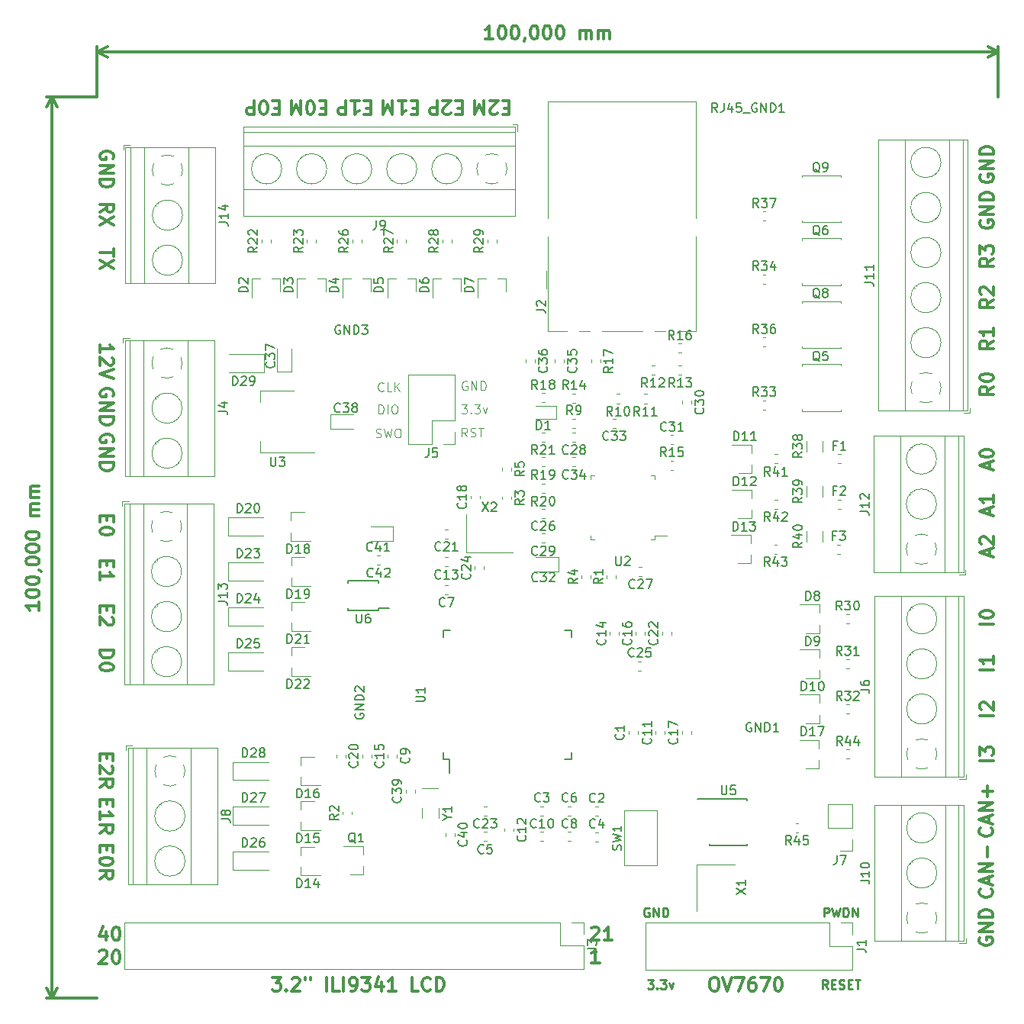
<source format=gbr>
%TF.GenerationSoftware,KiCad,Pcbnew,5.0.2+dfsg1-1*%
%TF.CreationDate,2021-02-11T15:39:11+01:00*%
%TF.ProjectId,ETH OPAMP DCMI FSMC CAN ENCODER CS1000,45544820-4f50-4414-9d50-2044434d4920,rev?*%
%TF.SameCoordinates,Original*%
%TF.FileFunction,Legend,Top*%
%TF.FilePolarity,Positive*%
%FSLAX46Y46*%
G04 Gerber Fmt 4.6, Leading zero omitted, Abs format (unit mm)*
G04 Created by KiCad (PCBNEW 5.0.2+dfsg1-1) date tor 11 feb 2021 15:39:11*
%MOMM*%
%LPD*%
G01*
G04 APERTURE LIST*
%ADD10C,0.250000*%
%ADD11C,0.300000*%
%ADD12C,0.100000*%
%ADD13C,0.120000*%
%ADD14C,0.150000*%
G04 APERTURE END LIST*
D10*
X196071428Y-132952380D02*
X196690476Y-132952380D01*
X196357142Y-133333333D01*
X196500000Y-133333333D01*
X196595238Y-133380952D01*
X196642857Y-133428571D01*
X196690476Y-133523809D01*
X196690476Y-133761904D01*
X196642857Y-133857142D01*
X196595238Y-133904761D01*
X196500000Y-133952380D01*
X196214285Y-133952380D01*
X196119047Y-133904761D01*
X196071428Y-133857142D01*
X197119047Y-133857142D02*
X197166666Y-133904761D01*
X197119047Y-133952380D01*
X197071428Y-133904761D01*
X197119047Y-133857142D01*
X197119047Y-133952380D01*
X197500000Y-132952380D02*
X198119047Y-132952380D01*
X197785714Y-133333333D01*
X197928571Y-133333333D01*
X198023809Y-133380952D01*
X198071428Y-133428571D01*
X198119047Y-133523809D01*
X198119047Y-133761904D01*
X198071428Y-133857142D01*
X198023809Y-133904761D01*
X197928571Y-133952380D01*
X197642857Y-133952380D01*
X197547619Y-133904761D01*
X197500000Y-133857142D01*
X198452380Y-133285714D02*
X198690476Y-133952380D01*
X198928571Y-133285714D01*
X215642857Y-125952380D02*
X215642857Y-124952380D01*
X216023809Y-124952380D01*
X216119047Y-125000000D01*
X216166666Y-125047619D01*
X216214285Y-125142857D01*
X216214285Y-125285714D01*
X216166666Y-125380952D01*
X216119047Y-125428571D01*
X216023809Y-125476190D01*
X215642857Y-125476190D01*
X216547619Y-124952380D02*
X216785714Y-125952380D01*
X216976190Y-125238095D01*
X217166666Y-125952380D01*
X217404761Y-124952380D01*
X217785714Y-125952380D02*
X217785714Y-124952380D01*
X218023809Y-124952380D01*
X218166666Y-125000000D01*
X218261904Y-125095238D01*
X218309523Y-125190476D01*
X218357142Y-125380952D01*
X218357142Y-125523809D01*
X218309523Y-125714285D01*
X218261904Y-125809523D01*
X218166666Y-125904761D01*
X218023809Y-125952380D01*
X217785714Y-125952380D01*
X218785714Y-125952380D02*
X218785714Y-124952380D01*
X219357142Y-125952380D01*
X219357142Y-124952380D01*
X216047619Y-133952380D02*
X215714285Y-133476190D01*
X215476190Y-133952380D02*
X215476190Y-132952380D01*
X215857142Y-132952380D01*
X215952380Y-133000000D01*
X216000000Y-133047619D01*
X216047619Y-133142857D01*
X216047619Y-133285714D01*
X216000000Y-133380952D01*
X215952380Y-133428571D01*
X215857142Y-133476190D01*
X215476190Y-133476190D01*
X216476190Y-133428571D02*
X216809523Y-133428571D01*
X216952380Y-133952380D02*
X216476190Y-133952380D01*
X216476190Y-132952380D01*
X216952380Y-132952380D01*
X217333333Y-133904761D02*
X217476190Y-133952380D01*
X217714285Y-133952380D01*
X217809523Y-133904761D01*
X217857142Y-133857142D01*
X217904761Y-133761904D01*
X217904761Y-133666666D01*
X217857142Y-133571428D01*
X217809523Y-133523809D01*
X217714285Y-133476190D01*
X217523809Y-133428571D01*
X217428571Y-133380952D01*
X217380952Y-133333333D01*
X217333333Y-133238095D01*
X217333333Y-133142857D01*
X217380952Y-133047619D01*
X217428571Y-133000000D01*
X217523809Y-132952380D01*
X217761904Y-132952380D01*
X217904761Y-133000000D01*
X218333333Y-133428571D02*
X218666666Y-133428571D01*
X218809523Y-133952380D02*
X218333333Y-133952380D01*
X218333333Y-132952380D01*
X218809523Y-132952380D01*
X219095238Y-132952380D02*
X219666666Y-132952380D01*
X219380952Y-133952380D02*
X219380952Y-132952380D01*
X196238095Y-125000000D02*
X196142857Y-124952380D01*
X196000000Y-124952380D01*
X195857142Y-125000000D01*
X195761904Y-125095238D01*
X195714285Y-125190476D01*
X195666666Y-125380952D01*
X195666666Y-125523809D01*
X195714285Y-125714285D01*
X195761904Y-125809523D01*
X195857142Y-125904761D01*
X196000000Y-125952380D01*
X196095238Y-125952380D01*
X196238095Y-125904761D01*
X196285714Y-125857142D01*
X196285714Y-125523809D01*
X196095238Y-125523809D01*
X196714285Y-125952380D02*
X196714285Y-124952380D01*
X197285714Y-125952380D01*
X197285714Y-124952380D01*
X197761904Y-125952380D02*
X197761904Y-124952380D01*
X198000000Y-124952380D01*
X198142857Y-125000000D01*
X198238095Y-125095238D01*
X198285714Y-125190476D01*
X198333333Y-125380952D01*
X198333333Y-125523809D01*
X198285714Y-125714285D01*
X198238095Y-125809523D01*
X198142857Y-125904761D01*
X198000000Y-125952380D01*
X197761904Y-125952380D01*
D11*
X203357142Y-132678571D02*
X203642857Y-132678571D01*
X203785714Y-132750000D01*
X203928571Y-132892857D01*
X204000000Y-133178571D01*
X204000000Y-133678571D01*
X203928571Y-133964285D01*
X203785714Y-134107142D01*
X203642857Y-134178571D01*
X203357142Y-134178571D01*
X203214285Y-134107142D01*
X203071428Y-133964285D01*
X203000000Y-133678571D01*
X203000000Y-133178571D01*
X203071428Y-132892857D01*
X203214285Y-132750000D01*
X203357142Y-132678571D01*
X204428571Y-132678571D02*
X204928571Y-134178571D01*
X205428571Y-132678571D01*
X205785714Y-132678571D02*
X206785714Y-132678571D01*
X206142857Y-134178571D01*
X208000000Y-132678571D02*
X207714285Y-132678571D01*
X207571428Y-132750000D01*
X207500000Y-132821428D01*
X207357142Y-133035714D01*
X207285714Y-133321428D01*
X207285714Y-133892857D01*
X207357142Y-134035714D01*
X207428571Y-134107142D01*
X207571428Y-134178571D01*
X207857142Y-134178571D01*
X208000000Y-134107142D01*
X208071428Y-134035714D01*
X208142857Y-133892857D01*
X208142857Y-133535714D01*
X208071428Y-133392857D01*
X208000000Y-133321428D01*
X207857142Y-133250000D01*
X207571428Y-133250000D01*
X207428571Y-133321428D01*
X207357142Y-133392857D01*
X207285714Y-133535714D01*
X208642857Y-132678571D02*
X209642857Y-132678571D01*
X209000000Y-134178571D01*
X210500000Y-132678571D02*
X210642857Y-132678571D01*
X210785714Y-132750000D01*
X210857142Y-132821428D01*
X210928571Y-132964285D01*
X211000000Y-133250000D01*
X211000000Y-133607142D01*
X210928571Y-133892857D01*
X210857142Y-134035714D01*
X210785714Y-134107142D01*
X210642857Y-134178571D01*
X210500000Y-134178571D01*
X210357142Y-134107142D01*
X210285714Y-134035714D01*
X210214285Y-133892857D01*
X210142857Y-133607142D01*
X210142857Y-133250000D01*
X210214285Y-132964285D01*
X210285714Y-132821428D01*
X210357142Y-132750000D01*
X210500000Y-132678571D01*
X154428571Y-132678571D02*
X155357142Y-132678571D01*
X154857142Y-133250000D01*
X155071428Y-133250000D01*
X155214285Y-133321428D01*
X155285714Y-133392857D01*
X155357142Y-133535714D01*
X155357142Y-133892857D01*
X155285714Y-134035714D01*
X155214285Y-134107142D01*
X155071428Y-134178571D01*
X154642857Y-134178571D01*
X154500000Y-134107142D01*
X154428571Y-134035714D01*
X156000000Y-134035714D02*
X156071428Y-134107142D01*
X156000000Y-134178571D01*
X155928571Y-134107142D01*
X156000000Y-134035714D01*
X156000000Y-134178571D01*
X156642857Y-132821428D02*
X156714285Y-132750000D01*
X156857142Y-132678571D01*
X157214285Y-132678571D01*
X157357142Y-132750000D01*
X157428571Y-132821428D01*
X157500000Y-132964285D01*
X157500000Y-133107142D01*
X157428571Y-133321428D01*
X156571428Y-134178571D01*
X157500000Y-134178571D01*
X158071428Y-132678571D02*
X158071428Y-132964285D01*
X158642857Y-132678571D02*
X158642857Y-132964285D01*
X160428571Y-134178571D02*
X160428571Y-132678571D01*
X161857142Y-134178571D02*
X161142857Y-134178571D01*
X161142857Y-132678571D01*
X162357142Y-134178571D02*
X162357142Y-132678571D01*
X163142857Y-134178571D02*
X163428571Y-134178571D01*
X163571428Y-134107142D01*
X163642857Y-134035714D01*
X163785714Y-133821428D01*
X163857142Y-133535714D01*
X163857142Y-132964285D01*
X163785714Y-132821428D01*
X163714285Y-132750000D01*
X163571428Y-132678571D01*
X163285714Y-132678571D01*
X163142857Y-132750000D01*
X163071428Y-132821428D01*
X163000000Y-132964285D01*
X163000000Y-133321428D01*
X163071428Y-133464285D01*
X163142857Y-133535714D01*
X163285714Y-133607142D01*
X163571428Y-133607142D01*
X163714285Y-133535714D01*
X163785714Y-133464285D01*
X163857142Y-133321428D01*
X164357142Y-132678571D02*
X165285714Y-132678571D01*
X164785714Y-133250000D01*
X165000000Y-133250000D01*
X165142857Y-133321428D01*
X165214285Y-133392857D01*
X165285714Y-133535714D01*
X165285714Y-133892857D01*
X165214285Y-134035714D01*
X165142857Y-134107142D01*
X165000000Y-134178571D01*
X164571428Y-134178571D01*
X164428571Y-134107142D01*
X164357142Y-134035714D01*
X166571428Y-133178571D02*
X166571428Y-134178571D01*
X166214285Y-132607142D02*
X165857142Y-133678571D01*
X166785714Y-133678571D01*
X168142857Y-134178571D02*
X167285714Y-134178571D01*
X167714285Y-134178571D02*
X167714285Y-132678571D01*
X167571428Y-132892857D01*
X167428571Y-133035714D01*
X167285714Y-133107142D01*
X170642857Y-134178571D02*
X169928571Y-134178571D01*
X169928571Y-132678571D01*
X172000000Y-134035714D02*
X171928571Y-134107142D01*
X171714285Y-134178571D01*
X171571428Y-134178571D01*
X171357142Y-134107142D01*
X171214285Y-133964285D01*
X171142857Y-133821428D01*
X171071428Y-133535714D01*
X171071428Y-133321428D01*
X171142857Y-133035714D01*
X171214285Y-132892857D01*
X171357142Y-132750000D01*
X171571428Y-132678571D01*
X171714285Y-132678571D01*
X171928571Y-132750000D01*
X172000000Y-132821428D01*
X172642857Y-134178571D02*
X172642857Y-132678571D01*
X173000000Y-132678571D01*
X173214285Y-132750000D01*
X173357142Y-132892857D01*
X173428571Y-133035714D01*
X173500000Y-133321428D01*
X173500000Y-133535714D01*
X173428571Y-133821428D01*
X173357142Y-133964285D01*
X173214285Y-134107142D01*
X173000000Y-134178571D01*
X172642857Y-134178571D01*
X189857142Y-127221428D02*
X189928571Y-127150000D01*
X190071428Y-127078571D01*
X190428571Y-127078571D01*
X190571428Y-127150000D01*
X190642857Y-127221428D01*
X190714285Y-127364285D01*
X190714285Y-127507142D01*
X190642857Y-127721428D01*
X189785714Y-128578571D01*
X190714285Y-128578571D01*
X192142857Y-128578571D02*
X191285714Y-128578571D01*
X191714285Y-128578571D02*
X191714285Y-127078571D01*
X191571428Y-127292857D01*
X191428571Y-127435714D01*
X191285714Y-127507142D01*
X135971428Y-127578571D02*
X135971428Y-128578571D01*
X135614285Y-127007142D02*
X135257142Y-128078571D01*
X136185714Y-128078571D01*
X137042857Y-127078571D02*
X137185714Y-127078571D01*
X137328571Y-127150000D01*
X137400000Y-127221428D01*
X137471428Y-127364285D01*
X137542857Y-127650000D01*
X137542857Y-128007142D01*
X137471428Y-128292857D01*
X137400000Y-128435714D01*
X137328571Y-128507142D01*
X137185714Y-128578571D01*
X137042857Y-128578571D01*
X136900000Y-128507142D01*
X136828571Y-128435714D01*
X136757142Y-128292857D01*
X136685714Y-128007142D01*
X136685714Y-127650000D01*
X136757142Y-127364285D01*
X136828571Y-127221428D01*
X136900000Y-127150000D01*
X137042857Y-127078571D01*
X135257142Y-129821428D02*
X135328571Y-129750000D01*
X135471428Y-129678571D01*
X135828571Y-129678571D01*
X135971428Y-129750000D01*
X136042857Y-129821428D01*
X136114285Y-129964285D01*
X136114285Y-130107142D01*
X136042857Y-130321428D01*
X135185714Y-131178571D01*
X136114285Y-131178571D01*
X137042857Y-129678571D02*
X137185714Y-129678571D01*
X137328571Y-129750000D01*
X137400000Y-129821428D01*
X137471428Y-129964285D01*
X137542857Y-130250000D01*
X137542857Y-130607142D01*
X137471428Y-130892857D01*
X137400000Y-131035714D01*
X137328571Y-131107142D01*
X137185714Y-131178571D01*
X137042857Y-131178571D01*
X136900000Y-131107142D01*
X136828571Y-131035714D01*
X136757142Y-130892857D01*
X136685714Y-130607142D01*
X136685714Y-130250000D01*
X136757142Y-129964285D01*
X136828571Y-129821428D01*
X136900000Y-129750000D01*
X137042857Y-129678571D01*
X190728571Y-131078571D02*
X189871428Y-131078571D01*
X190300000Y-131078571D02*
X190300000Y-129578571D01*
X190157142Y-129792857D01*
X190014285Y-129935714D01*
X189871428Y-130007142D01*
X178928571Y-28578571D02*
X178071428Y-28578571D01*
X178500000Y-28578571D02*
X178500000Y-27078571D01*
X178357142Y-27292857D01*
X178214285Y-27435714D01*
X178071428Y-27507142D01*
X179857142Y-27078571D02*
X180000000Y-27078571D01*
X180142857Y-27150000D01*
X180214285Y-27221428D01*
X180285714Y-27364285D01*
X180357142Y-27650000D01*
X180357142Y-28007142D01*
X180285714Y-28292857D01*
X180214285Y-28435714D01*
X180142857Y-28507142D01*
X180000000Y-28578571D01*
X179857142Y-28578571D01*
X179714285Y-28507142D01*
X179642857Y-28435714D01*
X179571428Y-28292857D01*
X179500000Y-28007142D01*
X179500000Y-27650000D01*
X179571428Y-27364285D01*
X179642857Y-27221428D01*
X179714285Y-27150000D01*
X179857142Y-27078571D01*
X181285714Y-27078571D02*
X181428571Y-27078571D01*
X181571428Y-27150000D01*
X181642857Y-27221428D01*
X181714285Y-27364285D01*
X181785714Y-27650000D01*
X181785714Y-28007142D01*
X181714285Y-28292857D01*
X181642857Y-28435714D01*
X181571428Y-28507142D01*
X181428571Y-28578571D01*
X181285714Y-28578571D01*
X181142857Y-28507142D01*
X181071428Y-28435714D01*
X181000000Y-28292857D01*
X180928571Y-28007142D01*
X180928571Y-27650000D01*
X181000000Y-27364285D01*
X181071428Y-27221428D01*
X181142857Y-27150000D01*
X181285714Y-27078571D01*
X182500000Y-28507142D02*
X182500000Y-28578571D01*
X182428571Y-28721428D01*
X182357142Y-28792857D01*
X183428571Y-27078571D02*
X183571428Y-27078571D01*
X183714285Y-27150000D01*
X183785714Y-27221428D01*
X183857142Y-27364285D01*
X183928571Y-27650000D01*
X183928571Y-28007142D01*
X183857142Y-28292857D01*
X183785714Y-28435714D01*
X183714285Y-28507142D01*
X183571428Y-28578571D01*
X183428571Y-28578571D01*
X183285714Y-28507142D01*
X183214285Y-28435714D01*
X183142857Y-28292857D01*
X183071428Y-28007142D01*
X183071428Y-27650000D01*
X183142857Y-27364285D01*
X183214285Y-27221428D01*
X183285714Y-27150000D01*
X183428571Y-27078571D01*
X184857142Y-27078571D02*
X185000000Y-27078571D01*
X185142857Y-27150000D01*
X185214285Y-27221428D01*
X185285714Y-27364285D01*
X185357142Y-27650000D01*
X185357142Y-28007142D01*
X185285714Y-28292857D01*
X185214285Y-28435714D01*
X185142857Y-28507142D01*
X185000000Y-28578571D01*
X184857142Y-28578571D01*
X184714285Y-28507142D01*
X184642857Y-28435714D01*
X184571428Y-28292857D01*
X184500000Y-28007142D01*
X184500000Y-27650000D01*
X184571428Y-27364285D01*
X184642857Y-27221428D01*
X184714285Y-27150000D01*
X184857142Y-27078571D01*
X186285714Y-27078571D02*
X186428571Y-27078571D01*
X186571428Y-27150000D01*
X186642857Y-27221428D01*
X186714285Y-27364285D01*
X186785714Y-27650000D01*
X186785714Y-28007142D01*
X186714285Y-28292857D01*
X186642857Y-28435714D01*
X186571428Y-28507142D01*
X186428571Y-28578571D01*
X186285714Y-28578571D01*
X186142857Y-28507142D01*
X186071428Y-28435714D01*
X186000000Y-28292857D01*
X185928571Y-28007142D01*
X185928571Y-27650000D01*
X186000000Y-27364285D01*
X186071428Y-27221428D01*
X186142857Y-27150000D01*
X186285714Y-27078571D01*
X188571428Y-28578571D02*
X188571428Y-27578571D01*
X188571428Y-27721428D02*
X188642857Y-27650000D01*
X188785714Y-27578571D01*
X189000000Y-27578571D01*
X189142857Y-27650000D01*
X189214285Y-27792857D01*
X189214285Y-28578571D01*
X189214285Y-27792857D02*
X189285714Y-27650000D01*
X189428571Y-27578571D01*
X189642857Y-27578571D01*
X189785714Y-27650000D01*
X189857142Y-27792857D01*
X189857142Y-28578571D01*
X190571428Y-28578571D02*
X190571428Y-27578571D01*
X190571428Y-27721428D02*
X190642857Y-27650000D01*
X190785714Y-27578571D01*
X191000000Y-27578571D01*
X191142857Y-27650000D01*
X191214285Y-27792857D01*
X191214285Y-28578571D01*
X191214285Y-27792857D02*
X191285714Y-27650000D01*
X191428571Y-27578571D01*
X191642857Y-27578571D01*
X191785714Y-27650000D01*
X191857142Y-27792857D01*
X191857142Y-28578571D01*
X135000000Y-30000000D02*
X235000000Y-30000000D01*
X135000000Y-35000000D02*
X135000000Y-29413579D01*
X235000000Y-35000000D02*
X235000000Y-29413579D01*
X235000000Y-30000000D02*
X233873496Y-30586421D01*
X235000000Y-30000000D02*
X233873496Y-29413579D01*
X135000000Y-30000000D02*
X136126504Y-30586421D01*
X135000000Y-30000000D02*
X136126504Y-29413579D01*
X128578571Y-91071428D02*
X128578571Y-91928571D01*
X128578571Y-91500000D02*
X127078571Y-91500000D01*
X127292857Y-91642857D01*
X127435714Y-91785714D01*
X127507142Y-91928571D01*
X127078571Y-90142857D02*
X127078571Y-90000000D01*
X127150000Y-89857142D01*
X127221428Y-89785714D01*
X127364285Y-89714285D01*
X127650000Y-89642857D01*
X128007142Y-89642857D01*
X128292857Y-89714285D01*
X128435714Y-89785714D01*
X128507142Y-89857142D01*
X128578571Y-90000000D01*
X128578571Y-90142857D01*
X128507142Y-90285714D01*
X128435714Y-90357142D01*
X128292857Y-90428571D01*
X128007142Y-90500000D01*
X127650000Y-90500000D01*
X127364285Y-90428571D01*
X127221428Y-90357142D01*
X127150000Y-90285714D01*
X127078571Y-90142857D01*
X127078571Y-88714285D02*
X127078571Y-88571428D01*
X127150000Y-88428571D01*
X127221428Y-88357142D01*
X127364285Y-88285714D01*
X127650000Y-88214285D01*
X128007142Y-88214285D01*
X128292857Y-88285714D01*
X128435714Y-88357142D01*
X128507142Y-88428571D01*
X128578571Y-88571428D01*
X128578571Y-88714285D01*
X128507142Y-88857142D01*
X128435714Y-88928571D01*
X128292857Y-89000000D01*
X128007142Y-89071428D01*
X127650000Y-89071428D01*
X127364285Y-89000000D01*
X127221428Y-88928571D01*
X127150000Y-88857142D01*
X127078571Y-88714285D01*
X128507142Y-87500000D02*
X128578571Y-87500000D01*
X128721428Y-87571428D01*
X128792857Y-87642857D01*
X127078571Y-86571428D02*
X127078571Y-86428571D01*
X127150000Y-86285714D01*
X127221428Y-86214285D01*
X127364285Y-86142857D01*
X127650000Y-86071428D01*
X128007142Y-86071428D01*
X128292857Y-86142857D01*
X128435714Y-86214285D01*
X128507142Y-86285714D01*
X128578571Y-86428571D01*
X128578571Y-86571428D01*
X128507142Y-86714285D01*
X128435714Y-86785714D01*
X128292857Y-86857142D01*
X128007142Y-86928571D01*
X127650000Y-86928571D01*
X127364285Y-86857142D01*
X127221428Y-86785714D01*
X127150000Y-86714285D01*
X127078571Y-86571428D01*
X127078571Y-85142857D02*
X127078571Y-85000000D01*
X127150000Y-84857142D01*
X127221428Y-84785714D01*
X127364285Y-84714285D01*
X127650000Y-84642857D01*
X128007142Y-84642857D01*
X128292857Y-84714285D01*
X128435714Y-84785714D01*
X128507142Y-84857142D01*
X128578571Y-85000000D01*
X128578571Y-85142857D01*
X128507142Y-85285714D01*
X128435714Y-85357142D01*
X128292857Y-85428571D01*
X128007142Y-85500000D01*
X127650000Y-85500000D01*
X127364285Y-85428571D01*
X127221428Y-85357142D01*
X127150000Y-85285714D01*
X127078571Y-85142857D01*
X127078571Y-83714285D02*
X127078571Y-83571428D01*
X127150000Y-83428571D01*
X127221428Y-83357142D01*
X127364285Y-83285714D01*
X127650000Y-83214285D01*
X128007142Y-83214285D01*
X128292857Y-83285714D01*
X128435714Y-83357142D01*
X128507142Y-83428571D01*
X128578571Y-83571428D01*
X128578571Y-83714285D01*
X128507142Y-83857142D01*
X128435714Y-83928571D01*
X128292857Y-84000000D01*
X128007142Y-84071428D01*
X127650000Y-84071428D01*
X127364285Y-84000000D01*
X127221428Y-83928571D01*
X127150000Y-83857142D01*
X127078571Y-83714285D01*
X128578571Y-81428571D02*
X127578571Y-81428571D01*
X127721428Y-81428571D02*
X127650000Y-81357142D01*
X127578571Y-81214285D01*
X127578571Y-81000000D01*
X127650000Y-80857142D01*
X127792857Y-80785714D01*
X128578571Y-80785714D01*
X127792857Y-80785714D02*
X127650000Y-80714285D01*
X127578571Y-80571428D01*
X127578571Y-80357142D01*
X127650000Y-80214285D01*
X127792857Y-80142857D01*
X128578571Y-80142857D01*
X128578571Y-79428571D02*
X127578571Y-79428571D01*
X127721428Y-79428571D02*
X127650000Y-79357142D01*
X127578571Y-79214285D01*
X127578571Y-79000000D01*
X127650000Y-78857142D01*
X127792857Y-78785714D01*
X128578571Y-78785714D01*
X127792857Y-78785714D02*
X127650000Y-78714285D01*
X127578571Y-78571428D01*
X127578571Y-78357142D01*
X127650000Y-78214285D01*
X127792857Y-78142857D01*
X128578571Y-78142857D01*
X130000000Y-135000000D02*
X130000000Y-35000000D01*
X135000000Y-135000000D02*
X129413579Y-135000000D01*
X135000000Y-35000000D02*
X129413579Y-35000000D01*
X130000000Y-35000000D02*
X130586421Y-36126504D01*
X130000000Y-35000000D02*
X129413579Y-36126504D01*
X130000000Y-135000000D02*
X130586421Y-133873496D01*
X130000000Y-135000000D02*
X129413579Y-133873496D01*
X136750000Y-41857142D02*
X136821428Y-41714285D01*
X136821428Y-41500000D01*
X136750000Y-41285714D01*
X136607142Y-41142857D01*
X136464285Y-41071428D01*
X136178571Y-41000000D01*
X135964285Y-41000000D01*
X135678571Y-41071428D01*
X135535714Y-41142857D01*
X135392857Y-41285714D01*
X135321428Y-41500000D01*
X135321428Y-41642857D01*
X135392857Y-41857142D01*
X135464285Y-41928571D01*
X135964285Y-41928571D01*
X135964285Y-41642857D01*
X135321428Y-42571428D02*
X136821428Y-42571428D01*
X135321428Y-43428571D01*
X136821428Y-43428571D01*
X135321428Y-44142857D02*
X136821428Y-44142857D01*
X136821428Y-44500000D01*
X136750000Y-44714285D01*
X136607142Y-44857142D01*
X136464285Y-44928571D01*
X136178571Y-45000000D01*
X135964285Y-45000000D01*
X135678571Y-44928571D01*
X135535714Y-44857142D01*
X135392857Y-44714285D01*
X135321428Y-44500000D01*
X135321428Y-44142857D01*
X136821428Y-51857142D02*
X136821428Y-52714285D01*
X135321428Y-52285714D02*
X136821428Y-52285714D01*
X136821428Y-53071428D02*
X135321428Y-54071428D01*
X136821428Y-54071428D02*
X135321428Y-53071428D01*
X135321428Y-47750000D02*
X136035714Y-47250000D01*
X135321428Y-46892857D02*
X136821428Y-46892857D01*
X136821428Y-47464285D01*
X136750000Y-47607142D01*
X136678571Y-47678571D01*
X136535714Y-47750000D01*
X136321428Y-47750000D01*
X136178571Y-47678571D01*
X136107142Y-47607142D01*
X136035714Y-47464285D01*
X136035714Y-46892857D01*
X136821428Y-48250000D02*
X135321428Y-49250000D01*
X136821428Y-49250000D02*
X135321428Y-48250000D01*
X234454571Y-108628285D02*
X232954571Y-108628285D01*
X232954571Y-108056857D02*
X232954571Y-107128285D01*
X233526000Y-107628285D01*
X233526000Y-107414000D01*
X233597428Y-107271142D01*
X233668857Y-107199714D01*
X233811714Y-107128285D01*
X234168857Y-107128285D01*
X234311714Y-107199714D01*
X234383142Y-107271142D01*
X234454571Y-107414000D01*
X234454571Y-107842571D01*
X234383142Y-107985428D01*
X234311714Y-108056857D01*
X135313028Y-96392857D02*
X136813028Y-96392857D01*
X136813028Y-96750000D01*
X136741600Y-96964285D01*
X136598742Y-97107142D01*
X136455885Y-97178571D01*
X136170171Y-97250000D01*
X135955885Y-97250000D01*
X135670171Y-97178571D01*
X135527314Y-97107142D01*
X135384457Y-96964285D01*
X135313028Y-96750000D01*
X135313028Y-96392857D01*
X136813028Y-98178571D02*
X136813028Y-98321428D01*
X136741600Y-98464285D01*
X136670171Y-98535714D01*
X136527314Y-98607142D01*
X136241600Y-98678571D01*
X135884457Y-98678571D01*
X135598742Y-98607142D01*
X135455885Y-98535714D01*
X135384457Y-98464285D01*
X135313028Y-98321428D01*
X135313028Y-98178571D01*
X135384457Y-98035714D01*
X135455885Y-97964285D01*
X135598742Y-97892857D01*
X135884457Y-97821428D01*
X136241600Y-97821428D01*
X136527314Y-97892857D01*
X136670171Y-97964285D01*
X136741600Y-98035714D01*
X136813028Y-98178571D01*
X136107142Y-91464285D02*
X136107142Y-91964285D01*
X135321428Y-92178571D02*
X135321428Y-91464285D01*
X136821428Y-91464285D01*
X136821428Y-92178571D01*
X136678571Y-92750000D02*
X136750000Y-92821428D01*
X136821428Y-92964285D01*
X136821428Y-93321428D01*
X136750000Y-93464285D01*
X136678571Y-93535714D01*
X136535714Y-93607142D01*
X136392857Y-93607142D01*
X136178571Y-93535714D01*
X135321428Y-92678571D01*
X135321428Y-93607142D01*
X136107142Y-86464285D02*
X136107142Y-86964285D01*
X135321428Y-87178571D02*
X135321428Y-86464285D01*
X136821428Y-86464285D01*
X136821428Y-87178571D01*
X135321428Y-88607142D02*
X135321428Y-87750000D01*
X135321428Y-88178571D02*
X136821428Y-88178571D01*
X136607142Y-88035714D01*
X136464285Y-87892857D01*
X136392857Y-87750000D01*
X136107142Y-81464285D02*
X136107142Y-81964285D01*
X135321428Y-82178571D02*
X135321428Y-81464285D01*
X136821428Y-81464285D01*
X136821428Y-82178571D01*
X136821428Y-83107142D02*
X136821428Y-83250000D01*
X136750000Y-83392857D01*
X136678571Y-83464285D01*
X136535714Y-83535714D01*
X136250000Y-83607142D01*
X135892857Y-83607142D01*
X135607142Y-83535714D01*
X135464285Y-83464285D01*
X135392857Y-83392857D01*
X135321428Y-83250000D01*
X135321428Y-83107142D01*
X135392857Y-82964285D01*
X135464285Y-82892857D01*
X135607142Y-82821428D01*
X135892857Y-82750000D01*
X136250000Y-82750000D01*
X136535714Y-82821428D01*
X136678571Y-82892857D01*
X136750000Y-82964285D01*
X136821428Y-83107142D01*
X136065142Y-118086285D02*
X136065142Y-118586285D01*
X135279428Y-118800571D02*
X135279428Y-118086285D01*
X136779428Y-118086285D01*
X136779428Y-118800571D01*
X136779428Y-119729142D02*
X136779428Y-119872000D01*
X136708000Y-120014857D01*
X136636571Y-120086285D01*
X136493714Y-120157714D01*
X136208000Y-120229142D01*
X135850857Y-120229142D01*
X135565142Y-120157714D01*
X135422285Y-120086285D01*
X135350857Y-120014857D01*
X135279428Y-119872000D01*
X135279428Y-119729142D01*
X135350857Y-119586285D01*
X135422285Y-119514857D01*
X135565142Y-119443428D01*
X135850857Y-119372000D01*
X136208000Y-119372000D01*
X136493714Y-119443428D01*
X136636571Y-119514857D01*
X136708000Y-119586285D01*
X136779428Y-119729142D01*
X135279428Y-121729142D02*
X135993714Y-121229142D01*
X135279428Y-120872000D02*
X136779428Y-120872000D01*
X136779428Y-121443428D01*
X136708000Y-121586285D01*
X136636571Y-121657714D01*
X136493714Y-121729142D01*
X136279428Y-121729142D01*
X136136571Y-121657714D01*
X136065142Y-121586285D01*
X135993714Y-121443428D01*
X135993714Y-120872000D01*
X136065142Y-113006285D02*
X136065142Y-113506285D01*
X135279428Y-113720571D02*
X135279428Y-113006285D01*
X136779428Y-113006285D01*
X136779428Y-113720571D01*
X135279428Y-115149142D02*
X135279428Y-114292000D01*
X135279428Y-114720571D02*
X136779428Y-114720571D01*
X136565142Y-114577714D01*
X136422285Y-114434857D01*
X136350857Y-114292000D01*
X135279428Y-116649142D02*
X135993714Y-116149142D01*
X135279428Y-115792000D02*
X136779428Y-115792000D01*
X136779428Y-116363428D01*
X136708000Y-116506285D01*
X136636571Y-116577714D01*
X136493714Y-116649142D01*
X136279428Y-116649142D01*
X136136571Y-116577714D01*
X136065142Y-116506285D01*
X135993714Y-116363428D01*
X135993714Y-115792000D01*
X136065142Y-107926285D02*
X136065142Y-108426285D01*
X135279428Y-108640571D02*
X135279428Y-107926285D01*
X136779428Y-107926285D01*
X136779428Y-108640571D01*
X136636571Y-109212000D02*
X136708000Y-109283428D01*
X136779428Y-109426285D01*
X136779428Y-109783428D01*
X136708000Y-109926285D01*
X136636571Y-109997714D01*
X136493714Y-110069142D01*
X136350857Y-110069142D01*
X136136571Y-109997714D01*
X135279428Y-109140571D01*
X135279428Y-110069142D01*
X135279428Y-111569142D02*
X135993714Y-111069142D01*
X135279428Y-110712000D02*
X136779428Y-110712000D01*
X136779428Y-111283428D01*
X136708000Y-111426285D01*
X136636571Y-111497714D01*
X136493714Y-111569142D01*
X136279428Y-111569142D01*
X136136571Y-111497714D01*
X136065142Y-111426285D01*
X135993714Y-111283428D01*
X135993714Y-110712000D01*
X136782000Y-73297142D02*
X136853428Y-73154285D01*
X136853428Y-72940000D01*
X136782000Y-72725714D01*
X136639142Y-72582857D01*
X136496285Y-72511428D01*
X136210571Y-72440000D01*
X135996285Y-72440000D01*
X135710571Y-72511428D01*
X135567714Y-72582857D01*
X135424857Y-72725714D01*
X135353428Y-72940000D01*
X135353428Y-73082857D01*
X135424857Y-73297142D01*
X135496285Y-73368571D01*
X135996285Y-73368571D01*
X135996285Y-73082857D01*
X135353428Y-74011428D02*
X136853428Y-74011428D01*
X135353428Y-74868571D01*
X136853428Y-74868571D01*
X135353428Y-75582857D02*
X136853428Y-75582857D01*
X136853428Y-75940000D01*
X136782000Y-76154285D01*
X136639142Y-76297142D01*
X136496285Y-76368571D01*
X136210571Y-76440000D01*
X135996285Y-76440000D01*
X135710571Y-76368571D01*
X135567714Y-76297142D01*
X135424857Y-76154285D01*
X135353428Y-75940000D01*
X135353428Y-75582857D01*
X136782000Y-68217142D02*
X136853428Y-68074285D01*
X136853428Y-67860000D01*
X136782000Y-67645714D01*
X136639142Y-67502857D01*
X136496285Y-67431428D01*
X136210571Y-67360000D01*
X135996285Y-67360000D01*
X135710571Y-67431428D01*
X135567714Y-67502857D01*
X135424857Y-67645714D01*
X135353428Y-67860000D01*
X135353428Y-68002857D01*
X135424857Y-68217142D01*
X135496285Y-68288571D01*
X135996285Y-68288571D01*
X135996285Y-68002857D01*
X135353428Y-68931428D02*
X136853428Y-68931428D01*
X135353428Y-69788571D01*
X136853428Y-69788571D01*
X135353428Y-70502857D02*
X136853428Y-70502857D01*
X136853428Y-70860000D01*
X136782000Y-71074285D01*
X136639142Y-71217142D01*
X136496285Y-71288571D01*
X136210571Y-71360000D01*
X135996285Y-71360000D01*
X135710571Y-71288571D01*
X135567714Y-71217142D01*
X135424857Y-71074285D01*
X135353428Y-70860000D01*
X135353428Y-70502857D01*
X135353428Y-63351428D02*
X135353428Y-62494285D01*
X135353428Y-62922857D02*
X136853428Y-62922857D01*
X136639142Y-62780000D01*
X136496285Y-62637142D01*
X136424857Y-62494285D01*
X136710571Y-63922857D02*
X136782000Y-63994285D01*
X136853428Y-64137142D01*
X136853428Y-64494285D01*
X136782000Y-64637142D01*
X136710571Y-64708571D01*
X136567714Y-64780000D01*
X136424857Y-64780000D01*
X136210571Y-64708571D01*
X135353428Y-63851428D01*
X135353428Y-64780000D01*
X136853428Y-65208571D02*
X135353428Y-65708571D01*
X136853428Y-66208571D01*
X155185714Y-36219142D02*
X154685714Y-36219142D01*
X154471428Y-35433428D02*
X155185714Y-35433428D01*
X155185714Y-36933428D01*
X154471428Y-36933428D01*
X153542857Y-36933428D02*
X153400000Y-36933428D01*
X153257142Y-36862000D01*
X153185714Y-36790571D01*
X153114285Y-36647714D01*
X153042857Y-36362000D01*
X153042857Y-36004857D01*
X153114285Y-35719142D01*
X153185714Y-35576285D01*
X153257142Y-35504857D01*
X153400000Y-35433428D01*
X153542857Y-35433428D01*
X153685714Y-35504857D01*
X153757142Y-35576285D01*
X153828571Y-35719142D01*
X153900000Y-36004857D01*
X153900000Y-36362000D01*
X153828571Y-36647714D01*
X153757142Y-36790571D01*
X153685714Y-36862000D01*
X153542857Y-36933428D01*
X152400000Y-35433428D02*
X152400000Y-36933428D01*
X151828571Y-36933428D01*
X151685714Y-36862000D01*
X151614285Y-36790571D01*
X151542857Y-36647714D01*
X151542857Y-36433428D01*
X151614285Y-36290571D01*
X151685714Y-36219142D01*
X151828571Y-36147714D01*
X152400000Y-36147714D01*
X160372857Y-36219142D02*
X159872857Y-36219142D01*
X159658571Y-35433428D02*
X160372857Y-35433428D01*
X160372857Y-36933428D01*
X159658571Y-36933428D01*
X158730000Y-36933428D02*
X158587142Y-36933428D01*
X158444285Y-36862000D01*
X158372857Y-36790571D01*
X158301428Y-36647714D01*
X158230000Y-36362000D01*
X158230000Y-36004857D01*
X158301428Y-35719142D01*
X158372857Y-35576285D01*
X158444285Y-35504857D01*
X158587142Y-35433428D01*
X158730000Y-35433428D01*
X158872857Y-35504857D01*
X158944285Y-35576285D01*
X159015714Y-35719142D01*
X159087142Y-36004857D01*
X159087142Y-36362000D01*
X159015714Y-36647714D01*
X158944285Y-36790571D01*
X158872857Y-36862000D01*
X158730000Y-36933428D01*
X157587142Y-35433428D02*
X157587142Y-36933428D01*
X157087142Y-35862000D01*
X156587142Y-36933428D01*
X156587142Y-35433428D01*
X165345714Y-36219142D02*
X164845714Y-36219142D01*
X164631428Y-35433428D02*
X165345714Y-35433428D01*
X165345714Y-36933428D01*
X164631428Y-36933428D01*
X163202857Y-35433428D02*
X164060000Y-35433428D01*
X163631428Y-35433428D02*
X163631428Y-36933428D01*
X163774285Y-36719142D01*
X163917142Y-36576285D01*
X164060000Y-36504857D01*
X162560000Y-35433428D02*
X162560000Y-36933428D01*
X161988571Y-36933428D01*
X161845714Y-36862000D01*
X161774285Y-36790571D01*
X161702857Y-36647714D01*
X161702857Y-36433428D01*
X161774285Y-36290571D01*
X161845714Y-36219142D01*
X161988571Y-36147714D01*
X162560000Y-36147714D01*
X170532857Y-36219142D02*
X170032857Y-36219142D01*
X169818571Y-35433428D02*
X170532857Y-35433428D01*
X170532857Y-36933428D01*
X169818571Y-36933428D01*
X168390000Y-35433428D02*
X169247142Y-35433428D01*
X168818571Y-35433428D02*
X168818571Y-36933428D01*
X168961428Y-36719142D01*
X169104285Y-36576285D01*
X169247142Y-36504857D01*
X167747142Y-35433428D02*
X167747142Y-36933428D01*
X167247142Y-35862000D01*
X166747142Y-36933428D01*
X166747142Y-35433428D01*
X180692857Y-36219142D02*
X180192857Y-36219142D01*
X179978571Y-35433428D02*
X180692857Y-35433428D01*
X180692857Y-36933428D01*
X179978571Y-36933428D01*
X179407142Y-36790571D02*
X179335714Y-36862000D01*
X179192857Y-36933428D01*
X178835714Y-36933428D01*
X178692857Y-36862000D01*
X178621428Y-36790571D01*
X178550000Y-36647714D01*
X178550000Y-36504857D01*
X178621428Y-36290571D01*
X179478571Y-35433428D01*
X178550000Y-35433428D01*
X177907142Y-35433428D02*
X177907142Y-36933428D01*
X177407142Y-35862000D01*
X176907142Y-36933428D01*
X176907142Y-35433428D01*
X175505714Y-36219142D02*
X175005714Y-36219142D01*
X174791428Y-35433428D02*
X175505714Y-35433428D01*
X175505714Y-36933428D01*
X174791428Y-36933428D01*
X174220000Y-36790571D02*
X174148571Y-36862000D01*
X174005714Y-36933428D01*
X173648571Y-36933428D01*
X173505714Y-36862000D01*
X173434285Y-36790571D01*
X173362857Y-36647714D01*
X173362857Y-36504857D01*
X173434285Y-36290571D01*
X174291428Y-35433428D01*
X173362857Y-35433428D01*
X172720000Y-35433428D02*
X172720000Y-36933428D01*
X172148571Y-36933428D01*
X172005714Y-36862000D01*
X171934285Y-36790571D01*
X171862857Y-36647714D01*
X171862857Y-36433428D01*
X171934285Y-36290571D01*
X172005714Y-36219142D01*
X172148571Y-36147714D01*
X172720000Y-36147714D01*
X232950000Y-128292857D02*
X232878571Y-128435714D01*
X232878571Y-128650000D01*
X232950000Y-128864285D01*
X233092857Y-129007142D01*
X233235714Y-129078571D01*
X233521428Y-129150000D01*
X233735714Y-129150000D01*
X234021428Y-129078571D01*
X234164285Y-129007142D01*
X234307142Y-128864285D01*
X234378571Y-128650000D01*
X234378571Y-128507142D01*
X234307142Y-128292857D01*
X234235714Y-128221428D01*
X233735714Y-128221428D01*
X233735714Y-128507142D01*
X234378571Y-127578571D02*
X232878571Y-127578571D01*
X234378571Y-126721428D01*
X232878571Y-126721428D01*
X234378571Y-126007142D02*
X232878571Y-126007142D01*
X232878571Y-125650000D01*
X232950000Y-125435714D01*
X233092857Y-125292857D01*
X233235714Y-125221428D01*
X233521428Y-125150000D01*
X233735714Y-125150000D01*
X234021428Y-125221428D01*
X234164285Y-125292857D01*
X234307142Y-125435714D01*
X234378571Y-125650000D01*
X234378571Y-126007142D01*
X234235714Y-122842857D02*
X234307142Y-122914285D01*
X234378571Y-123128571D01*
X234378571Y-123271428D01*
X234307142Y-123485714D01*
X234164285Y-123628571D01*
X234021428Y-123700000D01*
X233735714Y-123771428D01*
X233521428Y-123771428D01*
X233235714Y-123700000D01*
X233092857Y-123628571D01*
X232950000Y-123485714D01*
X232878571Y-123271428D01*
X232878571Y-123128571D01*
X232950000Y-122914285D01*
X233021428Y-122842857D01*
X233950000Y-122271428D02*
X233950000Y-121557142D01*
X234378571Y-122414285D02*
X232878571Y-121914285D01*
X234378571Y-121414285D01*
X234378571Y-120914285D02*
X232878571Y-120914285D01*
X234378571Y-120057142D01*
X232878571Y-120057142D01*
X233807142Y-119342857D02*
X233807142Y-118200000D01*
X234235714Y-116092857D02*
X234307142Y-116164285D01*
X234378571Y-116378571D01*
X234378571Y-116521428D01*
X234307142Y-116735714D01*
X234164285Y-116878571D01*
X234021428Y-116950000D01*
X233735714Y-117021428D01*
X233521428Y-117021428D01*
X233235714Y-116950000D01*
X233092857Y-116878571D01*
X232950000Y-116735714D01*
X232878571Y-116521428D01*
X232878571Y-116378571D01*
X232950000Y-116164285D01*
X233021428Y-116092857D01*
X233950000Y-115521428D02*
X233950000Y-114807142D01*
X234378571Y-115664285D02*
X232878571Y-115164285D01*
X234378571Y-114664285D01*
X234378571Y-114164285D02*
X232878571Y-114164285D01*
X234378571Y-113307142D01*
X232878571Y-113307142D01*
X233807142Y-112592857D02*
X233807142Y-111450000D01*
X234378571Y-112021428D02*
X233235714Y-112021428D01*
X233038000Y-43630857D02*
X232966571Y-43773714D01*
X232966571Y-43988000D01*
X233038000Y-44202285D01*
X233180857Y-44345142D01*
X233323714Y-44416571D01*
X233609428Y-44488000D01*
X233823714Y-44488000D01*
X234109428Y-44416571D01*
X234252285Y-44345142D01*
X234395142Y-44202285D01*
X234466571Y-43988000D01*
X234466571Y-43845142D01*
X234395142Y-43630857D01*
X234323714Y-43559428D01*
X233823714Y-43559428D01*
X233823714Y-43845142D01*
X234466571Y-42916571D02*
X232966571Y-42916571D01*
X234466571Y-42059428D01*
X232966571Y-42059428D01*
X234466571Y-41345142D02*
X232966571Y-41345142D01*
X232966571Y-40988000D01*
X233038000Y-40773714D01*
X233180857Y-40630857D01*
X233323714Y-40559428D01*
X233609428Y-40488000D01*
X233823714Y-40488000D01*
X234109428Y-40559428D01*
X234252285Y-40630857D01*
X234395142Y-40773714D01*
X234466571Y-40988000D01*
X234466571Y-41345142D01*
X233038000Y-48710857D02*
X232966571Y-48853714D01*
X232966571Y-49068000D01*
X233038000Y-49282285D01*
X233180857Y-49425142D01*
X233323714Y-49496571D01*
X233609428Y-49568000D01*
X233823714Y-49568000D01*
X234109428Y-49496571D01*
X234252285Y-49425142D01*
X234395142Y-49282285D01*
X234466571Y-49068000D01*
X234466571Y-48925142D01*
X234395142Y-48710857D01*
X234323714Y-48639428D01*
X233823714Y-48639428D01*
X233823714Y-48925142D01*
X234466571Y-47996571D02*
X232966571Y-47996571D01*
X234466571Y-47139428D01*
X232966571Y-47139428D01*
X234466571Y-46425142D02*
X232966571Y-46425142D01*
X232966571Y-46068000D01*
X233038000Y-45853714D01*
X233180857Y-45710857D01*
X233323714Y-45639428D01*
X233609428Y-45568000D01*
X233823714Y-45568000D01*
X234109428Y-45639428D01*
X234252285Y-45710857D01*
X234395142Y-45853714D01*
X234466571Y-46068000D01*
X234466571Y-46425142D01*
X234466571Y-52898000D02*
X233752285Y-53398000D01*
X234466571Y-53755142D02*
X232966571Y-53755142D01*
X232966571Y-53183714D01*
X233038000Y-53040857D01*
X233109428Y-52969428D01*
X233252285Y-52898000D01*
X233466571Y-52898000D01*
X233609428Y-52969428D01*
X233680857Y-53040857D01*
X233752285Y-53183714D01*
X233752285Y-53755142D01*
X232966571Y-52398000D02*
X232966571Y-51469428D01*
X233538000Y-51969428D01*
X233538000Y-51755142D01*
X233609428Y-51612285D01*
X233680857Y-51540857D01*
X233823714Y-51469428D01*
X234180857Y-51469428D01*
X234323714Y-51540857D01*
X234395142Y-51612285D01*
X234466571Y-51755142D01*
X234466571Y-52183714D01*
X234395142Y-52326571D01*
X234323714Y-52398000D01*
X234466571Y-57470000D02*
X233752285Y-57970000D01*
X234466571Y-58327142D02*
X232966571Y-58327142D01*
X232966571Y-57755714D01*
X233038000Y-57612857D01*
X233109428Y-57541428D01*
X233252285Y-57470000D01*
X233466571Y-57470000D01*
X233609428Y-57541428D01*
X233680857Y-57612857D01*
X233752285Y-57755714D01*
X233752285Y-58327142D01*
X233109428Y-56898571D02*
X233038000Y-56827142D01*
X232966571Y-56684285D01*
X232966571Y-56327142D01*
X233038000Y-56184285D01*
X233109428Y-56112857D01*
X233252285Y-56041428D01*
X233395142Y-56041428D01*
X233609428Y-56112857D01*
X234466571Y-56970000D01*
X234466571Y-56041428D01*
X234466571Y-62042000D02*
X233752285Y-62542000D01*
X234466571Y-62899142D02*
X232966571Y-62899142D01*
X232966571Y-62327714D01*
X233038000Y-62184857D01*
X233109428Y-62113428D01*
X233252285Y-62042000D01*
X233466571Y-62042000D01*
X233609428Y-62113428D01*
X233680857Y-62184857D01*
X233752285Y-62327714D01*
X233752285Y-62899142D01*
X234466571Y-60613428D02*
X234466571Y-61470571D01*
X234466571Y-61042000D02*
X232966571Y-61042000D01*
X233180857Y-61184857D01*
X233323714Y-61327714D01*
X233395142Y-61470571D01*
X234466571Y-67122000D02*
X233752285Y-67622000D01*
X234466571Y-67979142D02*
X232966571Y-67979142D01*
X232966571Y-67407714D01*
X233038000Y-67264857D01*
X233109428Y-67193428D01*
X233252285Y-67122000D01*
X233466571Y-67122000D01*
X233609428Y-67193428D01*
X233680857Y-67264857D01*
X233752285Y-67407714D01*
X233752285Y-67979142D01*
X232966571Y-66193428D02*
X232966571Y-66050571D01*
X233038000Y-65907714D01*
X233109428Y-65836285D01*
X233252285Y-65764857D01*
X233538000Y-65693428D01*
X233895142Y-65693428D01*
X234180857Y-65764857D01*
X234323714Y-65836285D01*
X234395142Y-65907714D01*
X234466571Y-66050571D01*
X234466571Y-66193428D01*
X234395142Y-66336285D01*
X234323714Y-66407714D01*
X234180857Y-66479142D01*
X233895142Y-66550571D01*
X233538000Y-66550571D01*
X233252285Y-66479142D01*
X233109428Y-66407714D01*
X233038000Y-66336285D01*
X232966571Y-66193428D01*
X234026000Y-76253428D02*
X234026000Y-75539142D01*
X234454571Y-76396285D02*
X232954571Y-75896285D01*
X234454571Y-75396285D01*
X232954571Y-74610571D02*
X232954571Y-74467714D01*
X233026000Y-74324857D01*
X233097428Y-74253428D01*
X233240285Y-74182000D01*
X233526000Y-74110571D01*
X233883142Y-74110571D01*
X234168857Y-74182000D01*
X234311714Y-74253428D01*
X234383142Y-74324857D01*
X234454571Y-74467714D01*
X234454571Y-74610571D01*
X234383142Y-74753428D01*
X234311714Y-74824857D01*
X234168857Y-74896285D01*
X233883142Y-74967714D01*
X233526000Y-74967714D01*
X233240285Y-74896285D01*
X233097428Y-74824857D01*
X233026000Y-74753428D01*
X232954571Y-74610571D01*
X234026000Y-81333428D02*
X234026000Y-80619142D01*
X234454571Y-81476285D02*
X232954571Y-80976285D01*
X234454571Y-80476285D01*
X234454571Y-79190571D02*
X234454571Y-80047714D01*
X234454571Y-79619142D02*
X232954571Y-79619142D01*
X233168857Y-79762000D01*
X233311714Y-79904857D01*
X233383142Y-80047714D01*
X234026000Y-85905428D02*
X234026000Y-85191142D01*
X234454571Y-86048285D02*
X232954571Y-85548285D01*
X234454571Y-85048285D01*
X233097428Y-84619714D02*
X233026000Y-84548285D01*
X232954571Y-84405428D01*
X232954571Y-84048285D01*
X233026000Y-83905428D01*
X233097428Y-83834000D01*
X233240285Y-83762571D01*
X233383142Y-83762571D01*
X233597428Y-83834000D01*
X234454571Y-84691142D01*
X234454571Y-83762571D01*
X234454571Y-93468285D02*
X232954571Y-93468285D01*
X232954571Y-92468285D02*
X232954571Y-92325428D01*
X233026000Y-92182571D01*
X233097428Y-92111142D01*
X233240285Y-92039714D01*
X233526000Y-91968285D01*
X233883142Y-91968285D01*
X234168857Y-92039714D01*
X234311714Y-92111142D01*
X234383142Y-92182571D01*
X234454571Y-92325428D01*
X234454571Y-92468285D01*
X234383142Y-92611142D01*
X234311714Y-92682571D01*
X234168857Y-92754000D01*
X233883142Y-92825428D01*
X233526000Y-92825428D01*
X233240285Y-92754000D01*
X233097428Y-92682571D01*
X233026000Y-92611142D01*
X232954571Y-92468285D01*
X234454571Y-98548285D02*
X232954571Y-98548285D01*
X234454571Y-97048285D02*
X234454571Y-97905428D01*
X234454571Y-97476857D02*
X232954571Y-97476857D01*
X233168857Y-97619714D01*
X233311714Y-97762571D01*
X233383142Y-97905428D01*
X234454571Y-103628285D02*
X232954571Y-103628285D01*
X233097428Y-102985428D02*
X233026000Y-102914000D01*
X232954571Y-102771142D01*
X232954571Y-102414000D01*
X233026000Y-102271142D01*
X233097428Y-102199714D01*
X233240285Y-102128285D01*
X233383142Y-102128285D01*
X233597428Y-102199714D01*
X234454571Y-103056857D01*
X234454571Y-102128285D01*
D12*
X176039695Y-66569400D02*
X175944457Y-66521780D01*
X175801600Y-66521780D01*
X175658742Y-66569400D01*
X175563504Y-66664638D01*
X175515885Y-66759876D01*
X175468266Y-66950352D01*
X175468266Y-67093209D01*
X175515885Y-67283685D01*
X175563504Y-67378923D01*
X175658742Y-67474161D01*
X175801600Y-67521780D01*
X175896838Y-67521780D01*
X176039695Y-67474161D01*
X176087314Y-67426542D01*
X176087314Y-67093209D01*
X175896838Y-67093209D01*
X176515885Y-67521780D02*
X176515885Y-66521780D01*
X177087314Y-67521780D01*
X177087314Y-66521780D01*
X177563504Y-67521780D02*
X177563504Y-66521780D01*
X177801600Y-66521780D01*
X177944457Y-66569400D01*
X178039695Y-66664638D01*
X178087314Y-66759876D01*
X178134933Y-66950352D01*
X178134933Y-67093209D01*
X178087314Y-67283685D01*
X178039695Y-67378923D01*
X177944457Y-67474161D01*
X177801600Y-67521780D01*
X177563504Y-67521780D01*
X175423828Y-69112580D02*
X176042876Y-69112580D01*
X175709542Y-69493533D01*
X175852400Y-69493533D01*
X175947638Y-69541152D01*
X175995257Y-69588771D01*
X176042876Y-69684009D01*
X176042876Y-69922104D01*
X175995257Y-70017342D01*
X175947638Y-70064961D01*
X175852400Y-70112580D01*
X175566685Y-70112580D01*
X175471447Y-70064961D01*
X175423828Y-70017342D01*
X176471447Y-70017342D02*
X176519066Y-70064961D01*
X176471447Y-70112580D01*
X176423828Y-70064961D01*
X176471447Y-70017342D01*
X176471447Y-70112580D01*
X176852400Y-69112580D02*
X177471447Y-69112580D01*
X177138114Y-69493533D01*
X177280971Y-69493533D01*
X177376209Y-69541152D01*
X177423828Y-69588771D01*
X177471447Y-69684009D01*
X177471447Y-69922104D01*
X177423828Y-70017342D01*
X177376209Y-70064961D01*
X177280971Y-70112580D01*
X176995257Y-70112580D01*
X176900019Y-70064961D01*
X176852400Y-70017342D01*
X177804780Y-69445914D02*
X178042876Y-70112580D01*
X178280971Y-69445914D01*
X176050780Y-72703380D02*
X175717447Y-72227190D01*
X175479352Y-72703380D02*
X175479352Y-71703380D01*
X175860304Y-71703380D01*
X175955542Y-71751000D01*
X176003161Y-71798619D01*
X176050780Y-71893857D01*
X176050780Y-72036714D01*
X176003161Y-72131952D01*
X175955542Y-72179571D01*
X175860304Y-72227190D01*
X175479352Y-72227190D01*
X176431733Y-72655761D02*
X176574590Y-72703380D01*
X176812685Y-72703380D01*
X176907923Y-72655761D01*
X176955542Y-72608142D01*
X177003161Y-72512904D01*
X177003161Y-72417666D01*
X176955542Y-72322428D01*
X176907923Y-72274809D01*
X176812685Y-72227190D01*
X176622209Y-72179571D01*
X176526971Y-72131952D01*
X176479352Y-72084333D01*
X176431733Y-71989095D01*
X176431733Y-71893857D01*
X176479352Y-71798619D01*
X176526971Y-71751000D01*
X176622209Y-71703380D01*
X176860304Y-71703380D01*
X177003161Y-71751000D01*
X177288876Y-71703380D02*
X177860304Y-71703380D01*
X177574590Y-72703380D02*
X177574590Y-71703380D01*
X165921047Y-72731961D02*
X166063904Y-72779580D01*
X166302000Y-72779580D01*
X166397238Y-72731961D01*
X166444857Y-72684342D01*
X166492476Y-72589104D01*
X166492476Y-72493866D01*
X166444857Y-72398628D01*
X166397238Y-72351009D01*
X166302000Y-72303390D01*
X166111523Y-72255771D01*
X166016285Y-72208152D01*
X165968666Y-72160533D01*
X165921047Y-72065295D01*
X165921047Y-71970057D01*
X165968666Y-71874819D01*
X166016285Y-71827200D01*
X166111523Y-71779580D01*
X166349619Y-71779580D01*
X166492476Y-71827200D01*
X166825809Y-71779580D02*
X167063904Y-72779580D01*
X167254380Y-72065295D01*
X167444857Y-72779580D01*
X167682952Y-71779580D01*
X168254380Y-71779580D02*
X168444857Y-71779580D01*
X168540095Y-71827200D01*
X168635333Y-71922438D01*
X168682952Y-72112914D01*
X168682952Y-72446247D01*
X168635333Y-72636723D01*
X168540095Y-72731961D01*
X168444857Y-72779580D01*
X168254380Y-72779580D01*
X168159142Y-72731961D01*
X168063904Y-72636723D01*
X168016285Y-72446247D01*
X168016285Y-72112914D01*
X168063904Y-71922438D01*
X168159142Y-71827200D01*
X168254380Y-71779580D01*
X166782961Y-67553542D02*
X166735342Y-67601161D01*
X166592485Y-67648780D01*
X166497247Y-67648780D01*
X166354390Y-67601161D01*
X166259152Y-67505923D01*
X166211533Y-67410685D01*
X166163914Y-67220209D01*
X166163914Y-67077352D01*
X166211533Y-66886876D01*
X166259152Y-66791638D01*
X166354390Y-66696400D01*
X166497247Y-66648780D01*
X166592485Y-66648780D01*
X166735342Y-66696400D01*
X166782961Y-66744019D01*
X167687723Y-67648780D02*
X167211533Y-67648780D01*
X167211533Y-66648780D01*
X168021057Y-67648780D02*
X168021057Y-66648780D01*
X168592485Y-67648780D02*
X168163914Y-67077352D01*
X168592485Y-66648780D02*
X168021057Y-67220209D01*
X166227390Y-70137980D02*
X166227390Y-69137980D01*
X166465485Y-69137980D01*
X166608342Y-69185600D01*
X166703580Y-69280838D01*
X166751200Y-69376076D01*
X166798819Y-69566552D01*
X166798819Y-69709409D01*
X166751200Y-69899885D01*
X166703580Y-69995123D01*
X166608342Y-70090361D01*
X166465485Y-70137980D01*
X166227390Y-70137980D01*
X167227390Y-70137980D02*
X167227390Y-69137980D01*
X167894057Y-69137980D02*
X168084533Y-69137980D01*
X168179771Y-69185600D01*
X168275009Y-69280838D01*
X168322628Y-69471314D01*
X168322628Y-69804647D01*
X168275009Y-69995123D01*
X168179771Y-70090361D01*
X168084533Y-70137980D01*
X167894057Y-70137980D01*
X167798819Y-70090361D01*
X167703580Y-69995123D01*
X167655961Y-69804647D01*
X167655961Y-69471314D01*
X167703580Y-69280838D01*
X167798819Y-69185600D01*
X167894057Y-69137980D01*
D13*
X141165244Y-83333318D02*
G75*
G02X141020000Y-82650000I1534756J683318D01*
G01*
X143383042Y-84185426D02*
G75*
G02X142016000Y-84185000I-683042J1535426D01*
G01*
X144235426Y-81966958D02*
G75*
G02X144235000Y-83334000I-1535426J-683042D01*
G01*
X142016958Y-81114574D02*
G75*
G02X143384000Y-81115000I683042J-1535426D01*
G01*
X141019747Y-82678805D02*
G75*
G02X141165000Y-81966000I1680253J28805D01*
G01*
X144380000Y-87650000D02*
G75*
G03X144380000Y-87650000I-1680000J0D01*
G01*
X144380000Y-92650000D02*
G75*
G03X144380000Y-92650000I-1680000J0D01*
G01*
X144380000Y-97650000D02*
G75*
G03X144380000Y-97650000I-1680000J0D01*
G01*
X138600000Y-80090000D02*
X138600000Y-100211000D01*
X140100000Y-80090000D02*
X140100000Y-100211000D01*
X145001000Y-80090000D02*
X145001000Y-100211000D01*
X147961000Y-80090000D02*
X147961000Y-100211000D01*
X138040000Y-80090000D02*
X138040000Y-100211000D01*
X147961000Y-80090000D02*
X138040000Y-80090000D01*
X147961000Y-100211000D02*
X138040000Y-100211000D01*
X143769000Y-88925000D02*
X143723000Y-88878000D01*
X141461000Y-86616000D02*
X141426000Y-86581000D01*
X143975000Y-88720000D02*
X143939000Y-88685000D01*
X141677000Y-86423000D02*
X141631000Y-86376000D01*
X143769000Y-93925000D02*
X143723000Y-93878000D01*
X141461000Y-91616000D02*
X141426000Y-91581000D01*
X143975000Y-93720000D02*
X143939000Y-93685000D01*
X141677000Y-91423000D02*
X141631000Y-91376000D01*
X143769000Y-98925000D02*
X143723000Y-98878000D01*
X141461000Y-96616000D02*
X141426000Y-96581000D01*
X143975000Y-98720000D02*
X143939000Y-98685000D01*
X141677000Y-96423000D02*
X141631000Y-96376000D01*
X138540000Y-79850000D02*
X137800000Y-79850000D01*
X137800000Y-79850000D02*
X137800000Y-80350000D01*
X193952000Y-105686779D02*
X193952000Y-105361221D01*
X194972000Y-105686779D02*
X194972000Y-105361221D01*
X190267221Y-113715000D02*
X190592779Y-113715000D01*
X190267221Y-114735000D02*
X190592779Y-114735000D01*
X184187221Y-114710000D02*
X184512779Y-114710000D01*
X184187221Y-113690000D02*
X184512779Y-113690000D01*
X190267221Y-117593000D02*
X190592779Y-117593000D01*
X190267221Y-116573000D02*
X190592779Y-116573000D01*
X178213779Y-117578000D02*
X177888221Y-117578000D01*
X178213779Y-116558000D02*
X177888221Y-116558000D01*
X187235221Y-113690000D02*
X187560779Y-113690000D01*
X187235221Y-114710000D02*
X187560779Y-114710000D01*
X173898779Y-89152000D02*
X173573221Y-89152000D01*
X173898779Y-90172000D02*
X173573221Y-90172000D01*
X187235221Y-117568000D02*
X187560779Y-117568000D01*
X187235221Y-116548000D02*
X187560779Y-116548000D01*
X168286000Y-107941221D02*
X168286000Y-108266779D01*
X167266000Y-107941221D02*
X167266000Y-108266779D01*
X184187221Y-117568000D02*
X184512779Y-117568000D01*
X184187221Y-116548000D02*
X184512779Y-116548000D01*
X196959000Y-105688779D02*
X196959000Y-105363221D01*
X197979000Y-105688779D02*
X197979000Y-105363221D01*
X181220000Y-116147221D02*
X181220000Y-116472779D01*
X180200000Y-116147221D02*
X180200000Y-116472779D01*
X173908779Y-86068000D02*
X173583221Y-86068000D01*
X173908779Y-87088000D02*
X173583221Y-87088000D01*
X191904000Y-94679779D02*
X191904000Y-94354221D01*
X192924000Y-94679779D02*
X192924000Y-94354221D01*
X164409000Y-107941221D02*
X164409000Y-108266779D01*
X165429000Y-107941221D02*
X165429000Y-108266779D01*
X194762000Y-94679779D02*
X194762000Y-94354221D01*
X195782000Y-94679779D02*
X195782000Y-94354221D01*
X200900000Y-105688779D02*
X200900000Y-105363221D01*
X199880000Y-105688779D02*
X199880000Y-105363221D01*
X162572000Y-107941221D02*
X162572000Y-108266779D01*
X161552000Y-107941221D02*
X161552000Y-108266779D01*
X173908779Y-82956500D02*
X173583221Y-82956500D01*
X173908779Y-83976500D02*
X173583221Y-83976500D01*
X197683000Y-94679779D02*
X197683000Y-94354221D01*
X198703000Y-94679779D02*
X198703000Y-94354221D01*
X178213779Y-114721000D02*
X177888221Y-114721000D01*
X178213779Y-113701000D02*
X177888221Y-113701000D01*
X177920000Y-87392779D02*
X177920000Y-87067221D01*
X176900000Y-87392779D02*
X176900000Y-87067221D01*
X195036221Y-98617500D02*
X195361779Y-98617500D01*
X195036221Y-97597500D02*
X195361779Y-97597500D01*
X195442779Y-88150000D02*
X195117221Y-88150000D01*
X195442779Y-87130000D02*
X195117221Y-87130000D01*
X188062779Y-72230000D02*
X187737221Y-72230000D01*
X188062779Y-73250000D02*
X187737221Y-73250000D01*
X184642779Y-83440000D02*
X184317221Y-83440000D01*
X184642779Y-84460000D02*
X184317221Y-84460000D01*
X199930000Y-68707221D02*
X199930000Y-69032779D01*
X200950000Y-68707221D02*
X200950000Y-69032779D01*
X198607221Y-73540000D02*
X198932779Y-73540000D01*
X198607221Y-72520000D02*
X198932779Y-72520000D01*
X183700000Y-87615000D02*
X186185000Y-87615000D01*
X186185000Y-87615000D02*
X186185000Y-86045000D01*
X186185000Y-86045000D02*
X183700000Y-86045000D01*
X192532779Y-71710000D02*
X192207221Y-71710000D01*
X192532779Y-70690000D02*
X192207221Y-70690000D01*
X188072779Y-75990000D02*
X187747221Y-75990000D01*
X188072779Y-74970000D02*
X187747221Y-74970000D01*
X185810000Y-64137221D02*
X185810000Y-64462779D01*
X186830000Y-64137221D02*
X186830000Y-64462779D01*
X183590000Y-64127221D02*
X183590000Y-64452779D01*
X182570000Y-64127221D02*
X182570000Y-64452779D01*
X183690000Y-70725000D02*
X185975000Y-70725000D01*
X185975000Y-70725000D02*
X185975000Y-69255000D01*
X185975000Y-69255000D02*
X183690000Y-69255000D01*
X189649000Y-60989700D02*
X188469000Y-60989700D01*
X195499000Y-60989700D02*
X191009000Y-60989700D01*
X198039000Y-60989700D02*
X196859000Y-60989700D01*
X184809000Y-56269700D02*
X184809000Y-54269700D01*
X185044000Y-60989700D02*
X187109000Y-60989700D01*
X185044000Y-35469700D02*
X185044000Y-48409700D01*
X201464000Y-35469700D02*
X185044000Y-35469700D01*
X201464000Y-60989700D02*
X201464000Y-50449699D01*
X199399000Y-60989700D02*
X201464000Y-60989700D01*
X201464000Y-48409700D02*
X201464000Y-35469700D01*
X185044000Y-50459690D02*
X185044000Y-60989700D01*
X180980000Y-79317221D02*
X180980000Y-79642779D01*
X179960000Y-79317221D02*
X179960000Y-79642779D01*
X189770000Y-88382779D02*
X189770000Y-88057221D01*
X188750000Y-88382779D02*
X188750000Y-88057221D01*
X187737221Y-71710000D02*
X188062779Y-71710000D01*
X187737221Y-70690000D02*
X188062779Y-70690000D01*
X192962779Y-68980000D02*
X192637221Y-68980000D01*
X192962779Y-67960000D02*
X192637221Y-67960000D01*
X195982779Y-68980000D02*
X195657221Y-68980000D01*
X195982779Y-67960000D02*
X195657221Y-67960000D01*
X196832779Y-65810000D02*
X196507221Y-65810000D01*
X196832779Y-64790000D02*
X196507221Y-64790000D01*
X199852779Y-64790000D02*
X199527221Y-64790000D01*
X199852779Y-65810000D02*
X199527221Y-65810000D01*
X187737221Y-67880000D02*
X188062779Y-67880000D01*
X187737221Y-68900000D02*
X188062779Y-68900000D01*
X198607221Y-76360000D02*
X198932779Y-76360000D01*
X198607221Y-75340000D02*
X198932779Y-75340000D01*
X199499221Y-63380000D02*
X199824779Y-63380000D01*
X199499221Y-62360000D02*
X199824779Y-62360000D01*
X190830000Y-64137221D02*
X190830000Y-64462779D01*
X189810000Y-64137221D02*
X189810000Y-64462779D01*
X184327221Y-68890000D02*
X184652779Y-68890000D01*
X184327221Y-67870000D02*
X184652779Y-67870000D01*
X184652779Y-74970000D02*
X184327221Y-74970000D01*
X184652779Y-75990000D02*
X184327221Y-75990000D01*
X184653779Y-78957200D02*
X184328221Y-78957200D01*
X184653779Y-77937200D02*
X184328221Y-77937200D01*
X184653779Y-73242200D02*
X184328221Y-73242200D01*
X184653779Y-72222200D02*
X184328221Y-72222200D01*
X193516000Y-120281000D02*
X193516000Y-114161000D01*
X193516000Y-114161000D02*
X197136000Y-114161000D01*
X197136000Y-114161000D02*
X197136000Y-120281000D01*
X197136000Y-120281000D02*
X193516000Y-120281000D01*
D14*
X173415000Y-108435000D02*
X174065000Y-108435000D01*
X173415000Y-94185000D02*
X174175000Y-94185000D01*
X187665000Y-94185000D02*
X186905000Y-94185000D01*
X187665000Y-108435000D02*
X186905000Y-108435000D01*
X173415000Y-108435000D02*
X173415000Y-107675000D01*
X187665000Y-108435000D02*
X187665000Y-107675000D01*
X187665000Y-94185000D02*
X187665000Y-94945000D01*
X173415000Y-94185000D02*
X173415000Y-94945000D01*
X174065000Y-108435000D02*
X174065000Y-109960000D01*
D13*
X189757000Y-84092200D02*
X189757000Y-83672200D01*
X189757000Y-76972200D02*
X189757000Y-77392200D01*
X196877000Y-76972200D02*
X196877000Y-77392200D01*
X196877000Y-84092200D02*
X196457000Y-84092200D01*
X189757000Y-76972200D02*
X190177000Y-76972200D01*
X189757000Y-84092200D02*
X190177000Y-84092200D01*
X196877000Y-83672200D02*
X198257000Y-83672200D01*
X196877000Y-84092200D02*
X196877000Y-83672200D01*
X196877000Y-76972200D02*
X196457000Y-76972200D01*
X154955000Y-62960000D02*
X154955000Y-65445000D01*
X154955000Y-65445000D02*
X156525000Y-65445000D01*
X156525000Y-65445000D02*
X156525000Y-62960000D01*
X160915000Y-71785000D02*
X163400000Y-71785000D01*
X160915000Y-70215000D02*
X160915000Y-71785000D01*
X163400000Y-70215000D02*
X160915000Y-70215000D01*
X153090000Y-67590000D02*
X153090000Y-68850000D01*
X153090000Y-74410000D02*
X153090000Y-73150000D01*
X156850000Y-67590000D02*
X153090000Y-67590000D01*
X159100000Y-74410000D02*
X153090000Y-74410000D01*
X138052000Y-126559000D02*
X138052000Y-131759000D01*
X186372000Y-126559000D02*
X138052000Y-126559000D01*
X188972000Y-131759000D02*
X138052000Y-131759000D01*
X186372000Y-126559000D02*
X186372000Y-129159000D01*
X186372000Y-129159000D02*
X188972000Y-129159000D01*
X188972000Y-129159000D02*
X188972000Y-131759000D01*
X187642000Y-126559000D02*
X188972000Y-126559000D01*
X188972000Y-126559000D02*
X188972000Y-127889000D01*
X162250000Y-114602779D02*
X162250000Y-114277221D01*
X163270000Y-114602779D02*
X163270000Y-114277221D01*
X170246000Y-112176779D02*
X170246000Y-111851221D01*
X169226000Y-112176779D02*
X169226000Y-111851221D01*
X174690000Y-116677221D02*
X174690000Y-117002779D01*
X173670000Y-116677221D02*
X173670000Y-117002779D01*
X141213244Y-65199318D02*
G75*
G02X141068000Y-64516000I1534756J683318D01*
G01*
X143431042Y-66051426D02*
G75*
G02X142064000Y-66051000I-683042J1535426D01*
G01*
X144283426Y-63832958D02*
G75*
G02X144283000Y-65200000I-1535426J-683042D01*
G01*
X142064958Y-62980574D02*
G75*
G02X143432000Y-62981000I683042J-1535426D01*
G01*
X141067747Y-64544805D02*
G75*
G02X141213000Y-63832000I1680253J28805D01*
G01*
X144428000Y-69516000D02*
G75*
G03X144428000Y-69516000I-1680000J0D01*
G01*
X144428000Y-74516000D02*
G75*
G03X144428000Y-74516000I-1680000J0D01*
G01*
X138648000Y-61956000D02*
X138648000Y-77076000D01*
X140148000Y-61956000D02*
X140148000Y-77076000D01*
X145049000Y-61956000D02*
X145049000Y-77076000D01*
X148009000Y-61956000D02*
X148009000Y-77076000D01*
X138088000Y-61956000D02*
X138088000Y-77076000D01*
X148009000Y-61956000D02*
X138088000Y-61956000D01*
X148009000Y-77076000D02*
X138088000Y-77076000D01*
X143817000Y-70791000D02*
X143771000Y-70744000D01*
X141509000Y-68482000D02*
X141474000Y-68447000D01*
X144023000Y-70586000D02*
X143987000Y-70551000D01*
X141725000Y-68289000D02*
X141679000Y-68242000D01*
X143817000Y-75791000D02*
X143771000Y-75744000D01*
X141509000Y-73482000D02*
X141474000Y-73447000D01*
X144023000Y-75586000D02*
X143987000Y-75551000D01*
X141725000Y-73289000D02*
X141679000Y-73242000D01*
X138588000Y-61716000D02*
X137848000Y-61716000D01*
X137848000Y-61716000D02*
X137848000Y-62216000D01*
X174705000Y-65765000D02*
X169505000Y-65765000D01*
X174705000Y-70905000D02*
X174705000Y-65765000D01*
X169505000Y-73505000D02*
X169505000Y-65765000D01*
X174705000Y-70905000D02*
X172105000Y-70905000D01*
X172105000Y-70905000D02*
X172105000Y-73505000D01*
X172105000Y-73505000D02*
X169505000Y-73505000D01*
X174705000Y-72175000D02*
X174705000Y-73505000D01*
X174705000Y-73505000D02*
X173375000Y-73505000D01*
X155335000Y-55112300D02*
X155335000Y-56572300D01*
X152175000Y-55112300D02*
X152175000Y-57272300D01*
X152175000Y-55112300D02*
X153105000Y-55112300D01*
X155335000Y-55112300D02*
X154405000Y-55112300D01*
X160352000Y-55112300D02*
X160352000Y-56572300D01*
X157192000Y-55112300D02*
X157192000Y-57272300D01*
X157192000Y-55112300D02*
X158122000Y-55112300D01*
X160352000Y-55112300D02*
X159422000Y-55112300D01*
X165410000Y-55120000D02*
X164480000Y-55120000D01*
X162250000Y-55120000D02*
X163180000Y-55120000D01*
X162250000Y-55120000D02*
X162250000Y-57280000D01*
X165410000Y-55120000D02*
X165410000Y-56580000D01*
X170363000Y-55120000D02*
X169433000Y-55120000D01*
X167203000Y-55120000D02*
X168133000Y-55120000D01*
X167203000Y-55120000D02*
X167203000Y-57280000D01*
X170363000Y-55120000D02*
X170363000Y-56580000D01*
X175401000Y-55112300D02*
X174471000Y-55112300D01*
X172241000Y-55112300D02*
X173171000Y-55112300D01*
X172241000Y-55112300D02*
X172241000Y-57272300D01*
X175401000Y-55112300D02*
X175401000Y-56572300D01*
X180396000Y-55120000D02*
X180396000Y-56580000D01*
X177236000Y-55120000D02*
X177236000Y-57280000D01*
X177236000Y-55120000D02*
X178166000Y-55120000D01*
X180396000Y-55120000D02*
X179466000Y-55120000D01*
X138170000Y-106976000D02*
X138170000Y-107476000D01*
X138910000Y-106976000D02*
X138170000Y-106976000D01*
X142047000Y-118549000D02*
X142001000Y-118502000D01*
X144345000Y-120846000D02*
X144309000Y-120811000D01*
X141831000Y-118742000D02*
X141796000Y-118707000D01*
X144139000Y-121051000D02*
X144093000Y-121004000D01*
X142047000Y-113549000D02*
X142001000Y-113502000D01*
X144345000Y-115846000D02*
X144309000Y-115811000D01*
X141831000Y-113742000D02*
X141796000Y-113707000D01*
X144139000Y-116051000D02*
X144093000Y-116004000D01*
X148331000Y-122336000D02*
X138410000Y-122336000D01*
X148331000Y-107216000D02*
X138410000Y-107216000D01*
X138410000Y-107216000D02*
X138410000Y-122336000D01*
X148331000Y-107216000D02*
X148331000Y-122336000D01*
X145371000Y-107216000D02*
X145371000Y-122336000D01*
X140470000Y-107216000D02*
X140470000Y-122336000D01*
X138970000Y-107216000D02*
X138970000Y-122336000D01*
X144750000Y-119776000D02*
G75*
G03X144750000Y-119776000I-1680000J0D01*
G01*
X144750000Y-114776000D02*
G75*
G03X144750000Y-114776000I-1680000J0D01*
G01*
X141389747Y-109804805D02*
G75*
G02X141535000Y-109092000I1680253J28805D01*
G01*
X142386958Y-108240574D02*
G75*
G02X143754000Y-108241000I683042J-1535426D01*
G01*
X144605426Y-109092958D02*
G75*
G02X144605000Y-110460000I-1535426J-683042D01*
G01*
X143753042Y-111311426D02*
G75*
G02X142386000Y-111311000I-683042J1535426D01*
G01*
X141535244Y-110459318D02*
G75*
G02X141390000Y-109776000I1534756J683318D01*
G01*
X178116682Y-41435244D02*
G75*
G02X178800000Y-41290000I683318J-1534756D01*
G01*
X177264574Y-43653042D02*
G75*
G02X177265000Y-42286000I1535426J683042D01*
G01*
X179483042Y-44505426D02*
G75*
G02X178116000Y-44505000I-683042J1535426D01*
G01*
X180335426Y-42286958D02*
G75*
G02X180335000Y-43654000I-1535426J-683042D01*
G01*
X178771195Y-41289747D02*
G75*
G02X179484000Y-41435000I28805J-1680253D01*
G01*
X175480000Y-42970000D02*
G75*
G03X175480000Y-42970000I-1680000J0D01*
G01*
X170480000Y-42970000D02*
G75*
G03X170480000Y-42970000I-1680000J0D01*
G01*
X165480000Y-42970000D02*
G75*
G03X165480000Y-42970000I-1680000J0D01*
G01*
X160480000Y-42970000D02*
G75*
G03X160480000Y-42970000I-1680000J0D01*
G01*
X155480000Y-42970000D02*
G75*
G03X155480000Y-42970000I-1680000J0D01*
G01*
X181360000Y-38870000D02*
X151240000Y-38870000D01*
X181360000Y-40370000D02*
X151240000Y-40370000D01*
X181360000Y-45271000D02*
X151240000Y-45271000D01*
X181360000Y-48231000D02*
X151240000Y-48231000D01*
X181360000Y-38310000D02*
X151240000Y-38310000D01*
X181360000Y-48231000D02*
X181360000Y-38310000D01*
X151240000Y-48231000D02*
X151240000Y-38310000D01*
X172525000Y-44039000D02*
X172572000Y-43993000D01*
X174834000Y-41731000D02*
X174869000Y-41696000D01*
X172730000Y-44245000D02*
X172765000Y-44209000D01*
X175027000Y-41947000D02*
X175074000Y-41901000D01*
X167525000Y-44039000D02*
X167572000Y-43993000D01*
X169834000Y-41731000D02*
X169869000Y-41696000D01*
X167730000Y-44245000D02*
X167765000Y-44209000D01*
X170027000Y-41947000D02*
X170074000Y-41901000D01*
X162525000Y-44039000D02*
X162572000Y-43993000D01*
X164834000Y-41731000D02*
X164869000Y-41696000D01*
X162730000Y-44245000D02*
X162765000Y-44209000D01*
X165027000Y-41947000D02*
X165074000Y-41901000D01*
X157525000Y-44039000D02*
X157572000Y-43993000D01*
X159834000Y-41731000D02*
X159869000Y-41696000D01*
X157730000Y-44245000D02*
X157765000Y-44209000D01*
X160027000Y-41947000D02*
X160074000Y-41901000D01*
X152525000Y-44039000D02*
X152572000Y-43993000D01*
X154834000Y-41731000D02*
X154869000Y-41696000D01*
X152730000Y-44245000D02*
X152765000Y-44209000D01*
X155027000Y-41947000D02*
X155074000Y-41901000D01*
X181600000Y-38810000D02*
X181600000Y-38070000D01*
X181600000Y-38070000D02*
X181100000Y-38070000D01*
X227995756Y-84480882D02*
G75*
G02X228141000Y-85164200I-1534756J-683318D01*
G01*
X225777958Y-83628774D02*
G75*
G02X227145000Y-83629200I683042J-1535426D01*
G01*
X224925574Y-85847242D02*
G75*
G02X224926000Y-84480200I1535426J683042D01*
G01*
X227144042Y-86699626D02*
G75*
G02X225777000Y-86699200I-683042J1535426D01*
G01*
X228141253Y-85135395D02*
G75*
G02X227996000Y-85848200I-1680253J-28805D01*
G01*
X228141000Y-80164200D02*
G75*
G03X228141000Y-80164200I-1680000J0D01*
G01*
X228141000Y-75164200D02*
G75*
G03X228141000Y-75164200I-1680000J0D01*
G01*
X230561000Y-87724200D02*
X230561000Y-72604200D01*
X229061000Y-87724200D02*
X229061000Y-72604200D01*
X224160000Y-87724200D02*
X224160000Y-72604200D01*
X221200000Y-87724200D02*
X221200000Y-72604200D01*
X231121000Y-87724200D02*
X231121000Y-72604200D01*
X221200000Y-87724200D02*
X231121000Y-87724200D01*
X221200000Y-72604200D02*
X231121000Y-72604200D01*
X225392000Y-78889200D02*
X225438000Y-78936200D01*
X227700000Y-81198200D02*
X227735000Y-81233200D01*
X225186000Y-79094200D02*
X225222000Y-79129200D01*
X227484000Y-81391200D02*
X227530000Y-81438200D01*
X225392000Y-73889200D02*
X225438000Y-73936200D01*
X227700000Y-76198200D02*
X227735000Y-76233200D01*
X225186000Y-74094200D02*
X225222000Y-74129200D01*
X227484000Y-76391200D02*
X227530000Y-76438200D01*
X230621000Y-87964200D02*
X231361000Y-87964200D01*
X231361000Y-87964200D02*
X231361000Y-87464200D01*
X154265000Y-51151079D02*
X154265000Y-50825521D01*
X153245000Y-51151079D02*
X153245000Y-50825521D01*
X158262000Y-51145579D02*
X158262000Y-50820021D01*
X159282000Y-51145579D02*
X159282000Y-50820021D01*
X163320000Y-51145579D02*
X163320000Y-50820021D01*
X164340000Y-51145579D02*
X164340000Y-50820021D01*
X169293000Y-51145579D02*
X169293000Y-50820021D01*
X168273000Y-51145579D02*
X168273000Y-50820021D01*
X174331000Y-51145579D02*
X174331000Y-50820021D01*
X173311000Y-51145579D02*
X173311000Y-50820021D01*
X178306000Y-51145579D02*
X178306000Y-50820021D01*
X179326000Y-51145579D02*
X179326000Y-50820021D01*
X215120000Y-94470000D02*
X215120000Y-93540000D01*
X215120000Y-91310000D02*
X215120000Y-92240000D01*
X215120000Y-91310000D02*
X212960000Y-91310000D01*
X215120000Y-94470000D02*
X213660000Y-94470000D01*
X215120000Y-99480000D02*
X213660000Y-99480000D01*
X215120000Y-96320000D02*
X212960000Y-96320000D01*
X215120000Y-96320000D02*
X215120000Y-97250000D01*
X215120000Y-99480000D02*
X215120000Y-98550000D01*
X215130000Y-104480000D02*
X215130000Y-103550000D01*
X215130000Y-101320000D02*
X215130000Y-102250000D01*
X215130000Y-101320000D02*
X212970000Y-101320000D01*
X215130000Y-104480000D02*
X213670000Y-104480000D01*
X207616000Y-76730000D02*
X206156000Y-76730000D01*
X207616000Y-73570000D02*
X205456000Y-73570000D01*
X207616000Y-73570000D02*
X207616000Y-74500000D01*
X207616000Y-76730000D02*
X207616000Y-75800000D01*
X207591000Y-81740400D02*
X207591000Y-80810400D01*
X207591000Y-78580400D02*
X207591000Y-79510400D01*
X207591000Y-78580400D02*
X205431000Y-78580400D01*
X207591000Y-81740400D02*
X206131000Y-81740400D01*
X207520000Y-86750000D02*
X206060000Y-86750000D01*
X207520000Y-83590000D02*
X205360000Y-83590000D01*
X207520000Y-83590000D02*
X207520000Y-84520000D01*
X207520000Y-86750000D02*
X207520000Y-85820000D01*
X217183221Y-74646600D02*
X217508779Y-74646600D01*
X217183221Y-75666600D02*
X217508779Y-75666600D01*
X217158221Y-80670400D02*
X217483779Y-80670400D01*
X217158221Y-79650400D02*
X217483779Y-79650400D01*
X217119221Y-84650000D02*
X217444779Y-84650000D01*
X217119221Y-85670000D02*
X217444779Y-85670000D01*
X213185000Y-64653000D02*
X213185000Y-64853000D01*
X217485000Y-64653000D02*
X213185000Y-64653000D01*
X217485000Y-64803000D02*
X217485000Y-64653000D01*
X217485000Y-69853000D02*
X217485000Y-69703000D01*
X213185000Y-69853000D02*
X217485000Y-69853000D01*
X213185000Y-69653000D02*
X213185000Y-69853000D01*
X213185000Y-50683000D02*
X213185000Y-50883000D01*
X217485000Y-50683000D02*
X213185000Y-50683000D01*
X217485000Y-50833000D02*
X217485000Y-50683000D01*
X217485000Y-55883000D02*
X217485000Y-55733000D01*
X213185000Y-55883000D02*
X217485000Y-55883000D01*
X213185000Y-55683000D02*
X213185000Y-55883000D01*
X213185000Y-62668000D02*
X213185000Y-62868000D01*
X213185000Y-62868000D02*
X217485000Y-62868000D01*
X217485000Y-62868000D02*
X217485000Y-62718000D01*
X217485000Y-57818000D02*
X217485000Y-57668000D01*
X217485000Y-57668000D02*
X213185000Y-57668000D01*
X213185000Y-57668000D02*
X213185000Y-57868000D01*
X213185000Y-48698000D02*
X213185000Y-48898000D01*
X213185000Y-48898000D02*
X217485000Y-48898000D01*
X217485000Y-48898000D02*
X217485000Y-48748000D01*
X217485000Y-43848000D02*
X217485000Y-43698000D01*
X217485000Y-43698000D02*
X213185000Y-43698000D01*
X213185000Y-43698000D02*
X213185000Y-43898000D01*
X218107221Y-93400000D02*
X218432779Y-93400000D01*
X218107221Y-92380000D02*
X218432779Y-92380000D01*
X218117221Y-97390000D02*
X218442779Y-97390000D01*
X218117221Y-98410000D02*
X218442779Y-98410000D01*
X218116221Y-103410000D02*
X218441779Y-103410000D01*
X218116221Y-102390000D02*
X218441779Y-102390000D01*
X208857221Y-68660000D02*
X209182779Y-68660000D01*
X208857221Y-69680000D02*
X209182779Y-69680000D01*
X208857221Y-54680000D02*
X209182779Y-54680000D01*
X208857221Y-55700000D02*
X209182779Y-55700000D01*
X208857221Y-62690000D02*
X209182779Y-62690000D01*
X208857221Y-61670000D02*
X209182779Y-61670000D01*
X208857221Y-48720000D02*
X209182779Y-48720000D01*
X208857221Y-47700000D02*
X209182779Y-47700000D01*
X210462779Y-75660000D02*
X210137221Y-75660000D01*
X210462779Y-74640000D02*
X210137221Y-74640000D01*
X210472779Y-79650400D02*
X210147221Y-79650400D01*
X210472779Y-80670400D02*
X210147221Y-80670400D01*
X210452779Y-85670000D02*
X210127221Y-85670000D01*
X210452779Y-84650000D02*
X210127221Y-84650000D01*
X228489756Y-66569682D02*
G75*
G02X228635000Y-67253000I-1534756J-683318D01*
G01*
X226271958Y-65717574D02*
G75*
G02X227639000Y-65718000I683042J-1535426D01*
G01*
X225419574Y-67936042D02*
G75*
G02X225420000Y-66569000I1535426J683042D01*
G01*
X227638042Y-68788426D02*
G75*
G02X226271000Y-68788000I-683042J1535426D01*
G01*
X228635253Y-67224195D02*
G75*
G02X228490000Y-67937000I-1680253J-28805D01*
G01*
X228635000Y-62253000D02*
G75*
G03X228635000Y-62253000I-1680000J0D01*
G01*
X228635000Y-57253000D02*
G75*
G03X228635000Y-57253000I-1680000J0D01*
G01*
X228635000Y-52253000D02*
G75*
G03X228635000Y-52253000I-1680000J0D01*
G01*
X228635000Y-47253000D02*
G75*
G03X228635000Y-47253000I-1680000J0D01*
G01*
X228635000Y-42253000D02*
G75*
G03X228635000Y-42253000I-1680000J0D01*
G01*
X231055000Y-69813000D02*
X231055000Y-39693000D01*
X229555000Y-69813000D02*
X229555000Y-39693000D01*
X224654000Y-69813000D02*
X224654000Y-39693000D01*
X221694000Y-69813000D02*
X221694000Y-39693000D01*
X231615000Y-69813000D02*
X231615000Y-39693000D01*
X221694000Y-69813000D02*
X231615000Y-69813000D01*
X221694000Y-39693000D02*
X231615000Y-39693000D01*
X225886000Y-60978000D02*
X225932000Y-61025000D01*
X228194000Y-63287000D02*
X228229000Y-63322000D01*
X225680000Y-61183000D02*
X225716000Y-61218000D01*
X227978000Y-63480000D02*
X228024000Y-63527000D01*
X225886000Y-55978000D02*
X225932000Y-56025000D01*
X228194000Y-58287000D02*
X228229000Y-58322000D01*
X225680000Y-56183000D02*
X225716000Y-56218000D01*
X227978000Y-58480000D02*
X228024000Y-58527000D01*
X225886000Y-50978000D02*
X225932000Y-51025000D01*
X228194000Y-53287000D02*
X228229000Y-53322000D01*
X225680000Y-51183000D02*
X225716000Y-51218000D01*
X227978000Y-53480000D02*
X228024000Y-53527000D01*
X225886000Y-45978000D02*
X225932000Y-46025000D01*
X228194000Y-48287000D02*
X228229000Y-48322000D01*
X225680000Y-46183000D02*
X225716000Y-46218000D01*
X227978000Y-48480000D02*
X228024000Y-48527000D01*
X225886000Y-40978000D02*
X225932000Y-41025000D01*
X228194000Y-43287000D02*
X228229000Y-43322000D01*
X225680000Y-41183000D02*
X225716000Y-41218000D01*
X227978000Y-43480000D02*
X228024000Y-43527000D01*
X231115000Y-70053000D02*
X231855000Y-70053000D01*
X231855000Y-70053000D02*
X231855000Y-69553000D01*
X157609000Y-118181000D02*
X157609000Y-119111000D01*
X157609000Y-121341000D02*
X157609000Y-120411000D01*
X157609000Y-121341000D02*
X159769000Y-121341000D01*
X157609000Y-118181000D02*
X159069000Y-118181000D01*
X157609000Y-113164000D02*
X157609000Y-114094000D01*
X157609000Y-116324000D02*
X157609000Y-115394000D01*
X157609000Y-116324000D02*
X159769000Y-116324000D01*
X157609000Y-113164000D02*
X159069000Y-113164000D01*
X157609000Y-108212000D02*
X159069000Y-108212000D01*
X157609000Y-111372000D02*
X159769000Y-111372000D01*
X157609000Y-111372000D02*
X157609000Y-110442000D01*
X157609000Y-108212000D02*
X157609000Y-109142000D01*
X165370000Y-84256500D02*
X167855000Y-84256500D01*
X167855000Y-84256500D02*
X167855000Y-82686500D01*
X167855000Y-82686500D02*
X165370000Y-82686500D01*
X166395779Y-86902500D02*
X166070221Y-86902500D01*
X166395779Y-85882500D02*
X166070221Y-85882500D01*
X215100000Y-109480000D02*
X215100000Y-108550000D01*
X215100000Y-106320000D02*
X215100000Y-107250000D01*
X215100000Y-106320000D02*
X212940000Y-106320000D01*
X215100000Y-109480000D02*
X213640000Y-109480000D01*
X156520000Y-81070000D02*
X156520000Y-82000000D01*
X156520000Y-84230000D02*
X156520000Y-83300000D01*
X156520000Y-84230000D02*
X158680000Y-84230000D01*
X156520000Y-81070000D02*
X157980000Y-81070000D01*
X156530000Y-86070000D02*
X157990000Y-86070000D01*
X156530000Y-89230000D02*
X158690000Y-89230000D01*
X156530000Y-89230000D02*
X156530000Y-88300000D01*
X156530000Y-86070000D02*
X156530000Y-87000000D01*
X149500000Y-81650000D02*
X153400000Y-81650000D01*
X149500000Y-83650000D02*
X153400000Y-83650000D01*
X149500000Y-81650000D02*
X149500000Y-83650000D01*
X156530000Y-91060000D02*
X156530000Y-91990000D01*
X156530000Y-94220000D02*
X156530000Y-93290000D01*
X156530000Y-94220000D02*
X158690000Y-94220000D01*
X156530000Y-91060000D02*
X157990000Y-91060000D01*
X156530000Y-96070000D02*
X157990000Y-96070000D01*
X156530000Y-99230000D02*
X158690000Y-99230000D01*
X156530000Y-99230000D02*
X156530000Y-98300000D01*
X156530000Y-96070000D02*
X156530000Y-97000000D01*
X149500000Y-86650000D02*
X149500000Y-88650000D01*
X149500000Y-88650000D02*
X153400000Y-88650000D01*
X149500000Y-86650000D02*
X153400000Y-86650000D01*
X149500000Y-91646500D02*
X149500000Y-93646500D01*
X149500000Y-93646500D02*
X153400000Y-93646500D01*
X149500000Y-91646500D02*
X153400000Y-91646500D01*
X149500000Y-96650000D02*
X153400000Y-96650000D01*
X149500000Y-98650000D02*
X153400000Y-98650000D01*
X149500000Y-96650000D02*
X149500000Y-98650000D01*
X231400000Y-110700000D02*
X231400000Y-110200000D01*
X230660000Y-110700000D02*
X231400000Y-110700000D01*
X227523000Y-94127000D02*
X227569000Y-94174000D01*
X225225000Y-91830000D02*
X225261000Y-91865000D01*
X227739000Y-93934000D02*
X227774000Y-93969000D01*
X225431000Y-91625000D02*
X225477000Y-91672000D01*
X227523000Y-99127000D02*
X227569000Y-99174000D01*
X225225000Y-96830000D02*
X225261000Y-96865000D01*
X227739000Y-98934000D02*
X227774000Y-98969000D01*
X225431000Y-96625000D02*
X225477000Y-96672000D01*
X227523000Y-104127000D02*
X227569000Y-104174000D01*
X225225000Y-101830000D02*
X225261000Y-101865000D01*
X227739000Y-103934000D02*
X227774000Y-103969000D01*
X225431000Y-101625000D02*
X225477000Y-101672000D01*
X221239000Y-90339000D02*
X231160000Y-90339000D01*
X221239000Y-110460000D02*
X231160000Y-110460000D01*
X231160000Y-110460000D02*
X231160000Y-90339000D01*
X221239000Y-110460000D02*
X221239000Y-90339000D01*
X224199000Y-110460000D02*
X224199000Y-90339000D01*
X229100000Y-110460000D02*
X229100000Y-90339000D01*
X230600000Y-110460000D02*
X230600000Y-90339000D01*
X228180000Y-92900000D02*
G75*
G03X228180000Y-92900000I-1680000J0D01*
G01*
X228180000Y-97900000D02*
G75*
G03X228180000Y-97900000I-1680000J0D01*
G01*
X228180000Y-102900000D02*
G75*
G03X228180000Y-102900000I-1680000J0D01*
G01*
X228180253Y-107871195D02*
G75*
G02X228035000Y-108584000I-1680253J-28805D01*
G01*
X227183042Y-109435426D02*
G75*
G02X225816000Y-109435000I-683042J1535426D01*
G01*
X224964574Y-108583042D02*
G75*
G02X224965000Y-107216000I1535426J683042D01*
G01*
X225816958Y-106364574D02*
G75*
G02X227184000Y-106365000I683042J-1535426D01*
G01*
X228034756Y-107216682D02*
G75*
G02X228180000Y-107900000I-1534756J-683318D01*
G01*
X218754000Y-113478000D02*
X216094000Y-113478000D01*
X218754000Y-116078000D02*
X218754000Y-113478000D01*
X216094000Y-116078000D02*
X216094000Y-113478000D01*
X218754000Y-116078000D02*
X216094000Y-116078000D01*
X218754000Y-117348000D02*
X218754000Y-118678000D01*
X218754000Y-118678000D02*
X217424000Y-118678000D01*
X228034756Y-125416682D02*
G75*
G02X228180000Y-126100000I-1534756J-683318D01*
G01*
X225816958Y-124564574D02*
G75*
G02X227184000Y-124565000I683042J-1535426D01*
G01*
X224964574Y-126783042D02*
G75*
G02X224965000Y-125416000I1535426J683042D01*
G01*
X227183042Y-127635426D02*
G75*
G02X225816000Y-127635000I-683042J1535426D01*
G01*
X228180253Y-126071195D02*
G75*
G02X228035000Y-126784000I-1680253J-28805D01*
G01*
X228180000Y-121100000D02*
G75*
G03X228180000Y-121100000I-1680000J0D01*
G01*
X228180000Y-116100000D02*
G75*
G03X228180000Y-116100000I-1680000J0D01*
G01*
X230600000Y-128660000D02*
X230600000Y-113540000D01*
X229100000Y-128660000D02*
X229100000Y-113540000D01*
X224199000Y-128660000D02*
X224199000Y-113540000D01*
X221239000Y-128660000D02*
X221239000Y-113540000D01*
X231160000Y-128660000D02*
X231160000Y-113540000D01*
X221239000Y-128660000D02*
X231160000Y-128660000D01*
X221239000Y-113540000D02*
X231160000Y-113540000D01*
X225431000Y-119825000D02*
X225477000Y-119872000D01*
X227739000Y-122134000D02*
X227774000Y-122169000D01*
X225225000Y-120030000D02*
X225261000Y-120065000D01*
X227523000Y-122327000D02*
X227569000Y-122374000D01*
X225431000Y-114825000D02*
X225477000Y-114872000D01*
X227739000Y-117134000D02*
X227774000Y-117169000D01*
X225225000Y-115030000D02*
X225261000Y-115065000D01*
X227523000Y-117327000D02*
X227569000Y-117374000D01*
X230660000Y-128900000D02*
X231400000Y-128900000D01*
X231400000Y-128900000D02*
X231400000Y-128400000D01*
X218137221Y-107390000D02*
X218462779Y-107390000D01*
X218137221Y-108410000D02*
X218462779Y-108410000D01*
X212824779Y-115568000D02*
X212499221Y-115568000D01*
X212824779Y-116588000D02*
X212499221Y-116588000D01*
D14*
X202967000Y-112868000D02*
X202967000Y-112918000D01*
X207117000Y-112868000D02*
X207117000Y-113013000D01*
X207117000Y-118018000D02*
X207117000Y-117873000D01*
X202967000Y-118018000D02*
X202967000Y-117873000D01*
X202967000Y-112868000D02*
X207117000Y-112868000D01*
X202967000Y-118018000D02*
X207117000Y-118018000D01*
X202967000Y-112918000D02*
X201567000Y-112918000D01*
X166195000Y-91975000D02*
X166195000Y-91750000D01*
X162845000Y-91975000D02*
X162845000Y-91675000D01*
X162845000Y-88625000D02*
X162845000Y-88925000D01*
X166195000Y-88625000D02*
X166195000Y-88925000D01*
X166195000Y-91975000D02*
X162845000Y-91975000D01*
X166195000Y-88625000D02*
X162845000Y-88625000D01*
X166195000Y-91750000D02*
X167420000Y-91750000D01*
D13*
X141265244Y-43783318D02*
G75*
G02X141120000Y-43100000I1534756J683318D01*
G01*
X143483042Y-44635426D02*
G75*
G02X142116000Y-44635000I-683042J1535426D01*
G01*
X144335426Y-42416958D02*
G75*
G02X144335000Y-43784000I-1535426J-683042D01*
G01*
X142116958Y-41564574D02*
G75*
G02X143484000Y-41565000I683042J-1535426D01*
G01*
X141119747Y-43128805D02*
G75*
G02X141265000Y-42416000I1680253J28805D01*
G01*
X144480000Y-48100000D02*
G75*
G03X144480000Y-48100000I-1680000J0D01*
G01*
X144480000Y-53100000D02*
G75*
G03X144480000Y-53100000I-1680000J0D01*
G01*
X138700000Y-40540000D02*
X138700000Y-55660000D01*
X140200000Y-40540000D02*
X140200000Y-55660000D01*
X145101000Y-40540000D02*
X145101000Y-55660000D01*
X148061000Y-40540000D02*
X148061000Y-55660000D01*
X138140000Y-40540000D02*
X138140000Y-55660000D01*
X148061000Y-40540000D02*
X138140000Y-40540000D01*
X148061000Y-55660000D02*
X138140000Y-55660000D01*
X143869000Y-49375000D02*
X143823000Y-49328000D01*
X141561000Y-47066000D02*
X141526000Y-47031000D01*
X144075000Y-49170000D02*
X144039000Y-49135000D01*
X141777000Y-46873000D02*
X141731000Y-46826000D01*
X143869000Y-54375000D02*
X143823000Y-54328000D01*
X141561000Y-52066000D02*
X141526000Y-52031000D01*
X144075000Y-54170000D02*
X144039000Y-54135000D01*
X141777000Y-51873000D02*
X141731000Y-51826000D01*
X138640000Y-40300000D02*
X137900000Y-40300000D01*
X137900000Y-40300000D02*
X137900000Y-40800000D01*
X172908000Y-113877000D02*
X172908000Y-114977000D01*
X171008000Y-113877000D02*
X171008000Y-114977000D01*
X172858000Y-111727000D02*
X171058000Y-111727000D01*
X201540000Y-120140000D02*
X201540000Y-125340000D01*
X205740000Y-120140000D02*
X201540000Y-120140000D01*
X175940000Y-81330000D02*
X175940000Y-85530000D01*
X175940000Y-85530000D02*
X181140000Y-85530000D01*
X150086000Y-118761000D02*
X153986000Y-118761000D01*
X150086000Y-120761000D02*
X153986000Y-120761000D01*
X150086000Y-118761000D02*
X150086000Y-120761000D01*
X150086000Y-113744000D02*
X150086000Y-115744000D01*
X150086000Y-115744000D02*
X153986000Y-115744000D01*
X150086000Y-113744000D02*
X153986000Y-113744000D01*
X150086000Y-108792000D02*
X150086000Y-110792000D01*
X150086000Y-110792000D02*
X153986000Y-110792000D01*
X150086000Y-108792000D02*
X153986000Y-108792000D01*
X164514000Y-121290000D02*
X164514000Y-120360000D01*
X164514000Y-118130000D02*
X164514000Y-119060000D01*
X164514000Y-118130000D02*
X162354000Y-118130000D01*
X164514000Y-121290000D02*
X163054000Y-121290000D01*
X195850000Y-126620000D02*
X195850000Y-131820000D01*
X216230000Y-126620000D02*
X195850000Y-126620000D01*
X218830000Y-131820000D02*
X195850000Y-131820000D01*
X216230000Y-126620000D02*
X216230000Y-129220000D01*
X216230000Y-129220000D02*
X218830000Y-129220000D01*
X218830000Y-129220000D02*
X218830000Y-131820000D01*
X217500000Y-126620000D02*
X218830000Y-126620000D01*
X218830000Y-126620000D02*
X218830000Y-127950000D01*
X153490000Y-65530000D02*
X153490000Y-63530000D01*
X153490000Y-63530000D02*
X149590000Y-63530000D01*
X153490000Y-65530000D02*
X149590000Y-65530000D01*
X213690000Y-74352064D02*
X213690000Y-73147936D01*
X215510000Y-74352064D02*
X215510000Y-73147936D01*
X215510000Y-79362064D02*
X215510000Y-78157936D01*
X213690000Y-79362064D02*
X213690000Y-78157936D01*
X213690000Y-84362064D02*
X213690000Y-83157936D01*
X215510000Y-84362064D02*
X215510000Y-83157936D01*
X191560000Y-88382779D02*
X191560000Y-88057221D01*
X192580000Y-88382779D02*
X192580000Y-88057221D01*
X180990000Y-76107221D02*
X180990000Y-76432779D01*
X179970000Y-76107221D02*
X179970000Y-76432779D01*
X184652779Y-81700000D02*
X184327221Y-81700000D01*
X184652779Y-80680000D02*
X184327221Y-80680000D01*
X176440000Y-79550279D02*
X176440000Y-79224721D01*
X177460000Y-79550279D02*
X177460000Y-79224721D01*
D14*
X148412380Y-90959523D02*
X149126666Y-90959523D01*
X149269523Y-91007142D01*
X149364761Y-91102380D01*
X149412380Y-91245238D01*
X149412380Y-91340476D01*
X149412380Y-89959523D02*
X149412380Y-90530952D01*
X149412380Y-90245238D02*
X148412380Y-90245238D01*
X148555238Y-90340476D01*
X148650476Y-90435714D01*
X148698095Y-90530952D01*
X148412380Y-89626190D02*
X148412380Y-89007142D01*
X148793333Y-89340476D01*
X148793333Y-89197619D01*
X148840952Y-89102380D01*
X148888571Y-89054761D01*
X148983809Y-89007142D01*
X149221904Y-89007142D01*
X149317142Y-89054761D01*
X149364761Y-89102380D01*
X149412380Y-89197619D01*
X149412380Y-89483333D01*
X149364761Y-89578571D01*
X149317142Y-89626190D01*
X193389142Y-105690666D02*
X193436761Y-105738285D01*
X193484380Y-105881142D01*
X193484380Y-105976380D01*
X193436761Y-106119238D01*
X193341523Y-106214476D01*
X193246285Y-106262095D01*
X193055809Y-106309714D01*
X192912952Y-106309714D01*
X192722476Y-106262095D01*
X192627238Y-106214476D01*
X192532000Y-106119238D01*
X192484380Y-105976380D01*
X192484380Y-105881142D01*
X192532000Y-105738285D01*
X192579619Y-105690666D01*
X193484380Y-104738285D02*
X193484380Y-105309714D01*
X193484380Y-105024000D02*
X192484380Y-105024000D01*
X192627238Y-105119238D01*
X192722476Y-105214476D01*
X192770095Y-105309714D01*
X190263333Y-113152142D02*
X190215714Y-113199761D01*
X190072857Y-113247380D01*
X189977619Y-113247380D01*
X189834761Y-113199761D01*
X189739523Y-113104523D01*
X189691904Y-113009285D01*
X189644285Y-112818809D01*
X189644285Y-112675952D01*
X189691904Y-112485476D01*
X189739523Y-112390238D01*
X189834761Y-112295000D01*
X189977619Y-112247380D01*
X190072857Y-112247380D01*
X190215714Y-112295000D01*
X190263333Y-112342619D01*
X190644285Y-112342619D02*
X190691904Y-112295000D01*
X190787142Y-112247380D01*
X191025238Y-112247380D01*
X191120476Y-112295000D01*
X191168095Y-112342619D01*
X191215714Y-112437857D01*
X191215714Y-112533095D01*
X191168095Y-112675952D01*
X190596666Y-113247380D01*
X191215714Y-113247380D01*
X184183333Y-113127142D02*
X184135714Y-113174761D01*
X183992857Y-113222380D01*
X183897619Y-113222380D01*
X183754761Y-113174761D01*
X183659523Y-113079523D01*
X183611904Y-112984285D01*
X183564285Y-112793809D01*
X183564285Y-112650952D01*
X183611904Y-112460476D01*
X183659523Y-112365238D01*
X183754761Y-112270000D01*
X183897619Y-112222380D01*
X183992857Y-112222380D01*
X184135714Y-112270000D01*
X184183333Y-112317619D01*
X184516666Y-112222380D02*
X185135714Y-112222380D01*
X184802380Y-112603333D01*
X184945238Y-112603333D01*
X185040476Y-112650952D01*
X185088095Y-112698571D01*
X185135714Y-112793809D01*
X185135714Y-113031904D01*
X185088095Y-113127142D01*
X185040476Y-113174761D01*
X184945238Y-113222380D01*
X184659523Y-113222380D01*
X184564285Y-113174761D01*
X184516666Y-113127142D01*
X190263333Y-116010142D02*
X190215714Y-116057761D01*
X190072857Y-116105380D01*
X189977619Y-116105380D01*
X189834761Y-116057761D01*
X189739523Y-115962523D01*
X189691904Y-115867285D01*
X189644285Y-115676809D01*
X189644285Y-115533952D01*
X189691904Y-115343476D01*
X189739523Y-115248238D01*
X189834761Y-115153000D01*
X189977619Y-115105380D01*
X190072857Y-115105380D01*
X190215714Y-115153000D01*
X190263333Y-115200619D01*
X191120476Y-115438714D02*
X191120476Y-116105380D01*
X190882380Y-115057761D02*
X190644285Y-115772047D01*
X191263333Y-115772047D01*
X177884333Y-118855142D02*
X177836714Y-118902761D01*
X177693857Y-118950380D01*
X177598619Y-118950380D01*
X177455761Y-118902761D01*
X177360523Y-118807523D01*
X177312904Y-118712285D01*
X177265285Y-118521809D01*
X177265285Y-118378952D01*
X177312904Y-118188476D01*
X177360523Y-118093238D01*
X177455761Y-117998000D01*
X177598619Y-117950380D01*
X177693857Y-117950380D01*
X177836714Y-117998000D01*
X177884333Y-118045619D01*
X178789095Y-117950380D02*
X178312904Y-117950380D01*
X178265285Y-118426571D01*
X178312904Y-118378952D01*
X178408142Y-118331333D01*
X178646238Y-118331333D01*
X178741476Y-118378952D01*
X178789095Y-118426571D01*
X178836714Y-118521809D01*
X178836714Y-118759904D01*
X178789095Y-118855142D01*
X178741476Y-118902761D01*
X178646238Y-118950380D01*
X178408142Y-118950380D01*
X178312904Y-118902761D01*
X178265285Y-118855142D01*
X187231333Y-113127142D02*
X187183714Y-113174761D01*
X187040857Y-113222380D01*
X186945619Y-113222380D01*
X186802761Y-113174761D01*
X186707523Y-113079523D01*
X186659904Y-112984285D01*
X186612285Y-112793809D01*
X186612285Y-112650952D01*
X186659904Y-112460476D01*
X186707523Y-112365238D01*
X186802761Y-112270000D01*
X186945619Y-112222380D01*
X187040857Y-112222380D01*
X187183714Y-112270000D01*
X187231333Y-112317619D01*
X188088476Y-112222380D02*
X187898000Y-112222380D01*
X187802761Y-112270000D01*
X187755142Y-112317619D01*
X187659904Y-112460476D01*
X187612285Y-112650952D01*
X187612285Y-113031904D01*
X187659904Y-113127142D01*
X187707523Y-113174761D01*
X187802761Y-113222380D01*
X187993238Y-113222380D01*
X188088476Y-113174761D01*
X188136095Y-113127142D01*
X188183714Y-113031904D01*
X188183714Y-112793809D01*
X188136095Y-112698571D01*
X188088476Y-112650952D01*
X187993238Y-112603333D01*
X187802761Y-112603333D01*
X187707523Y-112650952D01*
X187659904Y-112698571D01*
X187612285Y-112793809D01*
X173569333Y-91449142D02*
X173521714Y-91496761D01*
X173378857Y-91544380D01*
X173283619Y-91544380D01*
X173140761Y-91496761D01*
X173045523Y-91401523D01*
X172997904Y-91306285D01*
X172950285Y-91115809D01*
X172950285Y-90972952D01*
X172997904Y-90782476D01*
X173045523Y-90687238D01*
X173140761Y-90592000D01*
X173283619Y-90544380D01*
X173378857Y-90544380D01*
X173521714Y-90592000D01*
X173569333Y-90639619D01*
X173902666Y-90544380D02*
X174569333Y-90544380D01*
X174140761Y-91544380D01*
X187231333Y-115985142D02*
X187183714Y-116032761D01*
X187040857Y-116080380D01*
X186945619Y-116080380D01*
X186802761Y-116032761D01*
X186707523Y-115937523D01*
X186659904Y-115842285D01*
X186612285Y-115651809D01*
X186612285Y-115508952D01*
X186659904Y-115318476D01*
X186707523Y-115223238D01*
X186802761Y-115128000D01*
X186945619Y-115080380D01*
X187040857Y-115080380D01*
X187183714Y-115128000D01*
X187231333Y-115175619D01*
X187802761Y-115508952D02*
X187707523Y-115461333D01*
X187659904Y-115413714D01*
X187612285Y-115318476D01*
X187612285Y-115270857D01*
X187659904Y-115175619D01*
X187707523Y-115128000D01*
X187802761Y-115080380D01*
X187993238Y-115080380D01*
X188088476Y-115128000D01*
X188136095Y-115175619D01*
X188183714Y-115270857D01*
X188183714Y-115318476D01*
X188136095Y-115413714D01*
X188088476Y-115461333D01*
X187993238Y-115508952D01*
X187802761Y-115508952D01*
X187707523Y-115556571D01*
X187659904Y-115604190D01*
X187612285Y-115699428D01*
X187612285Y-115889904D01*
X187659904Y-115985142D01*
X187707523Y-116032761D01*
X187802761Y-116080380D01*
X187993238Y-116080380D01*
X188088476Y-116032761D01*
X188136095Y-115985142D01*
X188183714Y-115889904D01*
X188183714Y-115699428D01*
X188136095Y-115604190D01*
X188088476Y-115556571D01*
X187993238Y-115508952D01*
X169563142Y-108270666D02*
X169610761Y-108318285D01*
X169658380Y-108461142D01*
X169658380Y-108556380D01*
X169610761Y-108699238D01*
X169515523Y-108794476D01*
X169420285Y-108842095D01*
X169229809Y-108889714D01*
X169086952Y-108889714D01*
X168896476Y-108842095D01*
X168801238Y-108794476D01*
X168706000Y-108699238D01*
X168658380Y-108556380D01*
X168658380Y-108461142D01*
X168706000Y-108318285D01*
X168753619Y-108270666D01*
X169658380Y-107794476D02*
X169658380Y-107604000D01*
X169610761Y-107508761D01*
X169563142Y-107461142D01*
X169420285Y-107365904D01*
X169229809Y-107318285D01*
X168848857Y-107318285D01*
X168753619Y-107365904D01*
X168706000Y-107413523D01*
X168658380Y-107508761D01*
X168658380Y-107699238D01*
X168706000Y-107794476D01*
X168753619Y-107842095D01*
X168848857Y-107889714D01*
X169086952Y-107889714D01*
X169182190Y-107842095D01*
X169229809Y-107794476D01*
X169277428Y-107699238D01*
X169277428Y-107508761D01*
X169229809Y-107413523D01*
X169182190Y-107365904D01*
X169086952Y-107318285D01*
X183707142Y-115985142D02*
X183659523Y-116032761D01*
X183516666Y-116080380D01*
X183421428Y-116080380D01*
X183278571Y-116032761D01*
X183183333Y-115937523D01*
X183135714Y-115842285D01*
X183088095Y-115651809D01*
X183088095Y-115508952D01*
X183135714Y-115318476D01*
X183183333Y-115223238D01*
X183278571Y-115128000D01*
X183421428Y-115080380D01*
X183516666Y-115080380D01*
X183659523Y-115128000D01*
X183707142Y-115175619D01*
X184659523Y-116080380D02*
X184088095Y-116080380D01*
X184373809Y-116080380D02*
X184373809Y-115080380D01*
X184278571Y-115223238D01*
X184183333Y-115318476D01*
X184088095Y-115366095D01*
X185278571Y-115080380D02*
X185373809Y-115080380D01*
X185469047Y-115128000D01*
X185516666Y-115175619D01*
X185564285Y-115270857D01*
X185611904Y-115461333D01*
X185611904Y-115699428D01*
X185564285Y-115889904D01*
X185516666Y-115985142D01*
X185469047Y-116032761D01*
X185373809Y-116080380D01*
X185278571Y-116080380D01*
X185183333Y-116032761D01*
X185135714Y-115985142D01*
X185088095Y-115889904D01*
X185040476Y-115699428D01*
X185040476Y-115461333D01*
X185088095Y-115270857D01*
X185135714Y-115175619D01*
X185183333Y-115128000D01*
X185278571Y-115080380D01*
X196396142Y-106168857D02*
X196443761Y-106216476D01*
X196491380Y-106359333D01*
X196491380Y-106454571D01*
X196443761Y-106597428D01*
X196348523Y-106692666D01*
X196253285Y-106740285D01*
X196062809Y-106787904D01*
X195919952Y-106787904D01*
X195729476Y-106740285D01*
X195634238Y-106692666D01*
X195539000Y-106597428D01*
X195491380Y-106454571D01*
X195491380Y-106359333D01*
X195539000Y-106216476D01*
X195586619Y-106168857D01*
X196491380Y-105216476D02*
X196491380Y-105787904D01*
X196491380Y-105502190D02*
X195491380Y-105502190D01*
X195634238Y-105597428D01*
X195729476Y-105692666D01*
X195777095Y-105787904D01*
X196491380Y-104264095D02*
X196491380Y-104835523D01*
X196491380Y-104549809D02*
X195491380Y-104549809D01*
X195634238Y-104645047D01*
X195729476Y-104740285D01*
X195777095Y-104835523D01*
X182497142Y-116952857D02*
X182544761Y-117000476D01*
X182592380Y-117143333D01*
X182592380Y-117238571D01*
X182544761Y-117381428D01*
X182449523Y-117476666D01*
X182354285Y-117524285D01*
X182163809Y-117571904D01*
X182020952Y-117571904D01*
X181830476Y-117524285D01*
X181735238Y-117476666D01*
X181640000Y-117381428D01*
X181592380Y-117238571D01*
X181592380Y-117143333D01*
X181640000Y-117000476D01*
X181687619Y-116952857D01*
X182592380Y-116000476D02*
X182592380Y-116571904D01*
X182592380Y-116286190D02*
X181592380Y-116286190D01*
X181735238Y-116381428D01*
X181830476Y-116476666D01*
X181878095Y-116571904D01*
X181687619Y-115619523D02*
X181640000Y-115571904D01*
X181592380Y-115476666D01*
X181592380Y-115238571D01*
X181640000Y-115143333D01*
X181687619Y-115095714D01*
X181782857Y-115048095D01*
X181878095Y-115048095D01*
X182020952Y-115095714D01*
X182592380Y-115667142D01*
X182592380Y-115048095D01*
X173103142Y-88365142D02*
X173055523Y-88412761D01*
X172912666Y-88460380D01*
X172817428Y-88460380D01*
X172674571Y-88412761D01*
X172579333Y-88317523D01*
X172531714Y-88222285D01*
X172484095Y-88031809D01*
X172484095Y-87888952D01*
X172531714Y-87698476D01*
X172579333Y-87603238D01*
X172674571Y-87508000D01*
X172817428Y-87460380D01*
X172912666Y-87460380D01*
X173055523Y-87508000D01*
X173103142Y-87555619D01*
X174055523Y-88460380D02*
X173484095Y-88460380D01*
X173769809Y-88460380D02*
X173769809Y-87460380D01*
X173674571Y-87603238D01*
X173579333Y-87698476D01*
X173484095Y-87746095D01*
X174388857Y-87460380D02*
X175007904Y-87460380D01*
X174674571Y-87841333D01*
X174817428Y-87841333D01*
X174912666Y-87888952D01*
X174960285Y-87936571D01*
X175007904Y-88031809D01*
X175007904Y-88269904D01*
X174960285Y-88365142D01*
X174912666Y-88412761D01*
X174817428Y-88460380D01*
X174531714Y-88460380D01*
X174436476Y-88412761D01*
X174388857Y-88365142D01*
X191341142Y-95159857D02*
X191388761Y-95207476D01*
X191436380Y-95350333D01*
X191436380Y-95445571D01*
X191388761Y-95588428D01*
X191293523Y-95683666D01*
X191198285Y-95731285D01*
X191007809Y-95778904D01*
X190864952Y-95778904D01*
X190674476Y-95731285D01*
X190579238Y-95683666D01*
X190484000Y-95588428D01*
X190436380Y-95445571D01*
X190436380Y-95350333D01*
X190484000Y-95207476D01*
X190531619Y-95159857D01*
X191436380Y-94207476D02*
X191436380Y-94778904D01*
X191436380Y-94493190D02*
X190436380Y-94493190D01*
X190579238Y-94588428D01*
X190674476Y-94683666D01*
X190722095Y-94778904D01*
X190769714Y-93350333D02*
X191436380Y-93350333D01*
X190388761Y-93588428D02*
X191103047Y-93826523D01*
X191103047Y-93207476D01*
X166706142Y-108746857D02*
X166753761Y-108794476D01*
X166801380Y-108937333D01*
X166801380Y-109032571D01*
X166753761Y-109175428D01*
X166658523Y-109270666D01*
X166563285Y-109318285D01*
X166372809Y-109365904D01*
X166229952Y-109365904D01*
X166039476Y-109318285D01*
X165944238Y-109270666D01*
X165849000Y-109175428D01*
X165801380Y-109032571D01*
X165801380Y-108937333D01*
X165849000Y-108794476D01*
X165896619Y-108746857D01*
X166801380Y-107794476D02*
X166801380Y-108365904D01*
X166801380Y-108080190D02*
X165801380Y-108080190D01*
X165944238Y-108175428D01*
X166039476Y-108270666D01*
X166087095Y-108365904D01*
X165801380Y-106889714D02*
X165801380Y-107365904D01*
X166277571Y-107413523D01*
X166229952Y-107365904D01*
X166182333Y-107270666D01*
X166182333Y-107032571D01*
X166229952Y-106937333D01*
X166277571Y-106889714D01*
X166372809Y-106842095D01*
X166610904Y-106842095D01*
X166706142Y-106889714D01*
X166753761Y-106937333D01*
X166801380Y-107032571D01*
X166801380Y-107270666D01*
X166753761Y-107365904D01*
X166706142Y-107413523D01*
X194199142Y-95159857D02*
X194246761Y-95207476D01*
X194294380Y-95350333D01*
X194294380Y-95445571D01*
X194246761Y-95588428D01*
X194151523Y-95683666D01*
X194056285Y-95731285D01*
X193865809Y-95778904D01*
X193722952Y-95778904D01*
X193532476Y-95731285D01*
X193437238Y-95683666D01*
X193342000Y-95588428D01*
X193294380Y-95445571D01*
X193294380Y-95350333D01*
X193342000Y-95207476D01*
X193389619Y-95159857D01*
X194294380Y-94207476D02*
X194294380Y-94778904D01*
X194294380Y-94493190D02*
X193294380Y-94493190D01*
X193437238Y-94588428D01*
X193532476Y-94683666D01*
X193580095Y-94778904D01*
X193294380Y-93350333D02*
X193294380Y-93540809D01*
X193342000Y-93636047D01*
X193389619Y-93683666D01*
X193532476Y-93778904D01*
X193722952Y-93826523D01*
X194103904Y-93826523D01*
X194199142Y-93778904D01*
X194246761Y-93731285D01*
X194294380Y-93636047D01*
X194294380Y-93445571D01*
X194246761Y-93350333D01*
X194199142Y-93302714D01*
X194103904Y-93255095D01*
X193865809Y-93255095D01*
X193770571Y-93302714D01*
X193722952Y-93350333D01*
X193675333Y-93445571D01*
X193675333Y-93636047D01*
X193722952Y-93731285D01*
X193770571Y-93778904D01*
X193865809Y-93826523D01*
X199317142Y-106168857D02*
X199364761Y-106216476D01*
X199412380Y-106359333D01*
X199412380Y-106454571D01*
X199364761Y-106597428D01*
X199269523Y-106692666D01*
X199174285Y-106740285D01*
X198983809Y-106787904D01*
X198840952Y-106787904D01*
X198650476Y-106740285D01*
X198555238Y-106692666D01*
X198460000Y-106597428D01*
X198412380Y-106454571D01*
X198412380Y-106359333D01*
X198460000Y-106216476D01*
X198507619Y-106168857D01*
X199412380Y-105216476D02*
X199412380Y-105787904D01*
X199412380Y-105502190D02*
X198412380Y-105502190D01*
X198555238Y-105597428D01*
X198650476Y-105692666D01*
X198698095Y-105787904D01*
X198412380Y-104883142D02*
X198412380Y-104216476D01*
X199412380Y-104645047D01*
X163849142Y-108746857D02*
X163896761Y-108794476D01*
X163944380Y-108937333D01*
X163944380Y-109032571D01*
X163896761Y-109175428D01*
X163801523Y-109270666D01*
X163706285Y-109318285D01*
X163515809Y-109365904D01*
X163372952Y-109365904D01*
X163182476Y-109318285D01*
X163087238Y-109270666D01*
X162992000Y-109175428D01*
X162944380Y-109032571D01*
X162944380Y-108937333D01*
X162992000Y-108794476D01*
X163039619Y-108746857D01*
X163039619Y-108365904D02*
X162992000Y-108318285D01*
X162944380Y-108223047D01*
X162944380Y-107984952D01*
X162992000Y-107889714D01*
X163039619Y-107842095D01*
X163134857Y-107794476D01*
X163230095Y-107794476D01*
X163372952Y-107842095D01*
X163944380Y-108413523D01*
X163944380Y-107794476D01*
X162944380Y-107175428D02*
X162944380Y-107080190D01*
X162992000Y-106984952D01*
X163039619Y-106937333D01*
X163134857Y-106889714D01*
X163325333Y-106842095D01*
X163563428Y-106842095D01*
X163753904Y-106889714D01*
X163849142Y-106937333D01*
X163896761Y-106984952D01*
X163944380Y-107080190D01*
X163944380Y-107175428D01*
X163896761Y-107270666D01*
X163849142Y-107318285D01*
X163753904Y-107365904D01*
X163563428Y-107413523D01*
X163325333Y-107413523D01*
X163134857Y-107365904D01*
X163039619Y-107318285D01*
X162992000Y-107270666D01*
X162944380Y-107175428D01*
X173103142Y-85253642D02*
X173055523Y-85301261D01*
X172912666Y-85348880D01*
X172817428Y-85348880D01*
X172674571Y-85301261D01*
X172579333Y-85206023D01*
X172531714Y-85110785D01*
X172484095Y-84920309D01*
X172484095Y-84777452D01*
X172531714Y-84586976D01*
X172579333Y-84491738D01*
X172674571Y-84396500D01*
X172817428Y-84348880D01*
X172912666Y-84348880D01*
X173055523Y-84396500D01*
X173103142Y-84444119D01*
X173484095Y-84444119D02*
X173531714Y-84396500D01*
X173626952Y-84348880D01*
X173865047Y-84348880D01*
X173960285Y-84396500D01*
X174007904Y-84444119D01*
X174055523Y-84539357D01*
X174055523Y-84634595D01*
X174007904Y-84777452D01*
X173436476Y-85348880D01*
X174055523Y-85348880D01*
X175007904Y-85348880D02*
X174436476Y-85348880D01*
X174722190Y-85348880D02*
X174722190Y-84348880D01*
X174626952Y-84491738D01*
X174531714Y-84586976D01*
X174436476Y-84634595D01*
X197120142Y-95159857D02*
X197167761Y-95207476D01*
X197215380Y-95350333D01*
X197215380Y-95445571D01*
X197167761Y-95588428D01*
X197072523Y-95683666D01*
X196977285Y-95731285D01*
X196786809Y-95778904D01*
X196643952Y-95778904D01*
X196453476Y-95731285D01*
X196358238Y-95683666D01*
X196263000Y-95588428D01*
X196215380Y-95445571D01*
X196215380Y-95350333D01*
X196263000Y-95207476D01*
X196310619Y-95159857D01*
X196310619Y-94778904D02*
X196263000Y-94731285D01*
X196215380Y-94636047D01*
X196215380Y-94397952D01*
X196263000Y-94302714D01*
X196310619Y-94255095D01*
X196405857Y-94207476D01*
X196501095Y-94207476D01*
X196643952Y-94255095D01*
X197215380Y-94826523D01*
X197215380Y-94207476D01*
X196310619Y-93826523D02*
X196263000Y-93778904D01*
X196215380Y-93683666D01*
X196215380Y-93445571D01*
X196263000Y-93350333D01*
X196310619Y-93302714D01*
X196405857Y-93255095D01*
X196501095Y-93255095D01*
X196643952Y-93302714D01*
X197215380Y-93874142D01*
X197215380Y-93255095D01*
X177408142Y-115998142D02*
X177360523Y-116045761D01*
X177217666Y-116093380D01*
X177122428Y-116093380D01*
X176979571Y-116045761D01*
X176884333Y-115950523D01*
X176836714Y-115855285D01*
X176789095Y-115664809D01*
X176789095Y-115521952D01*
X176836714Y-115331476D01*
X176884333Y-115236238D01*
X176979571Y-115141000D01*
X177122428Y-115093380D01*
X177217666Y-115093380D01*
X177360523Y-115141000D01*
X177408142Y-115188619D01*
X177789095Y-115188619D02*
X177836714Y-115141000D01*
X177931952Y-115093380D01*
X178170047Y-115093380D01*
X178265285Y-115141000D01*
X178312904Y-115188619D01*
X178360523Y-115283857D01*
X178360523Y-115379095D01*
X178312904Y-115521952D01*
X177741476Y-116093380D01*
X178360523Y-116093380D01*
X178693857Y-115093380D02*
X179312904Y-115093380D01*
X178979571Y-115474333D01*
X179122428Y-115474333D01*
X179217666Y-115521952D01*
X179265285Y-115569571D01*
X179312904Y-115664809D01*
X179312904Y-115902904D01*
X179265285Y-115998142D01*
X179217666Y-116045761D01*
X179122428Y-116093380D01*
X178836714Y-116093380D01*
X178741476Y-116045761D01*
X178693857Y-115998142D01*
X176337142Y-87872857D02*
X176384761Y-87920476D01*
X176432380Y-88063333D01*
X176432380Y-88158571D01*
X176384761Y-88301428D01*
X176289523Y-88396666D01*
X176194285Y-88444285D01*
X176003809Y-88491904D01*
X175860952Y-88491904D01*
X175670476Y-88444285D01*
X175575238Y-88396666D01*
X175480000Y-88301428D01*
X175432380Y-88158571D01*
X175432380Y-88063333D01*
X175480000Y-87920476D01*
X175527619Y-87872857D01*
X175527619Y-87491904D02*
X175480000Y-87444285D01*
X175432380Y-87349047D01*
X175432380Y-87110952D01*
X175480000Y-87015714D01*
X175527619Y-86968095D01*
X175622857Y-86920476D01*
X175718095Y-86920476D01*
X175860952Y-86968095D01*
X176432380Y-87539523D01*
X176432380Y-86920476D01*
X175765714Y-86063333D02*
X176432380Y-86063333D01*
X175384761Y-86301428D02*
X176099047Y-86539523D01*
X176099047Y-85920476D01*
X194556142Y-97034642D02*
X194508523Y-97082261D01*
X194365666Y-97129880D01*
X194270428Y-97129880D01*
X194127571Y-97082261D01*
X194032333Y-96987023D01*
X193984714Y-96891785D01*
X193937095Y-96701309D01*
X193937095Y-96558452D01*
X193984714Y-96367976D01*
X194032333Y-96272738D01*
X194127571Y-96177500D01*
X194270428Y-96129880D01*
X194365666Y-96129880D01*
X194508523Y-96177500D01*
X194556142Y-96225119D01*
X194937095Y-96225119D02*
X194984714Y-96177500D01*
X195079952Y-96129880D01*
X195318047Y-96129880D01*
X195413285Y-96177500D01*
X195460904Y-96225119D01*
X195508523Y-96320357D01*
X195508523Y-96415595D01*
X195460904Y-96558452D01*
X194889476Y-97129880D01*
X195508523Y-97129880D01*
X196413285Y-96129880D02*
X195937095Y-96129880D01*
X195889476Y-96606071D01*
X195937095Y-96558452D01*
X196032333Y-96510833D01*
X196270428Y-96510833D01*
X196365666Y-96558452D01*
X196413285Y-96606071D01*
X196460904Y-96701309D01*
X196460904Y-96939404D01*
X196413285Y-97034642D01*
X196365666Y-97082261D01*
X196270428Y-97129880D01*
X196032333Y-97129880D01*
X195937095Y-97082261D01*
X195889476Y-97034642D01*
X194637142Y-89427142D02*
X194589523Y-89474761D01*
X194446666Y-89522380D01*
X194351428Y-89522380D01*
X194208571Y-89474761D01*
X194113333Y-89379523D01*
X194065714Y-89284285D01*
X194018095Y-89093809D01*
X194018095Y-88950952D01*
X194065714Y-88760476D01*
X194113333Y-88665238D01*
X194208571Y-88570000D01*
X194351428Y-88522380D01*
X194446666Y-88522380D01*
X194589523Y-88570000D01*
X194637142Y-88617619D01*
X195018095Y-88617619D02*
X195065714Y-88570000D01*
X195160952Y-88522380D01*
X195399047Y-88522380D01*
X195494285Y-88570000D01*
X195541904Y-88617619D01*
X195589523Y-88712857D01*
X195589523Y-88808095D01*
X195541904Y-88950952D01*
X194970476Y-89522380D01*
X195589523Y-89522380D01*
X195922857Y-88522380D02*
X196589523Y-88522380D01*
X196160952Y-89522380D01*
X187257142Y-74527142D02*
X187209523Y-74574761D01*
X187066666Y-74622380D01*
X186971428Y-74622380D01*
X186828571Y-74574761D01*
X186733333Y-74479523D01*
X186685714Y-74384285D01*
X186638095Y-74193809D01*
X186638095Y-74050952D01*
X186685714Y-73860476D01*
X186733333Y-73765238D01*
X186828571Y-73670000D01*
X186971428Y-73622380D01*
X187066666Y-73622380D01*
X187209523Y-73670000D01*
X187257142Y-73717619D01*
X187638095Y-73717619D02*
X187685714Y-73670000D01*
X187780952Y-73622380D01*
X188019047Y-73622380D01*
X188114285Y-73670000D01*
X188161904Y-73717619D01*
X188209523Y-73812857D01*
X188209523Y-73908095D01*
X188161904Y-74050952D01*
X187590476Y-74622380D01*
X188209523Y-74622380D01*
X188780952Y-74050952D02*
X188685714Y-74003333D01*
X188638095Y-73955714D01*
X188590476Y-73860476D01*
X188590476Y-73812857D01*
X188638095Y-73717619D01*
X188685714Y-73670000D01*
X188780952Y-73622380D01*
X188971428Y-73622380D01*
X189066666Y-73670000D01*
X189114285Y-73717619D01*
X189161904Y-73812857D01*
X189161904Y-73860476D01*
X189114285Y-73955714D01*
X189066666Y-74003333D01*
X188971428Y-74050952D01*
X188780952Y-74050952D01*
X188685714Y-74098571D01*
X188638095Y-74146190D01*
X188590476Y-74241428D01*
X188590476Y-74431904D01*
X188638095Y-74527142D01*
X188685714Y-74574761D01*
X188780952Y-74622380D01*
X188971428Y-74622380D01*
X189066666Y-74574761D01*
X189114285Y-74527142D01*
X189161904Y-74431904D01*
X189161904Y-74241428D01*
X189114285Y-74146190D01*
X189066666Y-74098571D01*
X188971428Y-74050952D01*
X183837142Y-85737142D02*
X183789523Y-85784761D01*
X183646666Y-85832380D01*
X183551428Y-85832380D01*
X183408571Y-85784761D01*
X183313333Y-85689523D01*
X183265714Y-85594285D01*
X183218095Y-85403809D01*
X183218095Y-85260952D01*
X183265714Y-85070476D01*
X183313333Y-84975238D01*
X183408571Y-84880000D01*
X183551428Y-84832380D01*
X183646666Y-84832380D01*
X183789523Y-84880000D01*
X183837142Y-84927619D01*
X184218095Y-84927619D02*
X184265714Y-84880000D01*
X184360952Y-84832380D01*
X184599047Y-84832380D01*
X184694285Y-84880000D01*
X184741904Y-84927619D01*
X184789523Y-85022857D01*
X184789523Y-85118095D01*
X184741904Y-85260952D01*
X184170476Y-85832380D01*
X184789523Y-85832380D01*
X185265714Y-85832380D02*
X185456190Y-85832380D01*
X185551428Y-85784761D01*
X185599047Y-85737142D01*
X185694285Y-85594285D01*
X185741904Y-85403809D01*
X185741904Y-85022857D01*
X185694285Y-84927619D01*
X185646666Y-84880000D01*
X185551428Y-84832380D01*
X185360952Y-84832380D01*
X185265714Y-84880000D01*
X185218095Y-84927619D01*
X185170476Y-85022857D01*
X185170476Y-85260952D01*
X185218095Y-85356190D01*
X185265714Y-85403809D01*
X185360952Y-85451428D01*
X185551428Y-85451428D01*
X185646666Y-85403809D01*
X185694285Y-85356190D01*
X185741904Y-85260952D01*
X202227142Y-69512857D02*
X202274761Y-69560476D01*
X202322380Y-69703333D01*
X202322380Y-69798571D01*
X202274761Y-69941428D01*
X202179523Y-70036666D01*
X202084285Y-70084285D01*
X201893809Y-70131904D01*
X201750952Y-70131904D01*
X201560476Y-70084285D01*
X201465238Y-70036666D01*
X201370000Y-69941428D01*
X201322380Y-69798571D01*
X201322380Y-69703333D01*
X201370000Y-69560476D01*
X201417619Y-69512857D01*
X201322380Y-69179523D02*
X201322380Y-68560476D01*
X201703333Y-68893809D01*
X201703333Y-68750952D01*
X201750952Y-68655714D01*
X201798571Y-68608095D01*
X201893809Y-68560476D01*
X202131904Y-68560476D01*
X202227142Y-68608095D01*
X202274761Y-68655714D01*
X202322380Y-68750952D01*
X202322380Y-69036666D01*
X202274761Y-69131904D01*
X202227142Y-69179523D01*
X201322380Y-67941428D02*
X201322380Y-67846190D01*
X201370000Y-67750952D01*
X201417619Y-67703333D01*
X201512857Y-67655714D01*
X201703333Y-67608095D01*
X201941428Y-67608095D01*
X202131904Y-67655714D01*
X202227142Y-67703333D01*
X202274761Y-67750952D01*
X202322380Y-67846190D01*
X202322380Y-67941428D01*
X202274761Y-68036666D01*
X202227142Y-68084285D01*
X202131904Y-68131904D01*
X201941428Y-68179523D01*
X201703333Y-68179523D01*
X201512857Y-68131904D01*
X201417619Y-68084285D01*
X201370000Y-68036666D01*
X201322380Y-67941428D01*
X198127142Y-71957142D02*
X198079523Y-72004761D01*
X197936666Y-72052380D01*
X197841428Y-72052380D01*
X197698571Y-72004761D01*
X197603333Y-71909523D01*
X197555714Y-71814285D01*
X197508095Y-71623809D01*
X197508095Y-71480952D01*
X197555714Y-71290476D01*
X197603333Y-71195238D01*
X197698571Y-71100000D01*
X197841428Y-71052380D01*
X197936666Y-71052380D01*
X198079523Y-71100000D01*
X198127142Y-71147619D01*
X198460476Y-71052380D02*
X199079523Y-71052380D01*
X198746190Y-71433333D01*
X198889047Y-71433333D01*
X198984285Y-71480952D01*
X199031904Y-71528571D01*
X199079523Y-71623809D01*
X199079523Y-71861904D01*
X199031904Y-71957142D01*
X198984285Y-72004761D01*
X198889047Y-72052380D01*
X198603333Y-72052380D01*
X198508095Y-72004761D01*
X198460476Y-71957142D01*
X200031904Y-72052380D02*
X199460476Y-72052380D01*
X199746190Y-72052380D02*
X199746190Y-71052380D01*
X199650952Y-71195238D01*
X199555714Y-71290476D01*
X199460476Y-71338095D01*
X183857142Y-88667142D02*
X183809523Y-88714761D01*
X183666666Y-88762380D01*
X183571428Y-88762380D01*
X183428571Y-88714761D01*
X183333333Y-88619523D01*
X183285714Y-88524285D01*
X183238095Y-88333809D01*
X183238095Y-88190952D01*
X183285714Y-88000476D01*
X183333333Y-87905238D01*
X183428571Y-87810000D01*
X183571428Y-87762380D01*
X183666666Y-87762380D01*
X183809523Y-87810000D01*
X183857142Y-87857619D01*
X184190476Y-87762380D02*
X184809523Y-87762380D01*
X184476190Y-88143333D01*
X184619047Y-88143333D01*
X184714285Y-88190952D01*
X184761904Y-88238571D01*
X184809523Y-88333809D01*
X184809523Y-88571904D01*
X184761904Y-88667142D01*
X184714285Y-88714761D01*
X184619047Y-88762380D01*
X184333333Y-88762380D01*
X184238095Y-88714761D01*
X184190476Y-88667142D01*
X185190476Y-87857619D02*
X185238095Y-87810000D01*
X185333333Y-87762380D01*
X185571428Y-87762380D01*
X185666666Y-87810000D01*
X185714285Y-87857619D01*
X185761904Y-87952857D01*
X185761904Y-88048095D01*
X185714285Y-88190952D01*
X185142857Y-88762380D01*
X185761904Y-88762380D01*
X191727142Y-72987142D02*
X191679523Y-73034761D01*
X191536666Y-73082380D01*
X191441428Y-73082380D01*
X191298571Y-73034761D01*
X191203333Y-72939523D01*
X191155714Y-72844285D01*
X191108095Y-72653809D01*
X191108095Y-72510952D01*
X191155714Y-72320476D01*
X191203333Y-72225238D01*
X191298571Y-72130000D01*
X191441428Y-72082380D01*
X191536666Y-72082380D01*
X191679523Y-72130000D01*
X191727142Y-72177619D01*
X192060476Y-72082380D02*
X192679523Y-72082380D01*
X192346190Y-72463333D01*
X192489047Y-72463333D01*
X192584285Y-72510952D01*
X192631904Y-72558571D01*
X192679523Y-72653809D01*
X192679523Y-72891904D01*
X192631904Y-72987142D01*
X192584285Y-73034761D01*
X192489047Y-73082380D01*
X192203333Y-73082380D01*
X192108095Y-73034761D01*
X192060476Y-72987142D01*
X193012857Y-72082380D02*
X193631904Y-72082380D01*
X193298571Y-72463333D01*
X193441428Y-72463333D01*
X193536666Y-72510952D01*
X193584285Y-72558571D01*
X193631904Y-72653809D01*
X193631904Y-72891904D01*
X193584285Y-72987142D01*
X193536666Y-73034761D01*
X193441428Y-73082380D01*
X193155714Y-73082380D01*
X193060476Y-73034761D01*
X193012857Y-72987142D01*
X187267142Y-77267142D02*
X187219523Y-77314761D01*
X187076666Y-77362380D01*
X186981428Y-77362380D01*
X186838571Y-77314761D01*
X186743333Y-77219523D01*
X186695714Y-77124285D01*
X186648095Y-76933809D01*
X186648095Y-76790952D01*
X186695714Y-76600476D01*
X186743333Y-76505238D01*
X186838571Y-76410000D01*
X186981428Y-76362380D01*
X187076666Y-76362380D01*
X187219523Y-76410000D01*
X187267142Y-76457619D01*
X187600476Y-76362380D02*
X188219523Y-76362380D01*
X187886190Y-76743333D01*
X188029047Y-76743333D01*
X188124285Y-76790952D01*
X188171904Y-76838571D01*
X188219523Y-76933809D01*
X188219523Y-77171904D01*
X188171904Y-77267142D01*
X188124285Y-77314761D01*
X188029047Y-77362380D01*
X187743333Y-77362380D01*
X187648095Y-77314761D01*
X187600476Y-77267142D01*
X189076666Y-76695714D02*
X189076666Y-77362380D01*
X188838571Y-76314761D02*
X188600476Y-77029047D01*
X189219523Y-77029047D01*
X188107142Y-64942857D02*
X188154761Y-64990476D01*
X188202380Y-65133333D01*
X188202380Y-65228571D01*
X188154761Y-65371428D01*
X188059523Y-65466666D01*
X187964285Y-65514285D01*
X187773809Y-65561904D01*
X187630952Y-65561904D01*
X187440476Y-65514285D01*
X187345238Y-65466666D01*
X187250000Y-65371428D01*
X187202380Y-65228571D01*
X187202380Y-65133333D01*
X187250000Y-64990476D01*
X187297619Y-64942857D01*
X187202380Y-64609523D02*
X187202380Y-63990476D01*
X187583333Y-64323809D01*
X187583333Y-64180952D01*
X187630952Y-64085714D01*
X187678571Y-64038095D01*
X187773809Y-63990476D01*
X188011904Y-63990476D01*
X188107142Y-64038095D01*
X188154761Y-64085714D01*
X188202380Y-64180952D01*
X188202380Y-64466666D01*
X188154761Y-64561904D01*
X188107142Y-64609523D01*
X187202380Y-63085714D02*
X187202380Y-63561904D01*
X187678571Y-63609523D01*
X187630952Y-63561904D01*
X187583333Y-63466666D01*
X187583333Y-63228571D01*
X187630952Y-63133333D01*
X187678571Y-63085714D01*
X187773809Y-63038095D01*
X188011904Y-63038095D01*
X188107142Y-63085714D01*
X188154761Y-63133333D01*
X188202380Y-63228571D01*
X188202380Y-63466666D01*
X188154761Y-63561904D01*
X188107142Y-63609523D01*
X184867142Y-64932857D02*
X184914761Y-64980476D01*
X184962380Y-65123333D01*
X184962380Y-65218571D01*
X184914761Y-65361428D01*
X184819523Y-65456666D01*
X184724285Y-65504285D01*
X184533809Y-65551904D01*
X184390952Y-65551904D01*
X184200476Y-65504285D01*
X184105238Y-65456666D01*
X184010000Y-65361428D01*
X183962380Y-65218571D01*
X183962380Y-65123333D01*
X184010000Y-64980476D01*
X184057619Y-64932857D01*
X183962380Y-64599523D02*
X183962380Y-63980476D01*
X184343333Y-64313809D01*
X184343333Y-64170952D01*
X184390952Y-64075714D01*
X184438571Y-64028095D01*
X184533809Y-63980476D01*
X184771904Y-63980476D01*
X184867142Y-64028095D01*
X184914761Y-64075714D01*
X184962380Y-64170952D01*
X184962380Y-64456666D01*
X184914761Y-64551904D01*
X184867142Y-64599523D01*
X183962380Y-63123333D02*
X183962380Y-63313809D01*
X184010000Y-63409047D01*
X184057619Y-63456666D01*
X184200476Y-63551904D01*
X184390952Y-63599523D01*
X184771904Y-63599523D01*
X184867142Y-63551904D01*
X184914761Y-63504285D01*
X184962380Y-63409047D01*
X184962380Y-63218571D01*
X184914761Y-63123333D01*
X184867142Y-63075714D01*
X184771904Y-63028095D01*
X184533809Y-63028095D01*
X184438571Y-63075714D01*
X184390952Y-63123333D01*
X184343333Y-63218571D01*
X184343333Y-63409047D01*
X184390952Y-63504285D01*
X184438571Y-63551904D01*
X184533809Y-63599523D01*
X183751904Y-71872380D02*
X183751904Y-70872380D01*
X183990000Y-70872380D01*
X184132857Y-70920000D01*
X184228095Y-71015238D01*
X184275714Y-71110476D01*
X184323333Y-71300952D01*
X184323333Y-71443809D01*
X184275714Y-71634285D01*
X184228095Y-71729523D01*
X184132857Y-71824761D01*
X183990000Y-71872380D01*
X183751904Y-71872380D01*
X185275714Y-71872380D02*
X184704285Y-71872380D01*
X184990000Y-71872380D02*
X184990000Y-70872380D01*
X184894761Y-71015238D01*
X184799523Y-71110476D01*
X184704285Y-71158095D01*
X183761380Y-58603033D02*
X184475666Y-58603033D01*
X184618523Y-58650652D01*
X184713761Y-58745890D01*
X184761380Y-58888747D01*
X184761380Y-58983985D01*
X183856619Y-58174461D02*
X183809000Y-58126842D01*
X183761380Y-58031604D01*
X183761380Y-57793509D01*
X183809000Y-57698271D01*
X183856619Y-57650652D01*
X183951857Y-57603033D01*
X184047095Y-57603033D01*
X184189952Y-57650652D01*
X184761380Y-58222080D01*
X184761380Y-57603033D01*
X182352380Y-79646666D02*
X181876190Y-79980000D01*
X182352380Y-80218095D02*
X181352380Y-80218095D01*
X181352380Y-79837142D01*
X181400000Y-79741904D01*
X181447619Y-79694285D01*
X181542857Y-79646666D01*
X181685714Y-79646666D01*
X181780952Y-79694285D01*
X181828571Y-79741904D01*
X181876190Y-79837142D01*
X181876190Y-80218095D01*
X181352380Y-79313333D02*
X181352380Y-78694285D01*
X181733333Y-79027619D01*
X181733333Y-78884761D01*
X181780952Y-78789523D01*
X181828571Y-78741904D01*
X181923809Y-78694285D01*
X182161904Y-78694285D01*
X182257142Y-78741904D01*
X182304761Y-78789523D01*
X182352380Y-78884761D01*
X182352380Y-79170476D01*
X182304761Y-79265714D01*
X182257142Y-79313333D01*
X188282380Y-88386666D02*
X187806190Y-88720000D01*
X188282380Y-88958095D02*
X187282380Y-88958095D01*
X187282380Y-88577142D01*
X187330000Y-88481904D01*
X187377619Y-88434285D01*
X187472857Y-88386666D01*
X187615714Y-88386666D01*
X187710952Y-88434285D01*
X187758571Y-88481904D01*
X187806190Y-88577142D01*
X187806190Y-88958095D01*
X187615714Y-87529523D02*
X188282380Y-87529523D01*
X187234761Y-87767619D02*
X187949047Y-88005714D01*
X187949047Y-87386666D01*
X187733333Y-70222380D02*
X187400000Y-69746190D01*
X187161904Y-70222380D02*
X187161904Y-69222380D01*
X187542857Y-69222380D01*
X187638095Y-69270000D01*
X187685714Y-69317619D01*
X187733333Y-69412857D01*
X187733333Y-69555714D01*
X187685714Y-69650952D01*
X187638095Y-69698571D01*
X187542857Y-69746190D01*
X187161904Y-69746190D01*
X188209523Y-70222380D02*
X188400000Y-70222380D01*
X188495238Y-70174761D01*
X188542857Y-70127142D01*
X188638095Y-69984285D01*
X188685714Y-69793809D01*
X188685714Y-69412857D01*
X188638095Y-69317619D01*
X188590476Y-69270000D01*
X188495238Y-69222380D01*
X188304761Y-69222380D01*
X188209523Y-69270000D01*
X188161904Y-69317619D01*
X188114285Y-69412857D01*
X188114285Y-69650952D01*
X188161904Y-69746190D01*
X188209523Y-69793809D01*
X188304761Y-69841428D01*
X188495238Y-69841428D01*
X188590476Y-69793809D01*
X188638095Y-69746190D01*
X188685714Y-69650952D01*
X192157142Y-70352380D02*
X191823809Y-69876190D01*
X191585714Y-70352380D02*
X191585714Y-69352380D01*
X191966666Y-69352380D01*
X192061904Y-69400000D01*
X192109523Y-69447619D01*
X192157142Y-69542857D01*
X192157142Y-69685714D01*
X192109523Y-69780952D01*
X192061904Y-69828571D01*
X191966666Y-69876190D01*
X191585714Y-69876190D01*
X193109523Y-70352380D02*
X192538095Y-70352380D01*
X192823809Y-70352380D02*
X192823809Y-69352380D01*
X192728571Y-69495238D01*
X192633333Y-69590476D01*
X192538095Y-69638095D01*
X193728571Y-69352380D02*
X193823809Y-69352380D01*
X193919047Y-69400000D01*
X193966666Y-69447619D01*
X194014285Y-69542857D01*
X194061904Y-69733333D01*
X194061904Y-69971428D01*
X194014285Y-70161904D01*
X193966666Y-70257142D01*
X193919047Y-70304761D01*
X193823809Y-70352380D01*
X193728571Y-70352380D01*
X193633333Y-70304761D01*
X193585714Y-70257142D01*
X193538095Y-70161904D01*
X193490476Y-69971428D01*
X193490476Y-69733333D01*
X193538095Y-69542857D01*
X193585714Y-69447619D01*
X193633333Y-69400000D01*
X193728571Y-69352380D01*
X195177142Y-70352380D02*
X194843809Y-69876190D01*
X194605714Y-70352380D02*
X194605714Y-69352380D01*
X194986666Y-69352380D01*
X195081904Y-69400000D01*
X195129523Y-69447619D01*
X195177142Y-69542857D01*
X195177142Y-69685714D01*
X195129523Y-69780952D01*
X195081904Y-69828571D01*
X194986666Y-69876190D01*
X194605714Y-69876190D01*
X196129523Y-70352380D02*
X195558095Y-70352380D01*
X195843809Y-70352380D02*
X195843809Y-69352380D01*
X195748571Y-69495238D01*
X195653333Y-69590476D01*
X195558095Y-69638095D01*
X197081904Y-70352380D02*
X196510476Y-70352380D01*
X196796190Y-70352380D02*
X196796190Y-69352380D01*
X196700952Y-69495238D01*
X196605714Y-69590476D01*
X196510476Y-69638095D01*
X196027142Y-67182380D02*
X195693809Y-66706190D01*
X195455714Y-67182380D02*
X195455714Y-66182380D01*
X195836666Y-66182380D01*
X195931904Y-66230000D01*
X195979523Y-66277619D01*
X196027142Y-66372857D01*
X196027142Y-66515714D01*
X195979523Y-66610952D01*
X195931904Y-66658571D01*
X195836666Y-66706190D01*
X195455714Y-66706190D01*
X196979523Y-67182380D02*
X196408095Y-67182380D01*
X196693809Y-67182380D02*
X196693809Y-66182380D01*
X196598571Y-66325238D01*
X196503333Y-66420476D01*
X196408095Y-66468095D01*
X197360476Y-66277619D02*
X197408095Y-66230000D01*
X197503333Y-66182380D01*
X197741428Y-66182380D01*
X197836666Y-66230000D01*
X197884285Y-66277619D01*
X197931904Y-66372857D01*
X197931904Y-66468095D01*
X197884285Y-66610952D01*
X197312857Y-67182380D01*
X197931904Y-67182380D01*
X199047142Y-67182380D02*
X198713809Y-66706190D01*
X198475714Y-67182380D02*
X198475714Y-66182380D01*
X198856666Y-66182380D01*
X198951904Y-66230000D01*
X198999523Y-66277619D01*
X199047142Y-66372857D01*
X199047142Y-66515714D01*
X198999523Y-66610952D01*
X198951904Y-66658571D01*
X198856666Y-66706190D01*
X198475714Y-66706190D01*
X199999523Y-67182380D02*
X199428095Y-67182380D01*
X199713809Y-67182380D02*
X199713809Y-66182380D01*
X199618571Y-66325238D01*
X199523333Y-66420476D01*
X199428095Y-66468095D01*
X200332857Y-66182380D02*
X200951904Y-66182380D01*
X200618571Y-66563333D01*
X200761428Y-66563333D01*
X200856666Y-66610952D01*
X200904285Y-66658571D01*
X200951904Y-66753809D01*
X200951904Y-66991904D01*
X200904285Y-67087142D01*
X200856666Y-67134761D01*
X200761428Y-67182380D01*
X200475714Y-67182380D01*
X200380476Y-67134761D01*
X200332857Y-67087142D01*
X187257142Y-67412380D02*
X186923809Y-66936190D01*
X186685714Y-67412380D02*
X186685714Y-66412380D01*
X187066666Y-66412380D01*
X187161904Y-66460000D01*
X187209523Y-66507619D01*
X187257142Y-66602857D01*
X187257142Y-66745714D01*
X187209523Y-66840952D01*
X187161904Y-66888571D01*
X187066666Y-66936190D01*
X186685714Y-66936190D01*
X188209523Y-67412380D02*
X187638095Y-67412380D01*
X187923809Y-67412380D02*
X187923809Y-66412380D01*
X187828571Y-66555238D01*
X187733333Y-66650476D01*
X187638095Y-66698095D01*
X189066666Y-66745714D02*
X189066666Y-67412380D01*
X188828571Y-66364761D02*
X188590476Y-67079047D01*
X189209523Y-67079047D01*
X198127142Y-74872380D02*
X197793809Y-74396190D01*
X197555714Y-74872380D02*
X197555714Y-73872380D01*
X197936666Y-73872380D01*
X198031904Y-73920000D01*
X198079523Y-73967619D01*
X198127142Y-74062857D01*
X198127142Y-74205714D01*
X198079523Y-74300952D01*
X198031904Y-74348571D01*
X197936666Y-74396190D01*
X197555714Y-74396190D01*
X199079523Y-74872380D02*
X198508095Y-74872380D01*
X198793809Y-74872380D02*
X198793809Y-73872380D01*
X198698571Y-74015238D01*
X198603333Y-74110476D01*
X198508095Y-74158095D01*
X199984285Y-73872380D02*
X199508095Y-73872380D01*
X199460476Y-74348571D01*
X199508095Y-74300952D01*
X199603333Y-74253333D01*
X199841428Y-74253333D01*
X199936666Y-74300952D01*
X199984285Y-74348571D01*
X200031904Y-74443809D01*
X200031904Y-74681904D01*
X199984285Y-74777142D01*
X199936666Y-74824761D01*
X199841428Y-74872380D01*
X199603333Y-74872380D01*
X199508095Y-74824761D01*
X199460476Y-74777142D01*
X199019142Y-61892380D02*
X198685809Y-61416190D01*
X198447714Y-61892380D02*
X198447714Y-60892380D01*
X198828666Y-60892380D01*
X198923904Y-60940000D01*
X198971523Y-60987619D01*
X199019142Y-61082857D01*
X199019142Y-61225714D01*
X198971523Y-61320952D01*
X198923904Y-61368571D01*
X198828666Y-61416190D01*
X198447714Y-61416190D01*
X199971523Y-61892380D02*
X199400095Y-61892380D01*
X199685809Y-61892380D02*
X199685809Y-60892380D01*
X199590571Y-61035238D01*
X199495333Y-61130476D01*
X199400095Y-61178095D01*
X200828666Y-60892380D02*
X200638190Y-60892380D01*
X200542952Y-60940000D01*
X200495333Y-60987619D01*
X200400095Y-61130476D01*
X200352476Y-61320952D01*
X200352476Y-61701904D01*
X200400095Y-61797142D01*
X200447714Y-61844761D01*
X200542952Y-61892380D01*
X200733428Y-61892380D01*
X200828666Y-61844761D01*
X200876285Y-61797142D01*
X200923904Y-61701904D01*
X200923904Y-61463809D01*
X200876285Y-61368571D01*
X200828666Y-61320952D01*
X200733428Y-61273333D01*
X200542952Y-61273333D01*
X200447714Y-61320952D01*
X200400095Y-61368571D01*
X200352476Y-61463809D01*
X192202380Y-64942857D02*
X191726190Y-65276190D01*
X192202380Y-65514285D02*
X191202380Y-65514285D01*
X191202380Y-65133333D01*
X191250000Y-65038095D01*
X191297619Y-64990476D01*
X191392857Y-64942857D01*
X191535714Y-64942857D01*
X191630952Y-64990476D01*
X191678571Y-65038095D01*
X191726190Y-65133333D01*
X191726190Y-65514285D01*
X192202380Y-63990476D02*
X192202380Y-64561904D01*
X192202380Y-64276190D02*
X191202380Y-64276190D01*
X191345238Y-64371428D01*
X191440476Y-64466666D01*
X191488095Y-64561904D01*
X191202380Y-63657142D02*
X191202380Y-62990476D01*
X192202380Y-63419047D01*
X183847142Y-67402380D02*
X183513809Y-66926190D01*
X183275714Y-67402380D02*
X183275714Y-66402380D01*
X183656666Y-66402380D01*
X183751904Y-66450000D01*
X183799523Y-66497619D01*
X183847142Y-66592857D01*
X183847142Y-66735714D01*
X183799523Y-66830952D01*
X183751904Y-66878571D01*
X183656666Y-66926190D01*
X183275714Y-66926190D01*
X184799523Y-67402380D02*
X184228095Y-67402380D01*
X184513809Y-67402380D02*
X184513809Y-66402380D01*
X184418571Y-66545238D01*
X184323333Y-66640476D01*
X184228095Y-66688095D01*
X185370952Y-66830952D02*
X185275714Y-66783333D01*
X185228095Y-66735714D01*
X185180476Y-66640476D01*
X185180476Y-66592857D01*
X185228095Y-66497619D01*
X185275714Y-66450000D01*
X185370952Y-66402380D01*
X185561428Y-66402380D01*
X185656666Y-66450000D01*
X185704285Y-66497619D01*
X185751904Y-66592857D01*
X185751904Y-66640476D01*
X185704285Y-66735714D01*
X185656666Y-66783333D01*
X185561428Y-66830952D01*
X185370952Y-66830952D01*
X185275714Y-66878571D01*
X185228095Y-66926190D01*
X185180476Y-67021428D01*
X185180476Y-67211904D01*
X185228095Y-67307142D01*
X185275714Y-67354761D01*
X185370952Y-67402380D01*
X185561428Y-67402380D01*
X185656666Y-67354761D01*
X185704285Y-67307142D01*
X185751904Y-67211904D01*
X185751904Y-67021428D01*
X185704285Y-66926190D01*
X185656666Y-66878571D01*
X185561428Y-66830952D01*
X183847142Y-77362380D02*
X183513809Y-76886190D01*
X183275714Y-77362380D02*
X183275714Y-76362380D01*
X183656666Y-76362380D01*
X183751904Y-76410000D01*
X183799523Y-76457619D01*
X183847142Y-76552857D01*
X183847142Y-76695714D01*
X183799523Y-76790952D01*
X183751904Y-76838571D01*
X183656666Y-76886190D01*
X183275714Y-76886190D01*
X184799523Y-77362380D02*
X184228095Y-77362380D01*
X184513809Y-77362380D02*
X184513809Y-76362380D01*
X184418571Y-76505238D01*
X184323333Y-76600476D01*
X184228095Y-76648095D01*
X185275714Y-77362380D02*
X185466190Y-77362380D01*
X185561428Y-77314761D01*
X185609047Y-77267142D01*
X185704285Y-77124285D01*
X185751904Y-76933809D01*
X185751904Y-76552857D01*
X185704285Y-76457619D01*
X185656666Y-76410000D01*
X185561428Y-76362380D01*
X185370952Y-76362380D01*
X185275714Y-76410000D01*
X185228095Y-76457619D01*
X185180476Y-76552857D01*
X185180476Y-76790952D01*
X185228095Y-76886190D01*
X185275714Y-76933809D01*
X185370952Y-76981428D01*
X185561428Y-76981428D01*
X185656666Y-76933809D01*
X185704285Y-76886190D01*
X185751904Y-76790952D01*
X183848142Y-80329580D02*
X183514809Y-79853390D01*
X183276714Y-80329580D02*
X183276714Y-79329580D01*
X183657666Y-79329580D01*
X183752904Y-79377200D01*
X183800523Y-79424819D01*
X183848142Y-79520057D01*
X183848142Y-79662914D01*
X183800523Y-79758152D01*
X183752904Y-79805771D01*
X183657666Y-79853390D01*
X183276714Y-79853390D01*
X184229095Y-79424819D02*
X184276714Y-79377200D01*
X184371952Y-79329580D01*
X184610047Y-79329580D01*
X184705285Y-79377200D01*
X184752904Y-79424819D01*
X184800523Y-79520057D01*
X184800523Y-79615295D01*
X184752904Y-79758152D01*
X184181476Y-80329580D01*
X184800523Y-80329580D01*
X185419571Y-79329580D02*
X185514809Y-79329580D01*
X185610047Y-79377200D01*
X185657666Y-79424819D01*
X185705285Y-79520057D01*
X185752904Y-79710533D01*
X185752904Y-79948628D01*
X185705285Y-80139104D01*
X185657666Y-80234342D01*
X185610047Y-80281961D01*
X185514809Y-80329580D01*
X185419571Y-80329580D01*
X185324333Y-80281961D01*
X185276714Y-80234342D01*
X185229095Y-80139104D01*
X185181476Y-79948628D01*
X185181476Y-79710533D01*
X185229095Y-79520057D01*
X185276714Y-79424819D01*
X185324333Y-79377200D01*
X185419571Y-79329580D01*
X183848142Y-74614580D02*
X183514809Y-74138390D01*
X183276714Y-74614580D02*
X183276714Y-73614580D01*
X183657666Y-73614580D01*
X183752904Y-73662200D01*
X183800523Y-73709819D01*
X183848142Y-73805057D01*
X183848142Y-73947914D01*
X183800523Y-74043152D01*
X183752904Y-74090771D01*
X183657666Y-74138390D01*
X183276714Y-74138390D01*
X184229095Y-73709819D02*
X184276714Y-73662200D01*
X184371952Y-73614580D01*
X184610047Y-73614580D01*
X184705285Y-73662200D01*
X184752904Y-73709819D01*
X184800523Y-73805057D01*
X184800523Y-73900295D01*
X184752904Y-74043152D01*
X184181476Y-74614580D01*
X184800523Y-74614580D01*
X185752904Y-74614580D02*
X185181476Y-74614580D01*
X185467190Y-74614580D02*
X185467190Y-73614580D01*
X185371952Y-73757438D01*
X185276714Y-73852676D01*
X185181476Y-73900295D01*
X193130761Y-118554333D02*
X193178380Y-118411476D01*
X193178380Y-118173380D01*
X193130761Y-118078142D01*
X193083142Y-118030523D01*
X192987904Y-117982904D01*
X192892666Y-117982904D01*
X192797428Y-118030523D01*
X192749809Y-118078142D01*
X192702190Y-118173380D01*
X192654571Y-118363857D01*
X192606952Y-118459095D01*
X192559333Y-118506714D01*
X192464095Y-118554333D01*
X192368857Y-118554333D01*
X192273619Y-118506714D01*
X192226000Y-118459095D01*
X192178380Y-118363857D01*
X192178380Y-118125761D01*
X192226000Y-117982904D01*
X192178380Y-117649571D02*
X193178380Y-117411476D01*
X192464095Y-117221000D01*
X193178380Y-117030523D01*
X192178380Y-116792428D01*
X193178380Y-115887666D02*
X193178380Y-116459095D01*
X193178380Y-116173380D02*
X192178380Y-116173380D01*
X192321238Y-116268619D01*
X192416476Y-116363857D01*
X192464095Y-116459095D01*
X170342380Y-102071904D02*
X171151904Y-102071904D01*
X171247142Y-102024285D01*
X171294761Y-101976666D01*
X171342380Y-101881428D01*
X171342380Y-101690952D01*
X171294761Y-101595714D01*
X171247142Y-101548095D01*
X171151904Y-101500476D01*
X170342380Y-101500476D01*
X171342380Y-100500476D02*
X171342380Y-101071904D01*
X171342380Y-100786190D02*
X170342380Y-100786190D01*
X170485238Y-100881428D01*
X170580476Y-100976666D01*
X170628095Y-101071904D01*
X192555095Y-85984580D02*
X192555095Y-86794104D01*
X192602714Y-86889342D01*
X192650333Y-86936961D01*
X192745571Y-86984580D01*
X192936047Y-86984580D01*
X193031285Y-86936961D01*
X193078904Y-86889342D01*
X193126523Y-86794104D01*
X193126523Y-85984580D01*
X193555095Y-86079819D02*
X193602714Y-86032200D01*
X193697952Y-85984580D01*
X193936047Y-85984580D01*
X194031285Y-86032200D01*
X194078904Y-86079819D01*
X194126523Y-86175057D01*
X194126523Y-86270295D01*
X194078904Y-86413152D01*
X193507476Y-86984580D01*
X194126523Y-86984580D01*
X154617142Y-64402857D02*
X154664761Y-64450476D01*
X154712380Y-64593333D01*
X154712380Y-64688571D01*
X154664761Y-64831428D01*
X154569523Y-64926666D01*
X154474285Y-64974285D01*
X154283809Y-65021904D01*
X154140952Y-65021904D01*
X153950476Y-64974285D01*
X153855238Y-64926666D01*
X153760000Y-64831428D01*
X153712380Y-64688571D01*
X153712380Y-64593333D01*
X153760000Y-64450476D01*
X153807619Y-64402857D01*
X153712380Y-64069523D02*
X153712380Y-63450476D01*
X154093333Y-63783809D01*
X154093333Y-63640952D01*
X154140952Y-63545714D01*
X154188571Y-63498095D01*
X154283809Y-63450476D01*
X154521904Y-63450476D01*
X154617142Y-63498095D01*
X154664761Y-63545714D01*
X154712380Y-63640952D01*
X154712380Y-63926666D01*
X154664761Y-64021904D01*
X154617142Y-64069523D01*
X153712380Y-63117142D02*
X153712380Y-62450476D01*
X154712380Y-62879047D01*
X161957142Y-69877142D02*
X161909523Y-69924761D01*
X161766666Y-69972380D01*
X161671428Y-69972380D01*
X161528571Y-69924761D01*
X161433333Y-69829523D01*
X161385714Y-69734285D01*
X161338095Y-69543809D01*
X161338095Y-69400952D01*
X161385714Y-69210476D01*
X161433333Y-69115238D01*
X161528571Y-69020000D01*
X161671428Y-68972380D01*
X161766666Y-68972380D01*
X161909523Y-69020000D01*
X161957142Y-69067619D01*
X162290476Y-68972380D02*
X162909523Y-68972380D01*
X162576190Y-69353333D01*
X162719047Y-69353333D01*
X162814285Y-69400952D01*
X162861904Y-69448571D01*
X162909523Y-69543809D01*
X162909523Y-69781904D01*
X162861904Y-69877142D01*
X162814285Y-69924761D01*
X162719047Y-69972380D01*
X162433333Y-69972380D01*
X162338095Y-69924761D01*
X162290476Y-69877142D01*
X163480952Y-69400952D02*
X163385714Y-69353333D01*
X163338095Y-69305714D01*
X163290476Y-69210476D01*
X163290476Y-69162857D01*
X163338095Y-69067619D01*
X163385714Y-69020000D01*
X163480952Y-68972380D01*
X163671428Y-68972380D01*
X163766666Y-69020000D01*
X163814285Y-69067619D01*
X163861904Y-69162857D01*
X163861904Y-69210476D01*
X163814285Y-69305714D01*
X163766666Y-69353333D01*
X163671428Y-69400952D01*
X163480952Y-69400952D01*
X163385714Y-69448571D01*
X163338095Y-69496190D01*
X163290476Y-69591428D01*
X163290476Y-69781904D01*
X163338095Y-69877142D01*
X163385714Y-69924761D01*
X163480952Y-69972380D01*
X163671428Y-69972380D01*
X163766666Y-69924761D01*
X163814285Y-69877142D01*
X163861904Y-69781904D01*
X163861904Y-69591428D01*
X163814285Y-69496190D01*
X163766666Y-69448571D01*
X163671428Y-69400952D01*
X154238095Y-74952380D02*
X154238095Y-75761904D01*
X154285714Y-75857142D01*
X154333333Y-75904761D01*
X154428571Y-75952380D01*
X154619047Y-75952380D01*
X154714285Y-75904761D01*
X154761904Y-75857142D01*
X154809523Y-75761904D01*
X154809523Y-74952380D01*
X155190476Y-74952380D02*
X155809523Y-74952380D01*
X155476190Y-75333333D01*
X155619047Y-75333333D01*
X155714285Y-75380952D01*
X155761904Y-75428571D01*
X155809523Y-75523809D01*
X155809523Y-75761904D01*
X155761904Y-75857142D01*
X155714285Y-75904761D01*
X155619047Y-75952380D01*
X155333333Y-75952380D01*
X155238095Y-75904761D01*
X155190476Y-75857142D01*
X189424380Y-129492333D02*
X190138666Y-129492333D01*
X190281523Y-129539952D01*
X190376761Y-129635190D01*
X190424380Y-129778047D01*
X190424380Y-129873285D01*
X189424380Y-129111380D02*
X189424380Y-128492333D01*
X189805333Y-128825666D01*
X189805333Y-128682809D01*
X189852952Y-128587571D01*
X189900571Y-128539952D01*
X189995809Y-128492333D01*
X190233904Y-128492333D01*
X190329142Y-128539952D01*
X190376761Y-128587571D01*
X190424380Y-128682809D01*
X190424380Y-128968523D01*
X190376761Y-129063761D01*
X190329142Y-129111380D01*
X161782380Y-114606666D02*
X161306190Y-114940000D01*
X161782380Y-115178095D02*
X160782380Y-115178095D01*
X160782380Y-114797142D01*
X160830000Y-114701904D01*
X160877619Y-114654285D01*
X160972857Y-114606666D01*
X161115714Y-114606666D01*
X161210952Y-114654285D01*
X161258571Y-114701904D01*
X161306190Y-114797142D01*
X161306190Y-115178095D01*
X160877619Y-114225714D02*
X160830000Y-114178095D01*
X160782380Y-114082857D01*
X160782380Y-113844761D01*
X160830000Y-113749523D01*
X160877619Y-113701904D01*
X160972857Y-113654285D01*
X161068095Y-113654285D01*
X161210952Y-113701904D01*
X161782380Y-114273333D01*
X161782380Y-113654285D01*
X168663142Y-112656857D02*
X168710761Y-112704476D01*
X168758380Y-112847333D01*
X168758380Y-112942571D01*
X168710761Y-113085428D01*
X168615523Y-113180666D01*
X168520285Y-113228285D01*
X168329809Y-113275904D01*
X168186952Y-113275904D01*
X167996476Y-113228285D01*
X167901238Y-113180666D01*
X167806000Y-113085428D01*
X167758380Y-112942571D01*
X167758380Y-112847333D01*
X167806000Y-112704476D01*
X167853619Y-112656857D01*
X167758380Y-112323523D02*
X167758380Y-111704476D01*
X168139333Y-112037809D01*
X168139333Y-111894952D01*
X168186952Y-111799714D01*
X168234571Y-111752095D01*
X168329809Y-111704476D01*
X168567904Y-111704476D01*
X168663142Y-111752095D01*
X168710761Y-111799714D01*
X168758380Y-111894952D01*
X168758380Y-112180666D01*
X168710761Y-112275904D01*
X168663142Y-112323523D01*
X168758380Y-111228285D02*
X168758380Y-111037809D01*
X168710761Y-110942571D01*
X168663142Y-110894952D01*
X168520285Y-110799714D01*
X168329809Y-110752095D01*
X167948857Y-110752095D01*
X167853619Y-110799714D01*
X167806000Y-110847333D01*
X167758380Y-110942571D01*
X167758380Y-111133047D01*
X167806000Y-111228285D01*
X167853619Y-111275904D01*
X167948857Y-111323523D01*
X168186952Y-111323523D01*
X168282190Y-111275904D01*
X168329809Y-111228285D01*
X168377428Y-111133047D01*
X168377428Y-110942571D01*
X168329809Y-110847333D01*
X168282190Y-110799714D01*
X168186952Y-110752095D01*
X175967142Y-117482857D02*
X176014761Y-117530476D01*
X176062380Y-117673333D01*
X176062380Y-117768571D01*
X176014761Y-117911428D01*
X175919523Y-118006666D01*
X175824285Y-118054285D01*
X175633809Y-118101904D01*
X175490952Y-118101904D01*
X175300476Y-118054285D01*
X175205238Y-118006666D01*
X175110000Y-117911428D01*
X175062380Y-117768571D01*
X175062380Y-117673333D01*
X175110000Y-117530476D01*
X175157619Y-117482857D01*
X175395714Y-116625714D02*
X176062380Y-116625714D01*
X175014761Y-116863809D02*
X175729047Y-117101904D01*
X175729047Y-116482857D01*
X175062380Y-115911428D02*
X175062380Y-115816190D01*
X175110000Y-115720952D01*
X175157619Y-115673333D01*
X175252857Y-115625714D01*
X175443333Y-115578095D01*
X175681428Y-115578095D01*
X175871904Y-115625714D01*
X175967142Y-115673333D01*
X176014761Y-115720952D01*
X176062380Y-115816190D01*
X176062380Y-115911428D01*
X176014761Y-116006666D01*
X175967142Y-116054285D01*
X175871904Y-116101904D01*
X175681428Y-116149523D01*
X175443333Y-116149523D01*
X175252857Y-116101904D01*
X175157619Y-116054285D01*
X175110000Y-116006666D01*
X175062380Y-115911428D01*
X148460380Y-69849333D02*
X149174666Y-69849333D01*
X149317523Y-69896952D01*
X149412761Y-69992190D01*
X149460380Y-70135047D01*
X149460380Y-70230285D01*
X148793714Y-68944571D02*
X149460380Y-68944571D01*
X148412761Y-69182666D02*
X149127047Y-69420761D01*
X149127047Y-68801714D01*
X171771666Y-73957380D02*
X171771666Y-74671666D01*
X171724047Y-74814523D01*
X171628809Y-74909761D01*
X171485952Y-74957380D01*
X171390714Y-74957380D01*
X172724047Y-73957380D02*
X172247857Y-73957380D01*
X172200238Y-74433571D01*
X172247857Y-74385952D01*
X172343095Y-74338333D01*
X172581190Y-74338333D01*
X172676428Y-74385952D01*
X172724047Y-74433571D01*
X172771666Y-74528809D01*
X172771666Y-74766904D01*
X172724047Y-74862142D01*
X172676428Y-74909761D01*
X172581190Y-74957380D01*
X172343095Y-74957380D01*
X172247857Y-74909761D01*
X172200238Y-74862142D01*
X151707380Y-56610395D02*
X150707380Y-56610395D01*
X150707380Y-56372300D01*
X150755000Y-56229442D01*
X150850238Y-56134204D01*
X150945476Y-56086585D01*
X151135952Y-56038966D01*
X151278809Y-56038966D01*
X151469285Y-56086585D01*
X151564523Y-56134204D01*
X151659761Y-56229442D01*
X151707380Y-56372300D01*
X151707380Y-56610395D01*
X150802619Y-55658014D02*
X150755000Y-55610395D01*
X150707380Y-55515157D01*
X150707380Y-55277061D01*
X150755000Y-55181823D01*
X150802619Y-55134204D01*
X150897857Y-55086585D01*
X150993095Y-55086585D01*
X151135952Y-55134204D01*
X151707380Y-55705633D01*
X151707380Y-55086585D01*
X156724380Y-56610395D02*
X155724380Y-56610395D01*
X155724380Y-56372300D01*
X155772000Y-56229442D01*
X155867238Y-56134204D01*
X155962476Y-56086585D01*
X156152952Y-56038966D01*
X156295809Y-56038966D01*
X156486285Y-56086585D01*
X156581523Y-56134204D01*
X156676761Y-56229442D01*
X156724380Y-56372300D01*
X156724380Y-56610395D01*
X155724380Y-55705633D02*
X155724380Y-55086585D01*
X156105333Y-55419919D01*
X156105333Y-55277061D01*
X156152952Y-55181823D01*
X156200571Y-55134204D01*
X156295809Y-55086585D01*
X156533904Y-55086585D01*
X156629142Y-55134204D01*
X156676761Y-55181823D01*
X156724380Y-55277061D01*
X156724380Y-55562776D01*
X156676761Y-55658014D01*
X156629142Y-55705633D01*
X161782380Y-56618095D02*
X160782380Y-56618095D01*
X160782380Y-56380000D01*
X160830000Y-56237142D01*
X160925238Y-56141904D01*
X161020476Y-56094285D01*
X161210952Y-56046666D01*
X161353809Y-56046666D01*
X161544285Y-56094285D01*
X161639523Y-56141904D01*
X161734761Y-56237142D01*
X161782380Y-56380000D01*
X161782380Y-56618095D01*
X161115714Y-55189523D02*
X161782380Y-55189523D01*
X160734761Y-55427619D02*
X161449047Y-55665714D01*
X161449047Y-55046666D01*
X166735380Y-56618095D02*
X165735380Y-56618095D01*
X165735380Y-56380000D01*
X165783000Y-56237142D01*
X165878238Y-56141904D01*
X165973476Y-56094285D01*
X166163952Y-56046666D01*
X166306809Y-56046666D01*
X166497285Y-56094285D01*
X166592523Y-56141904D01*
X166687761Y-56237142D01*
X166735380Y-56380000D01*
X166735380Y-56618095D01*
X165735380Y-55141904D02*
X165735380Y-55618095D01*
X166211571Y-55665714D01*
X166163952Y-55618095D01*
X166116333Y-55522857D01*
X166116333Y-55284761D01*
X166163952Y-55189523D01*
X166211571Y-55141904D01*
X166306809Y-55094285D01*
X166544904Y-55094285D01*
X166640142Y-55141904D01*
X166687761Y-55189523D01*
X166735380Y-55284761D01*
X166735380Y-55522857D01*
X166687761Y-55618095D01*
X166640142Y-55665714D01*
X171773380Y-56610395D02*
X170773380Y-56610395D01*
X170773380Y-56372300D01*
X170821000Y-56229442D01*
X170916238Y-56134204D01*
X171011476Y-56086585D01*
X171201952Y-56038966D01*
X171344809Y-56038966D01*
X171535285Y-56086585D01*
X171630523Y-56134204D01*
X171725761Y-56229442D01*
X171773380Y-56372300D01*
X171773380Y-56610395D01*
X170773380Y-55181823D02*
X170773380Y-55372300D01*
X170821000Y-55467538D01*
X170868619Y-55515157D01*
X171011476Y-55610395D01*
X171201952Y-55658014D01*
X171582904Y-55658014D01*
X171678142Y-55610395D01*
X171725761Y-55562776D01*
X171773380Y-55467538D01*
X171773380Y-55277061D01*
X171725761Y-55181823D01*
X171678142Y-55134204D01*
X171582904Y-55086585D01*
X171344809Y-55086585D01*
X171249571Y-55134204D01*
X171201952Y-55181823D01*
X171154333Y-55277061D01*
X171154333Y-55467538D01*
X171201952Y-55562776D01*
X171249571Y-55610395D01*
X171344809Y-55658014D01*
X176768380Y-56618095D02*
X175768380Y-56618095D01*
X175768380Y-56380000D01*
X175816000Y-56237142D01*
X175911238Y-56141904D01*
X176006476Y-56094285D01*
X176196952Y-56046666D01*
X176339809Y-56046666D01*
X176530285Y-56094285D01*
X176625523Y-56141904D01*
X176720761Y-56237142D01*
X176768380Y-56380000D01*
X176768380Y-56618095D01*
X175768380Y-55713333D02*
X175768380Y-55046666D01*
X176768380Y-55475238D01*
X148782380Y-115109333D02*
X149496666Y-115109333D01*
X149639523Y-115156952D01*
X149734761Y-115252190D01*
X149782380Y-115395047D01*
X149782380Y-115490285D01*
X149210952Y-114490285D02*
X149163333Y-114585523D01*
X149115714Y-114633142D01*
X149020476Y-114680761D01*
X148972857Y-114680761D01*
X148877619Y-114633142D01*
X148830000Y-114585523D01*
X148782380Y-114490285D01*
X148782380Y-114299809D01*
X148830000Y-114204571D01*
X148877619Y-114156952D01*
X148972857Y-114109333D01*
X149020476Y-114109333D01*
X149115714Y-114156952D01*
X149163333Y-114204571D01*
X149210952Y-114299809D01*
X149210952Y-114490285D01*
X149258571Y-114585523D01*
X149306190Y-114633142D01*
X149401428Y-114680761D01*
X149591904Y-114680761D01*
X149687142Y-114633142D01*
X149734761Y-114585523D01*
X149782380Y-114490285D01*
X149782380Y-114299809D01*
X149734761Y-114204571D01*
X149687142Y-114156952D01*
X149591904Y-114109333D01*
X149401428Y-114109333D01*
X149306190Y-114156952D01*
X149258571Y-114204571D01*
X149210952Y-114299809D01*
X165966666Y-48682380D02*
X165966666Y-49396666D01*
X165919047Y-49539523D01*
X165823809Y-49634761D01*
X165680952Y-49682380D01*
X165585714Y-49682380D01*
X166490476Y-49682380D02*
X166680952Y-49682380D01*
X166776190Y-49634761D01*
X166823809Y-49587142D01*
X166919047Y-49444285D01*
X166966666Y-49253809D01*
X166966666Y-48872857D01*
X166919047Y-48777619D01*
X166871428Y-48730000D01*
X166776190Y-48682380D01*
X166585714Y-48682380D01*
X166490476Y-48730000D01*
X166442857Y-48777619D01*
X166395238Y-48872857D01*
X166395238Y-49110952D01*
X166442857Y-49206190D01*
X166490476Y-49253809D01*
X166585714Y-49301428D01*
X166776190Y-49301428D01*
X166871428Y-49253809D01*
X166919047Y-49206190D01*
X166966666Y-49110952D01*
X219653380Y-80973723D02*
X220367666Y-80973723D01*
X220510523Y-81021342D01*
X220605761Y-81116580D01*
X220653380Y-81259438D01*
X220653380Y-81354676D01*
X220653380Y-79973723D02*
X220653380Y-80545152D01*
X220653380Y-80259438D02*
X219653380Y-80259438D01*
X219796238Y-80354676D01*
X219891476Y-80449914D01*
X219939095Y-80545152D01*
X219748619Y-79592771D02*
X219701000Y-79545152D01*
X219653380Y-79449914D01*
X219653380Y-79211819D01*
X219701000Y-79116580D01*
X219748619Y-79068961D01*
X219843857Y-79021342D01*
X219939095Y-79021342D01*
X220081952Y-79068961D01*
X220653380Y-79640390D01*
X220653380Y-79021342D01*
X152777380Y-51631157D02*
X152301190Y-51964490D01*
X152777380Y-52202585D02*
X151777380Y-52202585D01*
X151777380Y-51821633D01*
X151825000Y-51726395D01*
X151872619Y-51678776D01*
X151967857Y-51631157D01*
X152110714Y-51631157D01*
X152205952Y-51678776D01*
X152253571Y-51726395D01*
X152301190Y-51821633D01*
X152301190Y-52202585D01*
X151872619Y-51250204D02*
X151825000Y-51202585D01*
X151777380Y-51107347D01*
X151777380Y-50869252D01*
X151825000Y-50774014D01*
X151872619Y-50726395D01*
X151967857Y-50678776D01*
X152063095Y-50678776D01*
X152205952Y-50726395D01*
X152777380Y-51297823D01*
X152777380Y-50678776D01*
X151872619Y-50297823D02*
X151825000Y-50250204D01*
X151777380Y-50154966D01*
X151777380Y-49916871D01*
X151825000Y-49821633D01*
X151872619Y-49774014D01*
X151967857Y-49726395D01*
X152063095Y-49726395D01*
X152205952Y-49774014D01*
X152777380Y-50345442D01*
X152777380Y-49726395D01*
X157794380Y-51625657D02*
X157318190Y-51958990D01*
X157794380Y-52197085D02*
X156794380Y-52197085D01*
X156794380Y-51816133D01*
X156842000Y-51720895D01*
X156889619Y-51673276D01*
X156984857Y-51625657D01*
X157127714Y-51625657D01*
X157222952Y-51673276D01*
X157270571Y-51720895D01*
X157318190Y-51816133D01*
X157318190Y-52197085D01*
X156889619Y-51244704D02*
X156842000Y-51197085D01*
X156794380Y-51101847D01*
X156794380Y-50863752D01*
X156842000Y-50768514D01*
X156889619Y-50720895D01*
X156984857Y-50673276D01*
X157080095Y-50673276D01*
X157222952Y-50720895D01*
X157794380Y-51292323D01*
X157794380Y-50673276D01*
X156794380Y-50339942D02*
X156794380Y-49720895D01*
X157175333Y-50054228D01*
X157175333Y-49911371D01*
X157222952Y-49816133D01*
X157270571Y-49768514D01*
X157365809Y-49720895D01*
X157603904Y-49720895D01*
X157699142Y-49768514D01*
X157746761Y-49816133D01*
X157794380Y-49911371D01*
X157794380Y-50197085D01*
X157746761Y-50292323D01*
X157699142Y-50339942D01*
X162852380Y-51625657D02*
X162376190Y-51958990D01*
X162852380Y-52197085D02*
X161852380Y-52197085D01*
X161852380Y-51816133D01*
X161900000Y-51720895D01*
X161947619Y-51673276D01*
X162042857Y-51625657D01*
X162185714Y-51625657D01*
X162280952Y-51673276D01*
X162328571Y-51720895D01*
X162376190Y-51816133D01*
X162376190Y-52197085D01*
X161947619Y-51244704D02*
X161900000Y-51197085D01*
X161852380Y-51101847D01*
X161852380Y-50863752D01*
X161900000Y-50768514D01*
X161947619Y-50720895D01*
X162042857Y-50673276D01*
X162138095Y-50673276D01*
X162280952Y-50720895D01*
X162852380Y-51292323D01*
X162852380Y-50673276D01*
X161852380Y-49816133D02*
X161852380Y-50006609D01*
X161900000Y-50101847D01*
X161947619Y-50149466D01*
X162090476Y-50244704D01*
X162280952Y-50292323D01*
X162661904Y-50292323D01*
X162757142Y-50244704D01*
X162804761Y-50197085D01*
X162852380Y-50101847D01*
X162852380Y-49911371D01*
X162804761Y-49816133D01*
X162757142Y-49768514D01*
X162661904Y-49720895D01*
X162423809Y-49720895D01*
X162328571Y-49768514D01*
X162280952Y-49816133D01*
X162233333Y-49911371D01*
X162233333Y-50101847D01*
X162280952Y-50197085D01*
X162328571Y-50244704D01*
X162423809Y-50292323D01*
X167805380Y-51625657D02*
X167329190Y-51958990D01*
X167805380Y-52197085D02*
X166805380Y-52197085D01*
X166805380Y-51816133D01*
X166853000Y-51720895D01*
X166900619Y-51673276D01*
X166995857Y-51625657D01*
X167138714Y-51625657D01*
X167233952Y-51673276D01*
X167281571Y-51720895D01*
X167329190Y-51816133D01*
X167329190Y-52197085D01*
X166900619Y-51244704D02*
X166853000Y-51197085D01*
X166805380Y-51101847D01*
X166805380Y-50863752D01*
X166853000Y-50768514D01*
X166900619Y-50720895D01*
X166995857Y-50673276D01*
X167091095Y-50673276D01*
X167233952Y-50720895D01*
X167805380Y-51292323D01*
X167805380Y-50673276D01*
X166805380Y-50339942D02*
X166805380Y-49673276D01*
X167805380Y-50101847D01*
X172843380Y-51625657D02*
X172367190Y-51958990D01*
X172843380Y-52197085D02*
X171843380Y-52197085D01*
X171843380Y-51816133D01*
X171891000Y-51720895D01*
X171938619Y-51673276D01*
X172033857Y-51625657D01*
X172176714Y-51625657D01*
X172271952Y-51673276D01*
X172319571Y-51720895D01*
X172367190Y-51816133D01*
X172367190Y-52197085D01*
X171938619Y-51244704D02*
X171891000Y-51197085D01*
X171843380Y-51101847D01*
X171843380Y-50863752D01*
X171891000Y-50768514D01*
X171938619Y-50720895D01*
X172033857Y-50673276D01*
X172129095Y-50673276D01*
X172271952Y-50720895D01*
X172843380Y-51292323D01*
X172843380Y-50673276D01*
X172271952Y-50101847D02*
X172224333Y-50197085D01*
X172176714Y-50244704D01*
X172081476Y-50292323D01*
X172033857Y-50292323D01*
X171938619Y-50244704D01*
X171891000Y-50197085D01*
X171843380Y-50101847D01*
X171843380Y-49911371D01*
X171891000Y-49816133D01*
X171938619Y-49768514D01*
X172033857Y-49720895D01*
X172081476Y-49720895D01*
X172176714Y-49768514D01*
X172224333Y-49816133D01*
X172271952Y-49911371D01*
X172271952Y-50101847D01*
X172319571Y-50197085D01*
X172367190Y-50244704D01*
X172462428Y-50292323D01*
X172652904Y-50292323D01*
X172748142Y-50244704D01*
X172795761Y-50197085D01*
X172843380Y-50101847D01*
X172843380Y-49911371D01*
X172795761Y-49816133D01*
X172748142Y-49768514D01*
X172652904Y-49720895D01*
X172462428Y-49720895D01*
X172367190Y-49768514D01*
X172319571Y-49816133D01*
X172271952Y-49911371D01*
X177838380Y-51625657D02*
X177362190Y-51958990D01*
X177838380Y-52197085D02*
X176838380Y-52197085D01*
X176838380Y-51816133D01*
X176886000Y-51720895D01*
X176933619Y-51673276D01*
X177028857Y-51625657D01*
X177171714Y-51625657D01*
X177266952Y-51673276D01*
X177314571Y-51720895D01*
X177362190Y-51816133D01*
X177362190Y-52197085D01*
X176933619Y-51244704D02*
X176886000Y-51197085D01*
X176838380Y-51101847D01*
X176838380Y-50863752D01*
X176886000Y-50768514D01*
X176933619Y-50720895D01*
X177028857Y-50673276D01*
X177124095Y-50673276D01*
X177266952Y-50720895D01*
X177838380Y-51292323D01*
X177838380Y-50673276D01*
X177838380Y-50197085D02*
X177838380Y-50006609D01*
X177790761Y-49911371D01*
X177743142Y-49863752D01*
X177600285Y-49768514D01*
X177409809Y-49720895D01*
X177028857Y-49720895D01*
X176933619Y-49768514D01*
X176886000Y-49816133D01*
X176838380Y-49911371D01*
X176838380Y-50101847D01*
X176886000Y-50197085D01*
X176933619Y-50244704D01*
X177028857Y-50292323D01*
X177266952Y-50292323D01*
X177362190Y-50244704D01*
X177409809Y-50197085D01*
X177457428Y-50101847D01*
X177457428Y-49911371D01*
X177409809Y-49816133D01*
X177362190Y-49768514D01*
X177266952Y-49720895D01*
X213621904Y-90842380D02*
X213621904Y-89842380D01*
X213860000Y-89842380D01*
X214002857Y-89890000D01*
X214098095Y-89985238D01*
X214145714Y-90080476D01*
X214193333Y-90270952D01*
X214193333Y-90413809D01*
X214145714Y-90604285D01*
X214098095Y-90699523D01*
X214002857Y-90794761D01*
X213860000Y-90842380D01*
X213621904Y-90842380D01*
X214764761Y-90270952D02*
X214669523Y-90223333D01*
X214621904Y-90175714D01*
X214574285Y-90080476D01*
X214574285Y-90032857D01*
X214621904Y-89937619D01*
X214669523Y-89890000D01*
X214764761Y-89842380D01*
X214955238Y-89842380D01*
X215050476Y-89890000D01*
X215098095Y-89937619D01*
X215145714Y-90032857D01*
X215145714Y-90080476D01*
X215098095Y-90175714D01*
X215050476Y-90223333D01*
X214955238Y-90270952D01*
X214764761Y-90270952D01*
X214669523Y-90318571D01*
X214621904Y-90366190D01*
X214574285Y-90461428D01*
X214574285Y-90651904D01*
X214621904Y-90747142D01*
X214669523Y-90794761D01*
X214764761Y-90842380D01*
X214955238Y-90842380D01*
X215050476Y-90794761D01*
X215098095Y-90747142D01*
X215145714Y-90651904D01*
X215145714Y-90461428D01*
X215098095Y-90366190D01*
X215050476Y-90318571D01*
X214955238Y-90270952D01*
X213621904Y-95852380D02*
X213621904Y-94852380D01*
X213860000Y-94852380D01*
X214002857Y-94900000D01*
X214098095Y-94995238D01*
X214145714Y-95090476D01*
X214193333Y-95280952D01*
X214193333Y-95423809D01*
X214145714Y-95614285D01*
X214098095Y-95709523D01*
X214002857Y-95804761D01*
X213860000Y-95852380D01*
X213621904Y-95852380D01*
X214669523Y-95852380D02*
X214860000Y-95852380D01*
X214955238Y-95804761D01*
X215002857Y-95757142D01*
X215098095Y-95614285D01*
X215145714Y-95423809D01*
X215145714Y-95042857D01*
X215098095Y-94947619D01*
X215050476Y-94900000D01*
X214955238Y-94852380D01*
X214764761Y-94852380D01*
X214669523Y-94900000D01*
X214621904Y-94947619D01*
X214574285Y-95042857D01*
X214574285Y-95280952D01*
X214621904Y-95376190D01*
X214669523Y-95423809D01*
X214764761Y-95471428D01*
X214955238Y-95471428D01*
X215050476Y-95423809D01*
X215098095Y-95376190D01*
X215145714Y-95280952D01*
X213155714Y-100852380D02*
X213155714Y-99852380D01*
X213393809Y-99852380D01*
X213536666Y-99900000D01*
X213631904Y-99995238D01*
X213679523Y-100090476D01*
X213727142Y-100280952D01*
X213727142Y-100423809D01*
X213679523Y-100614285D01*
X213631904Y-100709523D01*
X213536666Y-100804761D01*
X213393809Y-100852380D01*
X213155714Y-100852380D01*
X214679523Y-100852380D02*
X214108095Y-100852380D01*
X214393809Y-100852380D02*
X214393809Y-99852380D01*
X214298571Y-99995238D01*
X214203333Y-100090476D01*
X214108095Y-100138095D01*
X215298571Y-99852380D02*
X215393809Y-99852380D01*
X215489047Y-99900000D01*
X215536666Y-99947619D01*
X215584285Y-100042857D01*
X215631904Y-100233333D01*
X215631904Y-100471428D01*
X215584285Y-100661904D01*
X215536666Y-100757142D01*
X215489047Y-100804761D01*
X215393809Y-100852380D01*
X215298571Y-100852380D01*
X215203333Y-100804761D01*
X215155714Y-100757142D01*
X215108095Y-100661904D01*
X215060476Y-100471428D01*
X215060476Y-100233333D01*
X215108095Y-100042857D01*
X215155714Y-99947619D01*
X215203333Y-99900000D01*
X215298571Y-99852380D01*
X205641714Y-73102380D02*
X205641714Y-72102380D01*
X205879809Y-72102380D01*
X206022666Y-72150000D01*
X206117904Y-72245238D01*
X206165523Y-72340476D01*
X206213142Y-72530952D01*
X206213142Y-72673809D01*
X206165523Y-72864285D01*
X206117904Y-72959523D01*
X206022666Y-73054761D01*
X205879809Y-73102380D01*
X205641714Y-73102380D01*
X207165523Y-73102380D02*
X206594095Y-73102380D01*
X206879809Y-73102380D02*
X206879809Y-72102380D01*
X206784571Y-72245238D01*
X206689333Y-72340476D01*
X206594095Y-72388095D01*
X208117904Y-73102380D02*
X207546476Y-73102380D01*
X207832190Y-73102380D02*
X207832190Y-72102380D01*
X207736952Y-72245238D01*
X207641714Y-72340476D01*
X207546476Y-72388095D01*
X205616714Y-78112780D02*
X205616714Y-77112780D01*
X205854809Y-77112780D01*
X205997666Y-77160400D01*
X206092904Y-77255638D01*
X206140523Y-77350876D01*
X206188142Y-77541352D01*
X206188142Y-77684209D01*
X206140523Y-77874685D01*
X206092904Y-77969923D01*
X205997666Y-78065161D01*
X205854809Y-78112780D01*
X205616714Y-78112780D01*
X207140523Y-78112780D02*
X206569095Y-78112780D01*
X206854809Y-78112780D02*
X206854809Y-77112780D01*
X206759571Y-77255638D01*
X206664333Y-77350876D01*
X206569095Y-77398495D01*
X207521476Y-77208019D02*
X207569095Y-77160400D01*
X207664333Y-77112780D01*
X207902428Y-77112780D01*
X207997666Y-77160400D01*
X208045285Y-77208019D01*
X208092904Y-77303257D01*
X208092904Y-77398495D01*
X208045285Y-77541352D01*
X207473857Y-78112780D01*
X208092904Y-78112780D01*
X205545714Y-83122380D02*
X205545714Y-82122380D01*
X205783809Y-82122380D01*
X205926666Y-82170000D01*
X206021904Y-82265238D01*
X206069523Y-82360476D01*
X206117142Y-82550952D01*
X206117142Y-82693809D01*
X206069523Y-82884285D01*
X206021904Y-82979523D01*
X205926666Y-83074761D01*
X205783809Y-83122380D01*
X205545714Y-83122380D01*
X207069523Y-83122380D02*
X206498095Y-83122380D01*
X206783809Y-83122380D02*
X206783809Y-82122380D01*
X206688571Y-82265238D01*
X206593333Y-82360476D01*
X206498095Y-82408095D01*
X207402857Y-82122380D02*
X208021904Y-82122380D01*
X207688571Y-82503333D01*
X207831428Y-82503333D01*
X207926666Y-82550952D01*
X207974285Y-82598571D01*
X208021904Y-82693809D01*
X208021904Y-82931904D01*
X207974285Y-83027142D01*
X207926666Y-83074761D01*
X207831428Y-83122380D01*
X207545714Y-83122380D01*
X207450476Y-83074761D01*
X207402857Y-83027142D01*
X217012666Y-73655171D02*
X216679333Y-73655171D01*
X216679333Y-74178980D02*
X216679333Y-73178980D01*
X217155523Y-73178980D01*
X218060285Y-74178980D02*
X217488857Y-74178980D01*
X217774571Y-74178980D02*
X217774571Y-73178980D01*
X217679333Y-73321838D01*
X217584095Y-73417076D01*
X217488857Y-73464695D01*
X216987666Y-78658971D02*
X216654333Y-78658971D01*
X216654333Y-79182780D02*
X216654333Y-78182780D01*
X217130523Y-78182780D01*
X217463857Y-78278019D02*
X217511476Y-78230400D01*
X217606714Y-78182780D01*
X217844809Y-78182780D01*
X217940047Y-78230400D01*
X217987666Y-78278019D01*
X218035285Y-78373257D01*
X218035285Y-78468495D01*
X217987666Y-78611352D01*
X217416238Y-79182780D01*
X218035285Y-79182780D01*
X216948666Y-83658571D02*
X216615333Y-83658571D01*
X216615333Y-84182380D02*
X216615333Y-83182380D01*
X217091523Y-83182380D01*
X217377238Y-83182380D02*
X217996285Y-83182380D01*
X217662952Y-83563333D01*
X217805809Y-83563333D01*
X217901047Y-83610952D01*
X217948666Y-83658571D01*
X217996285Y-83753809D01*
X217996285Y-83991904D01*
X217948666Y-84087142D01*
X217901047Y-84134761D01*
X217805809Y-84182380D01*
X217520095Y-84182380D01*
X217424857Y-84134761D01*
X217377238Y-84087142D01*
X215159761Y-64320619D02*
X215064523Y-64273000D01*
X214969285Y-64177761D01*
X214826428Y-64034904D01*
X214731190Y-63987285D01*
X214635952Y-63987285D01*
X214683571Y-64225380D02*
X214588333Y-64177761D01*
X214493095Y-64082523D01*
X214445476Y-63892047D01*
X214445476Y-63558714D01*
X214493095Y-63368238D01*
X214588333Y-63273000D01*
X214683571Y-63225380D01*
X214874047Y-63225380D01*
X214969285Y-63273000D01*
X215064523Y-63368238D01*
X215112142Y-63558714D01*
X215112142Y-63892047D01*
X215064523Y-64082523D01*
X214969285Y-64177761D01*
X214874047Y-64225380D01*
X214683571Y-64225380D01*
X216016904Y-63225380D02*
X215540714Y-63225380D01*
X215493095Y-63701571D01*
X215540714Y-63653952D01*
X215635952Y-63606333D01*
X215874047Y-63606333D01*
X215969285Y-63653952D01*
X216016904Y-63701571D01*
X216064523Y-63796809D01*
X216064523Y-64034904D01*
X216016904Y-64130142D01*
X215969285Y-64177761D01*
X215874047Y-64225380D01*
X215635952Y-64225380D01*
X215540714Y-64177761D01*
X215493095Y-64130142D01*
X215159761Y-50350619D02*
X215064523Y-50303000D01*
X214969285Y-50207761D01*
X214826428Y-50064904D01*
X214731190Y-50017285D01*
X214635952Y-50017285D01*
X214683571Y-50255380D02*
X214588333Y-50207761D01*
X214493095Y-50112523D01*
X214445476Y-49922047D01*
X214445476Y-49588714D01*
X214493095Y-49398238D01*
X214588333Y-49303000D01*
X214683571Y-49255380D01*
X214874047Y-49255380D01*
X214969285Y-49303000D01*
X215064523Y-49398238D01*
X215112142Y-49588714D01*
X215112142Y-49922047D01*
X215064523Y-50112523D01*
X214969285Y-50207761D01*
X214874047Y-50255380D01*
X214683571Y-50255380D01*
X215969285Y-49255380D02*
X215778809Y-49255380D01*
X215683571Y-49303000D01*
X215635952Y-49350619D01*
X215540714Y-49493476D01*
X215493095Y-49683952D01*
X215493095Y-50064904D01*
X215540714Y-50160142D01*
X215588333Y-50207761D01*
X215683571Y-50255380D01*
X215874047Y-50255380D01*
X215969285Y-50207761D01*
X216016904Y-50160142D01*
X216064523Y-50064904D01*
X216064523Y-49826809D01*
X216016904Y-49731571D01*
X215969285Y-49683952D01*
X215874047Y-49636333D01*
X215683571Y-49636333D01*
X215588333Y-49683952D01*
X215540714Y-49731571D01*
X215493095Y-49826809D01*
X215159761Y-57335619D02*
X215064523Y-57288000D01*
X214969285Y-57192761D01*
X214826428Y-57049904D01*
X214731190Y-57002285D01*
X214635952Y-57002285D01*
X214683571Y-57240380D02*
X214588333Y-57192761D01*
X214493095Y-57097523D01*
X214445476Y-56907047D01*
X214445476Y-56573714D01*
X214493095Y-56383238D01*
X214588333Y-56288000D01*
X214683571Y-56240380D01*
X214874047Y-56240380D01*
X214969285Y-56288000D01*
X215064523Y-56383238D01*
X215112142Y-56573714D01*
X215112142Y-56907047D01*
X215064523Y-57097523D01*
X214969285Y-57192761D01*
X214874047Y-57240380D01*
X214683571Y-57240380D01*
X215683571Y-56668952D02*
X215588333Y-56621333D01*
X215540714Y-56573714D01*
X215493095Y-56478476D01*
X215493095Y-56430857D01*
X215540714Y-56335619D01*
X215588333Y-56288000D01*
X215683571Y-56240380D01*
X215874047Y-56240380D01*
X215969285Y-56288000D01*
X216016904Y-56335619D01*
X216064523Y-56430857D01*
X216064523Y-56478476D01*
X216016904Y-56573714D01*
X215969285Y-56621333D01*
X215874047Y-56668952D01*
X215683571Y-56668952D01*
X215588333Y-56716571D01*
X215540714Y-56764190D01*
X215493095Y-56859428D01*
X215493095Y-57049904D01*
X215540714Y-57145142D01*
X215588333Y-57192761D01*
X215683571Y-57240380D01*
X215874047Y-57240380D01*
X215969285Y-57192761D01*
X216016904Y-57145142D01*
X216064523Y-57049904D01*
X216064523Y-56859428D01*
X216016904Y-56764190D01*
X215969285Y-56716571D01*
X215874047Y-56668952D01*
X215159761Y-43365619D02*
X215064523Y-43318000D01*
X214969285Y-43222761D01*
X214826428Y-43079904D01*
X214731190Y-43032285D01*
X214635952Y-43032285D01*
X214683571Y-43270380D02*
X214588333Y-43222761D01*
X214493095Y-43127523D01*
X214445476Y-42937047D01*
X214445476Y-42603714D01*
X214493095Y-42413238D01*
X214588333Y-42318000D01*
X214683571Y-42270380D01*
X214874047Y-42270380D01*
X214969285Y-42318000D01*
X215064523Y-42413238D01*
X215112142Y-42603714D01*
X215112142Y-42937047D01*
X215064523Y-43127523D01*
X214969285Y-43222761D01*
X214874047Y-43270380D01*
X214683571Y-43270380D01*
X215588333Y-43270380D02*
X215778809Y-43270380D01*
X215874047Y-43222761D01*
X215921666Y-43175142D01*
X216016904Y-43032285D01*
X216064523Y-42841809D01*
X216064523Y-42460857D01*
X216016904Y-42365619D01*
X215969285Y-42318000D01*
X215874047Y-42270380D01*
X215683571Y-42270380D01*
X215588333Y-42318000D01*
X215540714Y-42365619D01*
X215493095Y-42460857D01*
X215493095Y-42698952D01*
X215540714Y-42794190D01*
X215588333Y-42841809D01*
X215683571Y-42889428D01*
X215874047Y-42889428D01*
X215969285Y-42841809D01*
X216016904Y-42794190D01*
X216064523Y-42698952D01*
X217627142Y-91912380D02*
X217293809Y-91436190D01*
X217055714Y-91912380D02*
X217055714Y-90912380D01*
X217436666Y-90912380D01*
X217531904Y-90960000D01*
X217579523Y-91007619D01*
X217627142Y-91102857D01*
X217627142Y-91245714D01*
X217579523Y-91340952D01*
X217531904Y-91388571D01*
X217436666Y-91436190D01*
X217055714Y-91436190D01*
X217960476Y-90912380D02*
X218579523Y-90912380D01*
X218246190Y-91293333D01*
X218389047Y-91293333D01*
X218484285Y-91340952D01*
X218531904Y-91388571D01*
X218579523Y-91483809D01*
X218579523Y-91721904D01*
X218531904Y-91817142D01*
X218484285Y-91864761D01*
X218389047Y-91912380D01*
X218103333Y-91912380D01*
X218008095Y-91864761D01*
X217960476Y-91817142D01*
X219198571Y-90912380D02*
X219293809Y-90912380D01*
X219389047Y-90960000D01*
X219436666Y-91007619D01*
X219484285Y-91102857D01*
X219531904Y-91293333D01*
X219531904Y-91531428D01*
X219484285Y-91721904D01*
X219436666Y-91817142D01*
X219389047Y-91864761D01*
X219293809Y-91912380D01*
X219198571Y-91912380D01*
X219103333Y-91864761D01*
X219055714Y-91817142D01*
X219008095Y-91721904D01*
X218960476Y-91531428D01*
X218960476Y-91293333D01*
X219008095Y-91102857D01*
X219055714Y-91007619D01*
X219103333Y-90960000D01*
X219198571Y-90912380D01*
X217637142Y-96922380D02*
X217303809Y-96446190D01*
X217065714Y-96922380D02*
X217065714Y-95922380D01*
X217446666Y-95922380D01*
X217541904Y-95970000D01*
X217589523Y-96017619D01*
X217637142Y-96112857D01*
X217637142Y-96255714D01*
X217589523Y-96350952D01*
X217541904Y-96398571D01*
X217446666Y-96446190D01*
X217065714Y-96446190D01*
X217970476Y-95922380D02*
X218589523Y-95922380D01*
X218256190Y-96303333D01*
X218399047Y-96303333D01*
X218494285Y-96350952D01*
X218541904Y-96398571D01*
X218589523Y-96493809D01*
X218589523Y-96731904D01*
X218541904Y-96827142D01*
X218494285Y-96874761D01*
X218399047Y-96922380D01*
X218113333Y-96922380D01*
X218018095Y-96874761D01*
X217970476Y-96827142D01*
X219541904Y-96922380D02*
X218970476Y-96922380D01*
X219256190Y-96922380D02*
X219256190Y-95922380D01*
X219160952Y-96065238D01*
X219065714Y-96160476D01*
X218970476Y-96208095D01*
X217636142Y-101922380D02*
X217302809Y-101446190D01*
X217064714Y-101922380D02*
X217064714Y-100922380D01*
X217445666Y-100922380D01*
X217540904Y-100970000D01*
X217588523Y-101017619D01*
X217636142Y-101112857D01*
X217636142Y-101255714D01*
X217588523Y-101350952D01*
X217540904Y-101398571D01*
X217445666Y-101446190D01*
X217064714Y-101446190D01*
X217969476Y-100922380D02*
X218588523Y-100922380D01*
X218255190Y-101303333D01*
X218398047Y-101303333D01*
X218493285Y-101350952D01*
X218540904Y-101398571D01*
X218588523Y-101493809D01*
X218588523Y-101731904D01*
X218540904Y-101827142D01*
X218493285Y-101874761D01*
X218398047Y-101922380D01*
X218112333Y-101922380D01*
X218017095Y-101874761D01*
X217969476Y-101827142D01*
X218969476Y-101017619D02*
X219017095Y-100970000D01*
X219112333Y-100922380D01*
X219350428Y-100922380D01*
X219445666Y-100970000D01*
X219493285Y-101017619D01*
X219540904Y-101112857D01*
X219540904Y-101208095D01*
X219493285Y-101350952D01*
X218921857Y-101922380D01*
X219540904Y-101922380D01*
X208377142Y-68192380D02*
X208043809Y-67716190D01*
X207805714Y-68192380D02*
X207805714Y-67192380D01*
X208186666Y-67192380D01*
X208281904Y-67240000D01*
X208329523Y-67287619D01*
X208377142Y-67382857D01*
X208377142Y-67525714D01*
X208329523Y-67620952D01*
X208281904Y-67668571D01*
X208186666Y-67716190D01*
X207805714Y-67716190D01*
X208710476Y-67192380D02*
X209329523Y-67192380D01*
X208996190Y-67573333D01*
X209139047Y-67573333D01*
X209234285Y-67620952D01*
X209281904Y-67668571D01*
X209329523Y-67763809D01*
X209329523Y-68001904D01*
X209281904Y-68097142D01*
X209234285Y-68144761D01*
X209139047Y-68192380D01*
X208853333Y-68192380D01*
X208758095Y-68144761D01*
X208710476Y-68097142D01*
X209662857Y-67192380D02*
X210281904Y-67192380D01*
X209948571Y-67573333D01*
X210091428Y-67573333D01*
X210186666Y-67620952D01*
X210234285Y-67668571D01*
X210281904Y-67763809D01*
X210281904Y-68001904D01*
X210234285Y-68097142D01*
X210186666Y-68144761D01*
X210091428Y-68192380D01*
X209805714Y-68192380D01*
X209710476Y-68144761D01*
X209662857Y-68097142D01*
X208377142Y-54212380D02*
X208043809Y-53736190D01*
X207805714Y-54212380D02*
X207805714Y-53212380D01*
X208186666Y-53212380D01*
X208281904Y-53260000D01*
X208329523Y-53307619D01*
X208377142Y-53402857D01*
X208377142Y-53545714D01*
X208329523Y-53640952D01*
X208281904Y-53688571D01*
X208186666Y-53736190D01*
X207805714Y-53736190D01*
X208710476Y-53212380D02*
X209329523Y-53212380D01*
X208996190Y-53593333D01*
X209139047Y-53593333D01*
X209234285Y-53640952D01*
X209281904Y-53688571D01*
X209329523Y-53783809D01*
X209329523Y-54021904D01*
X209281904Y-54117142D01*
X209234285Y-54164761D01*
X209139047Y-54212380D01*
X208853333Y-54212380D01*
X208758095Y-54164761D01*
X208710476Y-54117142D01*
X210186666Y-53545714D02*
X210186666Y-54212380D01*
X209948571Y-53164761D02*
X209710476Y-53879047D01*
X210329523Y-53879047D01*
X208377142Y-61202380D02*
X208043809Y-60726190D01*
X207805714Y-61202380D02*
X207805714Y-60202380D01*
X208186666Y-60202380D01*
X208281904Y-60250000D01*
X208329523Y-60297619D01*
X208377142Y-60392857D01*
X208377142Y-60535714D01*
X208329523Y-60630952D01*
X208281904Y-60678571D01*
X208186666Y-60726190D01*
X207805714Y-60726190D01*
X208710476Y-60202380D02*
X209329523Y-60202380D01*
X208996190Y-60583333D01*
X209139047Y-60583333D01*
X209234285Y-60630952D01*
X209281904Y-60678571D01*
X209329523Y-60773809D01*
X209329523Y-61011904D01*
X209281904Y-61107142D01*
X209234285Y-61154761D01*
X209139047Y-61202380D01*
X208853333Y-61202380D01*
X208758095Y-61154761D01*
X208710476Y-61107142D01*
X210186666Y-60202380D02*
X209996190Y-60202380D01*
X209900952Y-60250000D01*
X209853333Y-60297619D01*
X209758095Y-60440476D01*
X209710476Y-60630952D01*
X209710476Y-61011904D01*
X209758095Y-61107142D01*
X209805714Y-61154761D01*
X209900952Y-61202380D01*
X210091428Y-61202380D01*
X210186666Y-61154761D01*
X210234285Y-61107142D01*
X210281904Y-61011904D01*
X210281904Y-60773809D01*
X210234285Y-60678571D01*
X210186666Y-60630952D01*
X210091428Y-60583333D01*
X209900952Y-60583333D01*
X209805714Y-60630952D01*
X209758095Y-60678571D01*
X209710476Y-60773809D01*
X208377142Y-47232380D02*
X208043809Y-46756190D01*
X207805714Y-47232380D02*
X207805714Y-46232380D01*
X208186666Y-46232380D01*
X208281904Y-46280000D01*
X208329523Y-46327619D01*
X208377142Y-46422857D01*
X208377142Y-46565714D01*
X208329523Y-46660952D01*
X208281904Y-46708571D01*
X208186666Y-46756190D01*
X207805714Y-46756190D01*
X208710476Y-46232380D02*
X209329523Y-46232380D01*
X208996190Y-46613333D01*
X209139047Y-46613333D01*
X209234285Y-46660952D01*
X209281904Y-46708571D01*
X209329523Y-46803809D01*
X209329523Y-47041904D01*
X209281904Y-47137142D01*
X209234285Y-47184761D01*
X209139047Y-47232380D01*
X208853333Y-47232380D01*
X208758095Y-47184761D01*
X208710476Y-47137142D01*
X209662857Y-46232380D02*
X210329523Y-46232380D01*
X209900952Y-47232380D01*
X209657142Y-77032380D02*
X209323809Y-76556190D01*
X209085714Y-77032380D02*
X209085714Y-76032380D01*
X209466666Y-76032380D01*
X209561904Y-76080000D01*
X209609523Y-76127619D01*
X209657142Y-76222857D01*
X209657142Y-76365714D01*
X209609523Y-76460952D01*
X209561904Y-76508571D01*
X209466666Y-76556190D01*
X209085714Y-76556190D01*
X210514285Y-76365714D02*
X210514285Y-77032380D01*
X210276190Y-75984761D02*
X210038095Y-76699047D01*
X210657142Y-76699047D01*
X211561904Y-77032380D02*
X210990476Y-77032380D01*
X211276190Y-77032380D02*
X211276190Y-76032380D01*
X211180952Y-76175238D01*
X211085714Y-76270476D01*
X210990476Y-76318095D01*
X209667142Y-82042780D02*
X209333809Y-81566590D01*
X209095714Y-82042780D02*
X209095714Y-81042780D01*
X209476666Y-81042780D01*
X209571904Y-81090400D01*
X209619523Y-81138019D01*
X209667142Y-81233257D01*
X209667142Y-81376114D01*
X209619523Y-81471352D01*
X209571904Y-81518971D01*
X209476666Y-81566590D01*
X209095714Y-81566590D01*
X210524285Y-81376114D02*
X210524285Y-82042780D01*
X210286190Y-80995161D02*
X210048095Y-81709447D01*
X210667142Y-81709447D01*
X211000476Y-81138019D02*
X211048095Y-81090400D01*
X211143333Y-81042780D01*
X211381428Y-81042780D01*
X211476666Y-81090400D01*
X211524285Y-81138019D01*
X211571904Y-81233257D01*
X211571904Y-81328495D01*
X211524285Y-81471352D01*
X210952857Y-82042780D01*
X211571904Y-82042780D01*
X209647142Y-87042380D02*
X209313809Y-86566190D01*
X209075714Y-87042380D02*
X209075714Y-86042380D01*
X209456666Y-86042380D01*
X209551904Y-86090000D01*
X209599523Y-86137619D01*
X209647142Y-86232857D01*
X209647142Y-86375714D01*
X209599523Y-86470952D01*
X209551904Y-86518571D01*
X209456666Y-86566190D01*
X209075714Y-86566190D01*
X210504285Y-86375714D02*
X210504285Y-87042380D01*
X210266190Y-85994761D02*
X210028095Y-86709047D01*
X210647142Y-86709047D01*
X210932857Y-86042380D02*
X211551904Y-86042380D01*
X211218571Y-86423333D01*
X211361428Y-86423333D01*
X211456666Y-86470952D01*
X211504285Y-86518571D01*
X211551904Y-86613809D01*
X211551904Y-86851904D01*
X211504285Y-86947142D01*
X211456666Y-86994761D01*
X211361428Y-87042380D01*
X211075714Y-87042380D01*
X210980476Y-86994761D01*
X210932857Y-86947142D01*
X220147380Y-55562523D02*
X220861666Y-55562523D01*
X221004523Y-55610142D01*
X221099761Y-55705380D01*
X221147380Y-55848238D01*
X221147380Y-55943476D01*
X221147380Y-54562523D02*
X221147380Y-55133952D01*
X221147380Y-54848238D02*
X220147380Y-54848238D01*
X220290238Y-54943476D01*
X220385476Y-55038714D01*
X220433095Y-55133952D01*
X221147380Y-53610142D02*
X221147380Y-54181571D01*
X221147380Y-53895857D02*
X220147380Y-53895857D01*
X220290238Y-53991095D01*
X220385476Y-54086333D01*
X220433095Y-54181571D01*
X157154714Y-122713380D02*
X157154714Y-121713380D01*
X157392809Y-121713380D01*
X157535666Y-121761000D01*
X157630904Y-121856238D01*
X157678523Y-121951476D01*
X157726142Y-122141952D01*
X157726142Y-122284809D01*
X157678523Y-122475285D01*
X157630904Y-122570523D01*
X157535666Y-122665761D01*
X157392809Y-122713380D01*
X157154714Y-122713380D01*
X158678523Y-122713380D02*
X158107095Y-122713380D01*
X158392809Y-122713380D02*
X158392809Y-121713380D01*
X158297571Y-121856238D01*
X158202333Y-121951476D01*
X158107095Y-121999095D01*
X159535666Y-122046714D02*
X159535666Y-122713380D01*
X159297571Y-121665761D02*
X159059476Y-122380047D01*
X159678523Y-122380047D01*
X157154714Y-117696380D02*
X157154714Y-116696380D01*
X157392809Y-116696380D01*
X157535666Y-116744000D01*
X157630904Y-116839238D01*
X157678523Y-116934476D01*
X157726142Y-117124952D01*
X157726142Y-117267809D01*
X157678523Y-117458285D01*
X157630904Y-117553523D01*
X157535666Y-117648761D01*
X157392809Y-117696380D01*
X157154714Y-117696380D01*
X158678523Y-117696380D02*
X158107095Y-117696380D01*
X158392809Y-117696380D02*
X158392809Y-116696380D01*
X158297571Y-116839238D01*
X158202333Y-116934476D01*
X158107095Y-116982095D01*
X159583285Y-116696380D02*
X159107095Y-116696380D01*
X159059476Y-117172571D01*
X159107095Y-117124952D01*
X159202333Y-117077333D01*
X159440428Y-117077333D01*
X159535666Y-117124952D01*
X159583285Y-117172571D01*
X159630904Y-117267809D01*
X159630904Y-117505904D01*
X159583285Y-117601142D01*
X159535666Y-117648761D01*
X159440428Y-117696380D01*
X159202333Y-117696380D01*
X159107095Y-117648761D01*
X159059476Y-117601142D01*
X157154714Y-112744380D02*
X157154714Y-111744380D01*
X157392809Y-111744380D01*
X157535666Y-111792000D01*
X157630904Y-111887238D01*
X157678523Y-111982476D01*
X157726142Y-112172952D01*
X157726142Y-112315809D01*
X157678523Y-112506285D01*
X157630904Y-112601523D01*
X157535666Y-112696761D01*
X157392809Y-112744380D01*
X157154714Y-112744380D01*
X158678523Y-112744380D02*
X158107095Y-112744380D01*
X158392809Y-112744380D02*
X158392809Y-111744380D01*
X158297571Y-111887238D01*
X158202333Y-111982476D01*
X158107095Y-112030095D01*
X159535666Y-111744380D02*
X159345190Y-111744380D01*
X159249952Y-111792000D01*
X159202333Y-111839619D01*
X159107095Y-111982476D01*
X159059476Y-112172952D01*
X159059476Y-112553904D01*
X159107095Y-112649142D01*
X159154714Y-112696761D01*
X159249952Y-112744380D01*
X159440428Y-112744380D01*
X159535666Y-112696761D01*
X159583285Y-112649142D01*
X159630904Y-112553904D01*
X159630904Y-112315809D01*
X159583285Y-112220571D01*
X159535666Y-112172952D01*
X159440428Y-112125333D01*
X159249952Y-112125333D01*
X159154714Y-112172952D01*
X159107095Y-112220571D01*
X159059476Y-112315809D01*
X165527142Y-85308642D02*
X165479523Y-85356261D01*
X165336666Y-85403880D01*
X165241428Y-85403880D01*
X165098571Y-85356261D01*
X165003333Y-85261023D01*
X164955714Y-85165785D01*
X164908095Y-84975309D01*
X164908095Y-84832452D01*
X164955714Y-84641976D01*
X165003333Y-84546738D01*
X165098571Y-84451500D01*
X165241428Y-84403880D01*
X165336666Y-84403880D01*
X165479523Y-84451500D01*
X165527142Y-84499119D01*
X166384285Y-84737214D02*
X166384285Y-85403880D01*
X166146190Y-84356261D02*
X165908095Y-85070547D01*
X166527142Y-85070547D01*
X167431904Y-85403880D02*
X166860476Y-85403880D01*
X167146190Y-85403880D02*
X167146190Y-84403880D01*
X167050952Y-84546738D01*
X166955714Y-84641976D01*
X166860476Y-84689595D01*
X165590142Y-88179642D02*
X165542523Y-88227261D01*
X165399666Y-88274880D01*
X165304428Y-88274880D01*
X165161571Y-88227261D01*
X165066333Y-88132023D01*
X165018714Y-88036785D01*
X164971095Y-87846309D01*
X164971095Y-87703452D01*
X165018714Y-87512976D01*
X165066333Y-87417738D01*
X165161571Y-87322500D01*
X165304428Y-87274880D01*
X165399666Y-87274880D01*
X165542523Y-87322500D01*
X165590142Y-87370119D01*
X166447285Y-87608214D02*
X166447285Y-88274880D01*
X166209190Y-87227261D02*
X165971095Y-87941547D01*
X166590142Y-87941547D01*
X166923476Y-87370119D02*
X166971095Y-87322500D01*
X167066333Y-87274880D01*
X167304428Y-87274880D01*
X167399666Y-87322500D01*
X167447285Y-87370119D01*
X167494904Y-87465357D01*
X167494904Y-87560595D01*
X167447285Y-87703452D01*
X166875857Y-88274880D01*
X167494904Y-88274880D01*
X213125714Y-105852380D02*
X213125714Y-104852380D01*
X213363809Y-104852380D01*
X213506666Y-104900000D01*
X213601904Y-104995238D01*
X213649523Y-105090476D01*
X213697142Y-105280952D01*
X213697142Y-105423809D01*
X213649523Y-105614285D01*
X213601904Y-105709523D01*
X213506666Y-105804761D01*
X213363809Y-105852380D01*
X213125714Y-105852380D01*
X214649523Y-105852380D02*
X214078095Y-105852380D01*
X214363809Y-105852380D02*
X214363809Y-104852380D01*
X214268571Y-104995238D01*
X214173333Y-105090476D01*
X214078095Y-105138095D01*
X214982857Y-104852380D02*
X215649523Y-104852380D01*
X215220952Y-105852380D01*
X156065714Y-85602380D02*
X156065714Y-84602380D01*
X156303809Y-84602380D01*
X156446666Y-84650000D01*
X156541904Y-84745238D01*
X156589523Y-84840476D01*
X156637142Y-85030952D01*
X156637142Y-85173809D01*
X156589523Y-85364285D01*
X156541904Y-85459523D01*
X156446666Y-85554761D01*
X156303809Y-85602380D01*
X156065714Y-85602380D01*
X157589523Y-85602380D02*
X157018095Y-85602380D01*
X157303809Y-85602380D02*
X157303809Y-84602380D01*
X157208571Y-84745238D01*
X157113333Y-84840476D01*
X157018095Y-84888095D01*
X158160952Y-85030952D02*
X158065714Y-84983333D01*
X158018095Y-84935714D01*
X157970476Y-84840476D01*
X157970476Y-84792857D01*
X158018095Y-84697619D01*
X158065714Y-84650000D01*
X158160952Y-84602380D01*
X158351428Y-84602380D01*
X158446666Y-84650000D01*
X158494285Y-84697619D01*
X158541904Y-84792857D01*
X158541904Y-84840476D01*
X158494285Y-84935714D01*
X158446666Y-84983333D01*
X158351428Y-85030952D01*
X158160952Y-85030952D01*
X158065714Y-85078571D01*
X158018095Y-85126190D01*
X157970476Y-85221428D01*
X157970476Y-85411904D01*
X158018095Y-85507142D01*
X158065714Y-85554761D01*
X158160952Y-85602380D01*
X158351428Y-85602380D01*
X158446666Y-85554761D01*
X158494285Y-85507142D01*
X158541904Y-85411904D01*
X158541904Y-85221428D01*
X158494285Y-85126190D01*
X158446666Y-85078571D01*
X158351428Y-85030952D01*
X156075714Y-90602380D02*
X156075714Y-89602380D01*
X156313809Y-89602380D01*
X156456666Y-89650000D01*
X156551904Y-89745238D01*
X156599523Y-89840476D01*
X156647142Y-90030952D01*
X156647142Y-90173809D01*
X156599523Y-90364285D01*
X156551904Y-90459523D01*
X156456666Y-90554761D01*
X156313809Y-90602380D01*
X156075714Y-90602380D01*
X157599523Y-90602380D02*
X157028095Y-90602380D01*
X157313809Y-90602380D02*
X157313809Y-89602380D01*
X157218571Y-89745238D01*
X157123333Y-89840476D01*
X157028095Y-89888095D01*
X158075714Y-90602380D02*
X158266190Y-90602380D01*
X158361428Y-90554761D01*
X158409047Y-90507142D01*
X158504285Y-90364285D01*
X158551904Y-90173809D01*
X158551904Y-89792857D01*
X158504285Y-89697619D01*
X158456666Y-89650000D01*
X158361428Y-89602380D01*
X158170952Y-89602380D01*
X158075714Y-89650000D01*
X158028095Y-89697619D01*
X157980476Y-89792857D01*
X157980476Y-90030952D01*
X158028095Y-90126190D01*
X158075714Y-90173809D01*
X158170952Y-90221428D01*
X158361428Y-90221428D01*
X158456666Y-90173809D01*
X158504285Y-90126190D01*
X158551904Y-90030952D01*
X150535714Y-81102380D02*
X150535714Y-80102380D01*
X150773809Y-80102380D01*
X150916666Y-80150000D01*
X151011904Y-80245238D01*
X151059523Y-80340476D01*
X151107142Y-80530952D01*
X151107142Y-80673809D01*
X151059523Y-80864285D01*
X151011904Y-80959523D01*
X150916666Y-81054761D01*
X150773809Y-81102380D01*
X150535714Y-81102380D01*
X151488095Y-80197619D02*
X151535714Y-80150000D01*
X151630952Y-80102380D01*
X151869047Y-80102380D01*
X151964285Y-80150000D01*
X152011904Y-80197619D01*
X152059523Y-80292857D01*
X152059523Y-80388095D01*
X152011904Y-80530952D01*
X151440476Y-81102380D01*
X152059523Y-81102380D01*
X152678571Y-80102380D02*
X152773809Y-80102380D01*
X152869047Y-80150000D01*
X152916666Y-80197619D01*
X152964285Y-80292857D01*
X153011904Y-80483333D01*
X153011904Y-80721428D01*
X152964285Y-80911904D01*
X152916666Y-81007142D01*
X152869047Y-81054761D01*
X152773809Y-81102380D01*
X152678571Y-81102380D01*
X152583333Y-81054761D01*
X152535714Y-81007142D01*
X152488095Y-80911904D01*
X152440476Y-80721428D01*
X152440476Y-80483333D01*
X152488095Y-80292857D01*
X152535714Y-80197619D01*
X152583333Y-80150000D01*
X152678571Y-80102380D01*
X156075714Y-95592380D02*
X156075714Y-94592380D01*
X156313809Y-94592380D01*
X156456666Y-94640000D01*
X156551904Y-94735238D01*
X156599523Y-94830476D01*
X156647142Y-95020952D01*
X156647142Y-95163809D01*
X156599523Y-95354285D01*
X156551904Y-95449523D01*
X156456666Y-95544761D01*
X156313809Y-95592380D01*
X156075714Y-95592380D01*
X157028095Y-94687619D02*
X157075714Y-94640000D01*
X157170952Y-94592380D01*
X157409047Y-94592380D01*
X157504285Y-94640000D01*
X157551904Y-94687619D01*
X157599523Y-94782857D01*
X157599523Y-94878095D01*
X157551904Y-95020952D01*
X156980476Y-95592380D01*
X157599523Y-95592380D01*
X158551904Y-95592380D02*
X157980476Y-95592380D01*
X158266190Y-95592380D02*
X158266190Y-94592380D01*
X158170952Y-94735238D01*
X158075714Y-94830476D01*
X157980476Y-94878095D01*
X156075714Y-100602380D02*
X156075714Y-99602380D01*
X156313809Y-99602380D01*
X156456666Y-99650000D01*
X156551904Y-99745238D01*
X156599523Y-99840476D01*
X156647142Y-100030952D01*
X156647142Y-100173809D01*
X156599523Y-100364285D01*
X156551904Y-100459523D01*
X156456666Y-100554761D01*
X156313809Y-100602380D01*
X156075714Y-100602380D01*
X157028095Y-99697619D02*
X157075714Y-99650000D01*
X157170952Y-99602380D01*
X157409047Y-99602380D01*
X157504285Y-99650000D01*
X157551904Y-99697619D01*
X157599523Y-99792857D01*
X157599523Y-99888095D01*
X157551904Y-100030952D01*
X156980476Y-100602380D01*
X157599523Y-100602380D01*
X157980476Y-99697619D02*
X158028095Y-99650000D01*
X158123333Y-99602380D01*
X158361428Y-99602380D01*
X158456666Y-99650000D01*
X158504285Y-99697619D01*
X158551904Y-99792857D01*
X158551904Y-99888095D01*
X158504285Y-100030952D01*
X157932857Y-100602380D01*
X158551904Y-100602380D01*
X150535714Y-86102380D02*
X150535714Y-85102380D01*
X150773809Y-85102380D01*
X150916666Y-85150000D01*
X151011904Y-85245238D01*
X151059523Y-85340476D01*
X151107142Y-85530952D01*
X151107142Y-85673809D01*
X151059523Y-85864285D01*
X151011904Y-85959523D01*
X150916666Y-86054761D01*
X150773809Y-86102380D01*
X150535714Y-86102380D01*
X151488095Y-85197619D02*
X151535714Y-85150000D01*
X151630952Y-85102380D01*
X151869047Y-85102380D01*
X151964285Y-85150000D01*
X152011904Y-85197619D01*
X152059523Y-85292857D01*
X152059523Y-85388095D01*
X152011904Y-85530952D01*
X151440476Y-86102380D01*
X152059523Y-86102380D01*
X152392857Y-85102380D02*
X153011904Y-85102380D01*
X152678571Y-85483333D01*
X152821428Y-85483333D01*
X152916666Y-85530952D01*
X152964285Y-85578571D01*
X153011904Y-85673809D01*
X153011904Y-85911904D01*
X152964285Y-86007142D01*
X152916666Y-86054761D01*
X152821428Y-86102380D01*
X152535714Y-86102380D01*
X152440476Y-86054761D01*
X152392857Y-86007142D01*
X150535714Y-91098880D02*
X150535714Y-90098880D01*
X150773809Y-90098880D01*
X150916666Y-90146500D01*
X151011904Y-90241738D01*
X151059523Y-90336976D01*
X151107142Y-90527452D01*
X151107142Y-90670309D01*
X151059523Y-90860785D01*
X151011904Y-90956023D01*
X150916666Y-91051261D01*
X150773809Y-91098880D01*
X150535714Y-91098880D01*
X151488095Y-90194119D02*
X151535714Y-90146500D01*
X151630952Y-90098880D01*
X151869047Y-90098880D01*
X151964285Y-90146500D01*
X152011904Y-90194119D01*
X152059523Y-90289357D01*
X152059523Y-90384595D01*
X152011904Y-90527452D01*
X151440476Y-91098880D01*
X152059523Y-91098880D01*
X152916666Y-90432214D02*
X152916666Y-91098880D01*
X152678571Y-90051261D02*
X152440476Y-90765547D01*
X153059523Y-90765547D01*
X150535714Y-96102380D02*
X150535714Y-95102380D01*
X150773809Y-95102380D01*
X150916666Y-95150000D01*
X151011904Y-95245238D01*
X151059523Y-95340476D01*
X151107142Y-95530952D01*
X151107142Y-95673809D01*
X151059523Y-95864285D01*
X151011904Y-95959523D01*
X150916666Y-96054761D01*
X150773809Y-96102380D01*
X150535714Y-96102380D01*
X151488095Y-95197619D02*
X151535714Y-95150000D01*
X151630952Y-95102380D01*
X151869047Y-95102380D01*
X151964285Y-95150000D01*
X152011904Y-95197619D01*
X152059523Y-95292857D01*
X152059523Y-95388095D01*
X152011904Y-95530952D01*
X151440476Y-96102380D01*
X152059523Y-96102380D01*
X152964285Y-95102380D02*
X152488095Y-95102380D01*
X152440476Y-95578571D01*
X152488095Y-95530952D01*
X152583333Y-95483333D01*
X152821428Y-95483333D01*
X152916666Y-95530952D01*
X152964285Y-95578571D01*
X153011904Y-95673809D01*
X153011904Y-95911904D01*
X152964285Y-96007142D01*
X152916666Y-96054761D01*
X152821428Y-96102380D01*
X152583333Y-96102380D01*
X152488095Y-96054761D01*
X152440476Y-96007142D01*
X219692380Y-100733333D02*
X220406666Y-100733333D01*
X220549523Y-100780952D01*
X220644761Y-100876190D01*
X220692380Y-101019047D01*
X220692380Y-101114285D01*
X219692380Y-99828571D02*
X219692380Y-100019047D01*
X219740000Y-100114285D01*
X219787619Y-100161904D01*
X219930476Y-100257142D01*
X220120952Y-100304761D01*
X220501904Y-100304761D01*
X220597142Y-100257142D01*
X220644761Y-100209523D01*
X220692380Y-100114285D01*
X220692380Y-99923809D01*
X220644761Y-99828571D01*
X220597142Y-99780952D01*
X220501904Y-99733333D01*
X220263809Y-99733333D01*
X220168571Y-99780952D01*
X220120952Y-99828571D01*
X220073333Y-99923809D01*
X220073333Y-100114285D01*
X220120952Y-100209523D01*
X220168571Y-100257142D01*
X220263809Y-100304761D01*
X217090666Y-119130380D02*
X217090666Y-119844666D01*
X217043047Y-119987523D01*
X216947809Y-120082761D01*
X216804952Y-120130380D01*
X216709714Y-120130380D01*
X217471619Y-119130380D02*
X218138285Y-119130380D01*
X217709714Y-120130380D01*
X219692380Y-121909523D02*
X220406666Y-121909523D01*
X220549523Y-121957142D01*
X220644761Y-122052380D01*
X220692380Y-122195238D01*
X220692380Y-122290476D01*
X220692380Y-120909523D02*
X220692380Y-121480952D01*
X220692380Y-121195238D02*
X219692380Y-121195238D01*
X219835238Y-121290476D01*
X219930476Y-121385714D01*
X219978095Y-121480952D01*
X219692380Y-120290476D02*
X219692380Y-120195238D01*
X219740000Y-120100000D01*
X219787619Y-120052380D01*
X219882857Y-120004761D01*
X220073333Y-119957142D01*
X220311428Y-119957142D01*
X220501904Y-120004761D01*
X220597142Y-120052380D01*
X220644761Y-120100000D01*
X220692380Y-120195238D01*
X220692380Y-120290476D01*
X220644761Y-120385714D01*
X220597142Y-120433333D01*
X220501904Y-120480952D01*
X220311428Y-120528571D01*
X220073333Y-120528571D01*
X219882857Y-120480952D01*
X219787619Y-120433333D01*
X219740000Y-120385714D01*
X219692380Y-120290476D01*
X217657142Y-106922380D02*
X217323809Y-106446190D01*
X217085714Y-106922380D02*
X217085714Y-105922380D01*
X217466666Y-105922380D01*
X217561904Y-105970000D01*
X217609523Y-106017619D01*
X217657142Y-106112857D01*
X217657142Y-106255714D01*
X217609523Y-106350952D01*
X217561904Y-106398571D01*
X217466666Y-106446190D01*
X217085714Y-106446190D01*
X218514285Y-106255714D02*
X218514285Y-106922380D01*
X218276190Y-105874761D02*
X218038095Y-106589047D01*
X218657142Y-106589047D01*
X219466666Y-106255714D02*
X219466666Y-106922380D01*
X219228571Y-105874761D02*
X218990476Y-106589047D01*
X219609523Y-106589047D01*
X212019142Y-117960380D02*
X211685809Y-117484190D01*
X211447714Y-117960380D02*
X211447714Y-116960380D01*
X211828666Y-116960380D01*
X211923904Y-117008000D01*
X211971523Y-117055619D01*
X212019142Y-117150857D01*
X212019142Y-117293714D01*
X211971523Y-117388952D01*
X211923904Y-117436571D01*
X211828666Y-117484190D01*
X211447714Y-117484190D01*
X212876285Y-117293714D02*
X212876285Y-117960380D01*
X212638190Y-116912761D02*
X212400095Y-117627047D01*
X213019142Y-117627047D01*
X213876285Y-116960380D02*
X213400095Y-116960380D01*
X213352476Y-117436571D01*
X213400095Y-117388952D01*
X213495333Y-117341333D01*
X213733428Y-117341333D01*
X213828666Y-117388952D01*
X213876285Y-117436571D01*
X213923904Y-117531809D01*
X213923904Y-117769904D01*
X213876285Y-117865142D01*
X213828666Y-117912761D01*
X213733428Y-117960380D01*
X213495333Y-117960380D01*
X213400095Y-117912761D01*
X213352476Y-117865142D01*
X204280095Y-111395380D02*
X204280095Y-112204904D01*
X204327714Y-112300142D01*
X204375333Y-112347761D01*
X204470571Y-112395380D01*
X204661047Y-112395380D01*
X204756285Y-112347761D01*
X204803904Y-112300142D01*
X204851523Y-112204904D01*
X204851523Y-111395380D01*
X205803904Y-111395380D02*
X205327714Y-111395380D01*
X205280095Y-111871571D01*
X205327714Y-111823952D01*
X205422952Y-111776333D01*
X205661047Y-111776333D01*
X205756285Y-111823952D01*
X205803904Y-111871571D01*
X205851523Y-111966809D01*
X205851523Y-112204904D01*
X205803904Y-112300142D01*
X205756285Y-112347761D01*
X205661047Y-112395380D01*
X205422952Y-112395380D01*
X205327714Y-112347761D01*
X205280095Y-112300142D01*
X163758095Y-92352380D02*
X163758095Y-93161904D01*
X163805714Y-93257142D01*
X163853333Y-93304761D01*
X163948571Y-93352380D01*
X164139047Y-93352380D01*
X164234285Y-93304761D01*
X164281904Y-93257142D01*
X164329523Y-93161904D01*
X164329523Y-92352380D01*
X165234285Y-92352380D02*
X165043809Y-92352380D01*
X164948571Y-92400000D01*
X164900952Y-92447619D01*
X164805714Y-92590476D01*
X164758095Y-92780952D01*
X164758095Y-93161904D01*
X164805714Y-93257142D01*
X164853333Y-93304761D01*
X164948571Y-93352380D01*
X165139047Y-93352380D01*
X165234285Y-93304761D01*
X165281904Y-93257142D01*
X165329523Y-93161904D01*
X165329523Y-92923809D01*
X165281904Y-92828571D01*
X165234285Y-92780952D01*
X165139047Y-92733333D01*
X164948571Y-92733333D01*
X164853333Y-92780952D01*
X164805714Y-92828571D01*
X164758095Y-92923809D01*
X148512380Y-48909523D02*
X149226666Y-48909523D01*
X149369523Y-48957142D01*
X149464761Y-49052380D01*
X149512380Y-49195238D01*
X149512380Y-49290476D01*
X149512380Y-47909523D02*
X149512380Y-48480952D01*
X149512380Y-48195238D02*
X148512380Y-48195238D01*
X148655238Y-48290476D01*
X148750476Y-48385714D01*
X148798095Y-48480952D01*
X148845714Y-47052380D02*
X149512380Y-47052380D01*
X148464761Y-47290476D02*
X149179047Y-47528571D01*
X149179047Y-46909523D01*
X173884190Y-114903190D02*
X174360380Y-114903190D01*
X173360380Y-115236523D02*
X173884190Y-114903190D01*
X173360380Y-114569857D01*
X174360380Y-113712714D02*
X174360380Y-114284142D01*
X174360380Y-113998428D02*
X173360380Y-113998428D01*
X173503238Y-114093666D01*
X173598476Y-114188904D01*
X173646095Y-114284142D01*
X205942380Y-123439523D02*
X206942380Y-122772857D01*
X205942380Y-122772857D02*
X206942380Y-123439523D01*
X206942380Y-121868095D02*
X206942380Y-122439523D01*
X206942380Y-122153809D02*
X205942380Y-122153809D01*
X206085238Y-122249047D01*
X206180476Y-122344285D01*
X206228095Y-122439523D01*
X177730476Y-79982380D02*
X178397142Y-80982380D01*
X178397142Y-79982380D02*
X177730476Y-80982380D01*
X178730476Y-80077619D02*
X178778095Y-80030000D01*
X178873333Y-79982380D01*
X179111428Y-79982380D01*
X179206666Y-80030000D01*
X179254285Y-80077619D01*
X179301904Y-80172857D01*
X179301904Y-80268095D01*
X179254285Y-80410952D01*
X178682857Y-80982380D01*
X179301904Y-80982380D01*
X151121714Y-118213380D02*
X151121714Y-117213380D01*
X151359809Y-117213380D01*
X151502666Y-117261000D01*
X151597904Y-117356238D01*
X151645523Y-117451476D01*
X151693142Y-117641952D01*
X151693142Y-117784809D01*
X151645523Y-117975285D01*
X151597904Y-118070523D01*
X151502666Y-118165761D01*
X151359809Y-118213380D01*
X151121714Y-118213380D01*
X152074095Y-117308619D02*
X152121714Y-117261000D01*
X152216952Y-117213380D01*
X152455047Y-117213380D01*
X152550285Y-117261000D01*
X152597904Y-117308619D01*
X152645523Y-117403857D01*
X152645523Y-117499095D01*
X152597904Y-117641952D01*
X152026476Y-118213380D01*
X152645523Y-118213380D01*
X153502666Y-117213380D02*
X153312190Y-117213380D01*
X153216952Y-117261000D01*
X153169333Y-117308619D01*
X153074095Y-117451476D01*
X153026476Y-117641952D01*
X153026476Y-118022904D01*
X153074095Y-118118142D01*
X153121714Y-118165761D01*
X153216952Y-118213380D01*
X153407428Y-118213380D01*
X153502666Y-118165761D01*
X153550285Y-118118142D01*
X153597904Y-118022904D01*
X153597904Y-117784809D01*
X153550285Y-117689571D01*
X153502666Y-117641952D01*
X153407428Y-117594333D01*
X153216952Y-117594333D01*
X153121714Y-117641952D01*
X153074095Y-117689571D01*
X153026476Y-117784809D01*
X151121714Y-113196380D02*
X151121714Y-112196380D01*
X151359809Y-112196380D01*
X151502666Y-112244000D01*
X151597904Y-112339238D01*
X151645523Y-112434476D01*
X151693142Y-112624952D01*
X151693142Y-112767809D01*
X151645523Y-112958285D01*
X151597904Y-113053523D01*
X151502666Y-113148761D01*
X151359809Y-113196380D01*
X151121714Y-113196380D01*
X152074095Y-112291619D02*
X152121714Y-112244000D01*
X152216952Y-112196380D01*
X152455047Y-112196380D01*
X152550285Y-112244000D01*
X152597904Y-112291619D01*
X152645523Y-112386857D01*
X152645523Y-112482095D01*
X152597904Y-112624952D01*
X152026476Y-113196380D01*
X152645523Y-113196380D01*
X152978857Y-112196380D02*
X153645523Y-112196380D01*
X153216952Y-113196380D01*
X151121714Y-108244380D02*
X151121714Y-107244380D01*
X151359809Y-107244380D01*
X151502666Y-107292000D01*
X151597904Y-107387238D01*
X151645523Y-107482476D01*
X151693142Y-107672952D01*
X151693142Y-107815809D01*
X151645523Y-108006285D01*
X151597904Y-108101523D01*
X151502666Y-108196761D01*
X151359809Y-108244380D01*
X151121714Y-108244380D01*
X152074095Y-107339619D02*
X152121714Y-107292000D01*
X152216952Y-107244380D01*
X152455047Y-107244380D01*
X152550285Y-107292000D01*
X152597904Y-107339619D01*
X152645523Y-107434857D01*
X152645523Y-107530095D01*
X152597904Y-107672952D01*
X152026476Y-108244380D01*
X152645523Y-108244380D01*
X153216952Y-107672952D02*
X153121714Y-107625333D01*
X153074095Y-107577714D01*
X153026476Y-107482476D01*
X153026476Y-107434857D01*
X153074095Y-107339619D01*
X153121714Y-107292000D01*
X153216952Y-107244380D01*
X153407428Y-107244380D01*
X153502666Y-107292000D01*
X153550285Y-107339619D01*
X153597904Y-107434857D01*
X153597904Y-107482476D01*
X153550285Y-107577714D01*
X153502666Y-107625333D01*
X153407428Y-107672952D01*
X153216952Y-107672952D01*
X153121714Y-107720571D01*
X153074095Y-107768190D01*
X153026476Y-107863428D01*
X153026476Y-108053904D01*
X153074095Y-108149142D01*
X153121714Y-108196761D01*
X153216952Y-108244380D01*
X153407428Y-108244380D01*
X153502666Y-108196761D01*
X153550285Y-108149142D01*
X153597904Y-108053904D01*
X153597904Y-107863428D01*
X153550285Y-107768190D01*
X153502666Y-107720571D01*
X153407428Y-107672952D01*
X163658761Y-117757619D02*
X163563523Y-117710000D01*
X163468285Y-117614761D01*
X163325428Y-117471904D01*
X163230190Y-117424285D01*
X163134952Y-117424285D01*
X163182571Y-117662380D02*
X163087333Y-117614761D01*
X162992095Y-117519523D01*
X162944476Y-117329047D01*
X162944476Y-116995714D01*
X162992095Y-116805238D01*
X163087333Y-116710000D01*
X163182571Y-116662380D01*
X163373047Y-116662380D01*
X163468285Y-116710000D01*
X163563523Y-116805238D01*
X163611142Y-116995714D01*
X163611142Y-117329047D01*
X163563523Y-117519523D01*
X163468285Y-117614761D01*
X163373047Y-117662380D01*
X163182571Y-117662380D01*
X164563523Y-117662380D02*
X163992095Y-117662380D01*
X164277809Y-117662380D02*
X164277809Y-116662380D01*
X164182571Y-116805238D01*
X164087333Y-116900476D01*
X163992095Y-116948095D01*
X219282380Y-129553333D02*
X219996666Y-129553333D01*
X220139523Y-129600952D01*
X220234761Y-129696190D01*
X220282380Y-129839047D01*
X220282380Y-129934285D01*
X220282380Y-128553333D02*
X220282380Y-129124761D01*
X220282380Y-128839047D02*
X219282380Y-128839047D01*
X219425238Y-128934285D01*
X219520476Y-129029523D01*
X219568095Y-129124761D01*
X150025714Y-66982380D02*
X150025714Y-65982380D01*
X150263809Y-65982380D01*
X150406666Y-66030000D01*
X150501904Y-66125238D01*
X150549523Y-66220476D01*
X150597142Y-66410952D01*
X150597142Y-66553809D01*
X150549523Y-66744285D01*
X150501904Y-66839523D01*
X150406666Y-66934761D01*
X150263809Y-66982380D01*
X150025714Y-66982380D01*
X150978095Y-66077619D02*
X151025714Y-66030000D01*
X151120952Y-65982380D01*
X151359047Y-65982380D01*
X151454285Y-66030000D01*
X151501904Y-66077619D01*
X151549523Y-66172857D01*
X151549523Y-66268095D01*
X151501904Y-66410952D01*
X150930476Y-66982380D01*
X151549523Y-66982380D01*
X152025714Y-66982380D02*
X152216190Y-66982380D01*
X152311428Y-66934761D01*
X152359047Y-66887142D01*
X152454285Y-66744285D01*
X152501904Y-66553809D01*
X152501904Y-66172857D01*
X152454285Y-66077619D01*
X152406666Y-66030000D01*
X152311428Y-65982380D01*
X152120952Y-65982380D01*
X152025714Y-66030000D01*
X151978095Y-66077619D01*
X151930476Y-66172857D01*
X151930476Y-66410952D01*
X151978095Y-66506190D01*
X152025714Y-66553809D01*
X152120952Y-66601428D01*
X152311428Y-66601428D01*
X152406666Y-66553809D01*
X152454285Y-66506190D01*
X152501904Y-66410952D01*
X213232380Y-74392857D02*
X212756190Y-74726190D01*
X213232380Y-74964285D02*
X212232380Y-74964285D01*
X212232380Y-74583333D01*
X212280000Y-74488095D01*
X212327619Y-74440476D01*
X212422857Y-74392857D01*
X212565714Y-74392857D01*
X212660952Y-74440476D01*
X212708571Y-74488095D01*
X212756190Y-74583333D01*
X212756190Y-74964285D01*
X212232380Y-74059523D02*
X212232380Y-73440476D01*
X212613333Y-73773809D01*
X212613333Y-73630952D01*
X212660952Y-73535714D01*
X212708571Y-73488095D01*
X212803809Y-73440476D01*
X213041904Y-73440476D01*
X213137142Y-73488095D01*
X213184761Y-73535714D01*
X213232380Y-73630952D01*
X213232380Y-73916666D01*
X213184761Y-74011904D01*
X213137142Y-74059523D01*
X212660952Y-72869047D02*
X212613333Y-72964285D01*
X212565714Y-73011904D01*
X212470476Y-73059523D01*
X212422857Y-73059523D01*
X212327619Y-73011904D01*
X212280000Y-72964285D01*
X212232380Y-72869047D01*
X212232380Y-72678571D01*
X212280000Y-72583333D01*
X212327619Y-72535714D01*
X212422857Y-72488095D01*
X212470476Y-72488095D01*
X212565714Y-72535714D01*
X212613333Y-72583333D01*
X212660952Y-72678571D01*
X212660952Y-72869047D01*
X212708571Y-72964285D01*
X212756190Y-73011904D01*
X212851428Y-73059523D01*
X213041904Y-73059523D01*
X213137142Y-73011904D01*
X213184761Y-72964285D01*
X213232380Y-72869047D01*
X213232380Y-72678571D01*
X213184761Y-72583333D01*
X213137142Y-72535714D01*
X213041904Y-72488095D01*
X212851428Y-72488095D01*
X212756190Y-72535714D01*
X212708571Y-72583333D01*
X212660952Y-72678571D01*
X213232380Y-79402857D02*
X212756190Y-79736190D01*
X213232380Y-79974285D02*
X212232380Y-79974285D01*
X212232380Y-79593333D01*
X212280000Y-79498095D01*
X212327619Y-79450476D01*
X212422857Y-79402857D01*
X212565714Y-79402857D01*
X212660952Y-79450476D01*
X212708571Y-79498095D01*
X212756190Y-79593333D01*
X212756190Y-79974285D01*
X212232380Y-79069523D02*
X212232380Y-78450476D01*
X212613333Y-78783809D01*
X212613333Y-78640952D01*
X212660952Y-78545714D01*
X212708571Y-78498095D01*
X212803809Y-78450476D01*
X213041904Y-78450476D01*
X213137142Y-78498095D01*
X213184761Y-78545714D01*
X213232380Y-78640952D01*
X213232380Y-78926666D01*
X213184761Y-79021904D01*
X213137142Y-79069523D01*
X213232380Y-77974285D02*
X213232380Y-77783809D01*
X213184761Y-77688571D01*
X213137142Y-77640952D01*
X212994285Y-77545714D01*
X212803809Y-77498095D01*
X212422857Y-77498095D01*
X212327619Y-77545714D01*
X212280000Y-77593333D01*
X212232380Y-77688571D01*
X212232380Y-77879047D01*
X212280000Y-77974285D01*
X212327619Y-78021904D01*
X212422857Y-78069523D01*
X212660952Y-78069523D01*
X212756190Y-78021904D01*
X212803809Y-77974285D01*
X212851428Y-77879047D01*
X212851428Y-77688571D01*
X212803809Y-77593333D01*
X212756190Y-77545714D01*
X212660952Y-77498095D01*
X213232380Y-84402857D02*
X212756190Y-84736190D01*
X213232380Y-84974285D02*
X212232380Y-84974285D01*
X212232380Y-84593333D01*
X212280000Y-84498095D01*
X212327619Y-84450476D01*
X212422857Y-84402857D01*
X212565714Y-84402857D01*
X212660952Y-84450476D01*
X212708571Y-84498095D01*
X212756190Y-84593333D01*
X212756190Y-84974285D01*
X212565714Y-83545714D02*
X213232380Y-83545714D01*
X212184761Y-83783809D02*
X212899047Y-84021904D01*
X212899047Y-83402857D01*
X212232380Y-82831428D02*
X212232380Y-82736190D01*
X212280000Y-82640952D01*
X212327619Y-82593333D01*
X212422857Y-82545714D01*
X212613333Y-82498095D01*
X212851428Y-82498095D01*
X213041904Y-82545714D01*
X213137142Y-82593333D01*
X213184761Y-82640952D01*
X213232380Y-82736190D01*
X213232380Y-82831428D01*
X213184761Y-82926666D01*
X213137142Y-82974285D01*
X213041904Y-83021904D01*
X212851428Y-83069523D01*
X212613333Y-83069523D01*
X212422857Y-83021904D01*
X212327619Y-82974285D01*
X212280000Y-82926666D01*
X212232380Y-82831428D01*
X191092380Y-88386666D02*
X190616190Y-88720000D01*
X191092380Y-88958095D02*
X190092380Y-88958095D01*
X190092380Y-88577142D01*
X190140000Y-88481904D01*
X190187619Y-88434285D01*
X190282857Y-88386666D01*
X190425714Y-88386666D01*
X190520952Y-88434285D01*
X190568571Y-88481904D01*
X190616190Y-88577142D01*
X190616190Y-88958095D01*
X191092380Y-87434285D02*
X191092380Y-88005714D01*
X191092380Y-87720000D02*
X190092380Y-87720000D01*
X190235238Y-87815238D01*
X190330476Y-87910476D01*
X190378095Y-88005714D01*
X182362380Y-76436666D02*
X181886190Y-76770000D01*
X182362380Y-77008095D02*
X181362380Y-77008095D01*
X181362380Y-76627142D01*
X181410000Y-76531904D01*
X181457619Y-76484285D01*
X181552857Y-76436666D01*
X181695714Y-76436666D01*
X181790952Y-76484285D01*
X181838571Y-76531904D01*
X181886190Y-76627142D01*
X181886190Y-77008095D01*
X181362380Y-75531904D02*
X181362380Y-76008095D01*
X181838571Y-76055714D01*
X181790952Y-76008095D01*
X181743333Y-75912857D01*
X181743333Y-75674761D01*
X181790952Y-75579523D01*
X181838571Y-75531904D01*
X181933809Y-75484285D01*
X182171904Y-75484285D01*
X182267142Y-75531904D01*
X182314761Y-75579523D01*
X182362380Y-75674761D01*
X182362380Y-75912857D01*
X182314761Y-76008095D01*
X182267142Y-76055714D01*
X183847142Y-82977142D02*
X183799523Y-83024761D01*
X183656666Y-83072380D01*
X183561428Y-83072380D01*
X183418571Y-83024761D01*
X183323333Y-82929523D01*
X183275714Y-82834285D01*
X183228095Y-82643809D01*
X183228095Y-82500952D01*
X183275714Y-82310476D01*
X183323333Y-82215238D01*
X183418571Y-82120000D01*
X183561428Y-82072380D01*
X183656666Y-82072380D01*
X183799523Y-82120000D01*
X183847142Y-82167619D01*
X184228095Y-82167619D02*
X184275714Y-82120000D01*
X184370952Y-82072380D01*
X184609047Y-82072380D01*
X184704285Y-82120000D01*
X184751904Y-82167619D01*
X184799523Y-82262857D01*
X184799523Y-82358095D01*
X184751904Y-82500952D01*
X184180476Y-83072380D01*
X184799523Y-83072380D01*
X185656666Y-82072380D02*
X185466190Y-82072380D01*
X185370952Y-82120000D01*
X185323333Y-82167619D01*
X185228095Y-82310476D01*
X185180476Y-82500952D01*
X185180476Y-82881904D01*
X185228095Y-82977142D01*
X185275714Y-83024761D01*
X185370952Y-83072380D01*
X185561428Y-83072380D01*
X185656666Y-83024761D01*
X1857042
... [7133 chars truncated]
</source>
